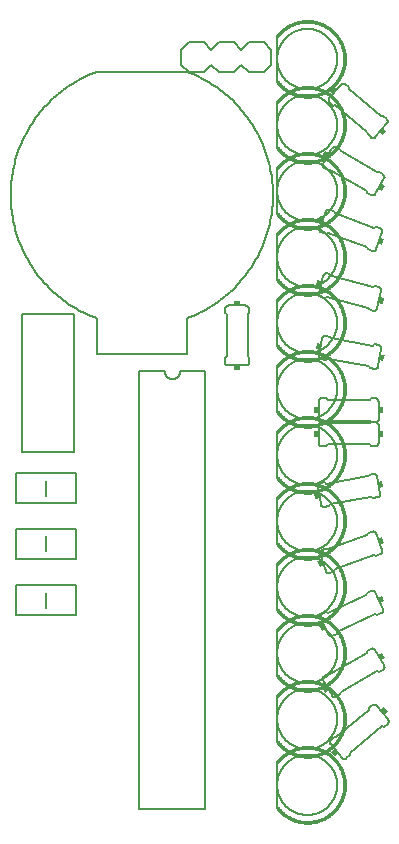
<source format=gto>
G75*
%MOIN*%
%OFA0B0*%
%FSLAX25Y25*%
%IPPOS*%
%LPD*%
%AMOC8*
5,1,8,0,0,1.08239X$1,22.5*
%
%ADD10C,0.00800*%
%ADD11C,0.00600*%
%ADD12R,0.02000X0.01500*%
%ADD13C,0.00100*%
%ADD14R,0.01500X0.02000*%
D10*
X0007517Y0072700D02*
X0007517Y0082700D01*
X0027517Y0082700D01*
X0027517Y0072700D01*
X0007517Y0072700D01*
X0017517Y0075200D02*
X0017517Y0080200D01*
X0017492Y0094015D02*
X0017492Y0099015D01*
X0007492Y0101515D02*
X0027492Y0101515D01*
X0027492Y0091515D01*
X0007492Y0091515D01*
X0007492Y0101515D01*
X0007742Y0110130D02*
X0007742Y0120130D01*
X0027742Y0120130D01*
X0027742Y0110130D01*
X0007742Y0110130D01*
X0017742Y0112630D02*
X0017742Y0117630D01*
X0009704Y0127286D02*
X0009704Y0173074D01*
X0026830Y0173074D01*
X0026830Y0127286D01*
X0009704Y0127286D01*
X0034606Y0159959D02*
X0034606Y0171691D01*
X0034606Y0159959D02*
X0064527Y0159959D01*
X0064527Y0171691D01*
X0094667Y0177700D02*
X0094667Y0162700D01*
X0094667Y0155700D02*
X0094667Y0140700D01*
X0094667Y0133700D02*
X0094667Y0118700D01*
X0094667Y0111700D02*
X0094667Y0096700D01*
X0094667Y0089700D02*
X0094667Y0074700D01*
X0094667Y0067700D02*
X0094667Y0052700D01*
X0094667Y0045700D02*
X0094667Y0030700D01*
X0094667Y0023700D02*
X0094667Y0008700D01*
X0094667Y0184700D02*
X0094667Y0199700D01*
X0094667Y0206700D02*
X0094667Y0221700D01*
X0094667Y0228700D02*
X0094667Y0243700D01*
X0094667Y0250700D02*
X0094667Y0265700D01*
X0090267Y0263700D02*
X0092767Y0261200D01*
X0092767Y0256200D01*
X0090267Y0253700D01*
X0085267Y0253700D01*
X0082767Y0256200D01*
X0080267Y0253700D01*
X0075267Y0253700D01*
X0072767Y0256200D01*
X0070267Y0253700D01*
X0065267Y0253700D01*
X0062767Y0256200D01*
X0062767Y0261200D01*
X0065267Y0263700D01*
X0070267Y0263700D01*
X0072767Y0261200D01*
X0075267Y0263700D01*
X0080267Y0263700D01*
X0082767Y0261200D01*
X0085267Y0263700D01*
X0090267Y0263700D01*
X0064527Y0253896D02*
X0034606Y0253896D01*
X0064527Y0253896D02*
X0065526Y0253517D01*
X0066515Y0253114D01*
X0067494Y0252687D01*
X0068462Y0252236D01*
X0069419Y0251762D01*
X0070365Y0251265D01*
X0071297Y0250744D01*
X0072217Y0250201D01*
X0073123Y0249636D01*
X0074016Y0249048D01*
X0074893Y0248439D01*
X0075756Y0247809D01*
X0076602Y0247158D01*
X0077433Y0246487D01*
X0078247Y0245795D01*
X0079044Y0245084D01*
X0079823Y0244353D01*
X0080584Y0243604D01*
X0081327Y0242836D01*
X0082051Y0242051D01*
X0082755Y0241248D01*
X0083440Y0240428D01*
X0084104Y0239591D01*
X0084748Y0238739D01*
X0085371Y0237871D01*
X0085972Y0236989D01*
X0086552Y0236091D01*
X0087109Y0235180D01*
X0087645Y0234256D01*
X0088157Y0233319D01*
X0088646Y0232369D01*
X0089113Y0231408D01*
X0089555Y0230436D01*
X0089974Y0229453D01*
X0090368Y0228461D01*
X0090739Y0227459D01*
X0091084Y0226448D01*
X0091405Y0225429D01*
X0091701Y0224403D01*
X0091972Y0223370D01*
X0092217Y0222330D01*
X0092437Y0221285D01*
X0092632Y0220235D01*
X0092801Y0219180D01*
X0092943Y0218122D01*
X0093061Y0217060D01*
X0093152Y0215996D01*
X0093217Y0214929D01*
X0093256Y0213862D01*
X0093269Y0212794D01*
X0093256Y0211726D01*
X0093217Y0210659D01*
X0093152Y0209592D01*
X0093061Y0208528D01*
X0092943Y0207466D01*
X0092801Y0206408D01*
X0092632Y0205353D01*
X0092437Y0204303D01*
X0092217Y0203258D01*
X0091972Y0202218D01*
X0091701Y0201185D01*
X0091405Y0200159D01*
X0091084Y0199140D01*
X0090739Y0198129D01*
X0090368Y0197127D01*
X0089974Y0196135D01*
X0089555Y0195152D01*
X0089113Y0194180D01*
X0088646Y0193219D01*
X0088157Y0192269D01*
X0087645Y0191332D01*
X0087109Y0190408D01*
X0086552Y0189497D01*
X0085972Y0188599D01*
X0085371Y0187717D01*
X0084748Y0186849D01*
X0084104Y0185997D01*
X0083440Y0185160D01*
X0082755Y0184340D01*
X0082051Y0183537D01*
X0081327Y0182752D01*
X0080584Y0181984D01*
X0079823Y0181235D01*
X0079044Y0180504D01*
X0078247Y0179793D01*
X0077433Y0179101D01*
X0076602Y0178430D01*
X0075756Y0177779D01*
X0074893Y0177149D01*
X0074016Y0176540D01*
X0073123Y0175952D01*
X0072217Y0175387D01*
X0071297Y0174844D01*
X0070365Y0174323D01*
X0069419Y0173826D01*
X0068462Y0173352D01*
X0067494Y0172901D01*
X0066515Y0172474D01*
X0065526Y0172071D01*
X0064527Y0171692D01*
X0034606Y0171692D02*
X0033607Y0172071D01*
X0032618Y0172474D01*
X0031639Y0172901D01*
X0030671Y0173352D01*
X0029714Y0173826D01*
X0028768Y0174323D01*
X0027836Y0174844D01*
X0026916Y0175387D01*
X0026010Y0175952D01*
X0025117Y0176540D01*
X0024240Y0177149D01*
X0023377Y0177779D01*
X0022531Y0178430D01*
X0021700Y0179101D01*
X0020886Y0179793D01*
X0020089Y0180504D01*
X0019310Y0181235D01*
X0018549Y0181984D01*
X0017806Y0182752D01*
X0017082Y0183537D01*
X0016378Y0184340D01*
X0015693Y0185160D01*
X0015029Y0185997D01*
X0014385Y0186849D01*
X0013762Y0187717D01*
X0013161Y0188599D01*
X0012581Y0189497D01*
X0012024Y0190408D01*
X0011488Y0191332D01*
X0010976Y0192269D01*
X0010487Y0193219D01*
X0010020Y0194180D01*
X0009578Y0195152D01*
X0009159Y0196135D01*
X0008765Y0197127D01*
X0008394Y0198129D01*
X0008049Y0199140D01*
X0007728Y0200159D01*
X0007432Y0201185D01*
X0007161Y0202218D01*
X0006916Y0203258D01*
X0006696Y0204303D01*
X0006501Y0205353D01*
X0006332Y0206408D01*
X0006190Y0207466D01*
X0006072Y0208528D01*
X0005981Y0209592D01*
X0005916Y0210659D01*
X0005877Y0211726D01*
X0005864Y0212794D01*
X0005877Y0213862D01*
X0005916Y0214929D01*
X0005981Y0215996D01*
X0006072Y0217060D01*
X0006190Y0218122D01*
X0006332Y0219180D01*
X0006501Y0220235D01*
X0006696Y0221285D01*
X0006916Y0222330D01*
X0007161Y0223370D01*
X0007432Y0224403D01*
X0007728Y0225429D01*
X0008049Y0226448D01*
X0008394Y0227459D01*
X0008765Y0228461D01*
X0009159Y0229453D01*
X0009578Y0230436D01*
X0010020Y0231408D01*
X0010487Y0232369D01*
X0010976Y0233319D01*
X0011488Y0234256D01*
X0012024Y0235180D01*
X0012581Y0236091D01*
X0013161Y0236989D01*
X0013762Y0237871D01*
X0014385Y0238739D01*
X0015029Y0239591D01*
X0015693Y0240428D01*
X0016378Y0241248D01*
X0017082Y0242051D01*
X0017806Y0242836D01*
X0018549Y0243604D01*
X0019310Y0244353D01*
X0020089Y0245084D01*
X0020886Y0245795D01*
X0021700Y0246487D01*
X0022531Y0247158D01*
X0023377Y0247809D01*
X0024240Y0248439D01*
X0025117Y0249048D01*
X0026010Y0249636D01*
X0026916Y0250201D01*
X0027836Y0250744D01*
X0028768Y0251265D01*
X0029714Y0251762D01*
X0030671Y0252236D01*
X0031639Y0252687D01*
X0032618Y0253114D01*
X0033607Y0253517D01*
X0034606Y0253896D01*
D11*
X0048767Y0008030D02*
X0070767Y0008030D01*
X0070767Y0154030D01*
X0062267Y0154030D01*
X0062265Y0153932D01*
X0062259Y0153834D01*
X0062250Y0153736D01*
X0062236Y0153639D01*
X0062219Y0153542D01*
X0062198Y0153446D01*
X0062173Y0153351D01*
X0062145Y0153257D01*
X0062112Y0153165D01*
X0062077Y0153073D01*
X0062037Y0152983D01*
X0061995Y0152895D01*
X0061948Y0152808D01*
X0061899Y0152724D01*
X0061846Y0152641D01*
X0061790Y0152561D01*
X0061730Y0152482D01*
X0061668Y0152406D01*
X0061603Y0152333D01*
X0061535Y0152262D01*
X0061464Y0152194D01*
X0061391Y0152129D01*
X0061315Y0152067D01*
X0061236Y0152007D01*
X0061156Y0151951D01*
X0061073Y0151898D01*
X0060989Y0151849D01*
X0060902Y0151802D01*
X0060814Y0151760D01*
X0060724Y0151720D01*
X0060632Y0151685D01*
X0060540Y0151652D01*
X0060446Y0151624D01*
X0060351Y0151599D01*
X0060255Y0151578D01*
X0060158Y0151561D01*
X0060061Y0151547D01*
X0059963Y0151538D01*
X0059865Y0151532D01*
X0059767Y0151530D01*
X0059669Y0151532D01*
X0059571Y0151538D01*
X0059473Y0151547D01*
X0059376Y0151561D01*
X0059279Y0151578D01*
X0059183Y0151599D01*
X0059088Y0151624D01*
X0058994Y0151652D01*
X0058902Y0151685D01*
X0058810Y0151720D01*
X0058720Y0151760D01*
X0058632Y0151802D01*
X0058545Y0151849D01*
X0058461Y0151898D01*
X0058378Y0151951D01*
X0058298Y0152007D01*
X0058219Y0152067D01*
X0058143Y0152129D01*
X0058070Y0152194D01*
X0057999Y0152262D01*
X0057931Y0152333D01*
X0057866Y0152406D01*
X0057804Y0152482D01*
X0057744Y0152561D01*
X0057688Y0152641D01*
X0057635Y0152724D01*
X0057586Y0152808D01*
X0057539Y0152895D01*
X0057497Y0152983D01*
X0057457Y0153073D01*
X0057422Y0153165D01*
X0057389Y0153257D01*
X0057361Y0153351D01*
X0057336Y0153446D01*
X0057315Y0153542D01*
X0057298Y0153639D01*
X0057284Y0153736D01*
X0057275Y0153834D01*
X0057269Y0153932D01*
X0057267Y0154030D01*
X0048767Y0154030D01*
X0048767Y0008030D01*
X0094667Y0016200D02*
X0094670Y0016445D01*
X0094679Y0016691D01*
X0094694Y0016936D01*
X0094715Y0017180D01*
X0094742Y0017424D01*
X0094775Y0017667D01*
X0094814Y0017910D01*
X0094859Y0018151D01*
X0094910Y0018391D01*
X0094967Y0018630D01*
X0095029Y0018867D01*
X0095098Y0019103D01*
X0095172Y0019337D01*
X0095252Y0019569D01*
X0095337Y0019799D01*
X0095428Y0020027D01*
X0095525Y0020252D01*
X0095627Y0020476D01*
X0095735Y0020696D01*
X0095848Y0020914D01*
X0095966Y0021129D01*
X0096090Y0021341D01*
X0096218Y0021550D01*
X0096352Y0021756D01*
X0096491Y0021958D01*
X0096635Y0022157D01*
X0096784Y0022352D01*
X0096937Y0022544D01*
X0097095Y0022732D01*
X0097257Y0022916D01*
X0097425Y0023095D01*
X0097596Y0023271D01*
X0097772Y0023442D01*
X0097951Y0023610D01*
X0098135Y0023772D01*
X0098323Y0023930D01*
X0098515Y0024083D01*
X0098710Y0024232D01*
X0098909Y0024376D01*
X0099111Y0024515D01*
X0099317Y0024649D01*
X0099526Y0024777D01*
X0099738Y0024901D01*
X0099953Y0025019D01*
X0100171Y0025132D01*
X0100391Y0025240D01*
X0100615Y0025342D01*
X0100840Y0025439D01*
X0101068Y0025530D01*
X0101298Y0025615D01*
X0101530Y0025695D01*
X0101764Y0025769D01*
X0102000Y0025838D01*
X0102237Y0025900D01*
X0102476Y0025957D01*
X0102716Y0026008D01*
X0102957Y0026053D01*
X0103200Y0026092D01*
X0103443Y0026125D01*
X0103687Y0026152D01*
X0103931Y0026173D01*
X0104176Y0026188D01*
X0104422Y0026197D01*
X0104667Y0026200D01*
X0104912Y0026197D01*
X0105158Y0026188D01*
X0105403Y0026173D01*
X0105647Y0026152D01*
X0105891Y0026125D01*
X0106134Y0026092D01*
X0106377Y0026053D01*
X0106618Y0026008D01*
X0106858Y0025957D01*
X0107097Y0025900D01*
X0107334Y0025838D01*
X0107570Y0025769D01*
X0107804Y0025695D01*
X0108036Y0025615D01*
X0108266Y0025530D01*
X0108494Y0025439D01*
X0108719Y0025342D01*
X0108943Y0025240D01*
X0109163Y0025132D01*
X0109381Y0025019D01*
X0109596Y0024901D01*
X0109808Y0024777D01*
X0110017Y0024649D01*
X0110223Y0024515D01*
X0110425Y0024376D01*
X0110624Y0024232D01*
X0110819Y0024083D01*
X0111011Y0023930D01*
X0111199Y0023772D01*
X0111383Y0023610D01*
X0111562Y0023442D01*
X0111738Y0023271D01*
X0111909Y0023095D01*
X0112077Y0022916D01*
X0112239Y0022732D01*
X0112397Y0022544D01*
X0112550Y0022352D01*
X0112699Y0022157D01*
X0112843Y0021958D01*
X0112982Y0021756D01*
X0113116Y0021550D01*
X0113244Y0021341D01*
X0113368Y0021129D01*
X0113486Y0020914D01*
X0113599Y0020696D01*
X0113707Y0020476D01*
X0113809Y0020252D01*
X0113906Y0020027D01*
X0113997Y0019799D01*
X0114082Y0019569D01*
X0114162Y0019337D01*
X0114236Y0019103D01*
X0114305Y0018867D01*
X0114367Y0018630D01*
X0114424Y0018391D01*
X0114475Y0018151D01*
X0114520Y0017910D01*
X0114559Y0017667D01*
X0114592Y0017424D01*
X0114619Y0017180D01*
X0114640Y0016936D01*
X0114655Y0016691D01*
X0114664Y0016445D01*
X0114667Y0016200D01*
X0114664Y0015955D01*
X0114655Y0015709D01*
X0114640Y0015464D01*
X0114619Y0015220D01*
X0114592Y0014976D01*
X0114559Y0014733D01*
X0114520Y0014490D01*
X0114475Y0014249D01*
X0114424Y0014009D01*
X0114367Y0013770D01*
X0114305Y0013533D01*
X0114236Y0013297D01*
X0114162Y0013063D01*
X0114082Y0012831D01*
X0113997Y0012601D01*
X0113906Y0012373D01*
X0113809Y0012148D01*
X0113707Y0011924D01*
X0113599Y0011704D01*
X0113486Y0011486D01*
X0113368Y0011271D01*
X0113244Y0011059D01*
X0113116Y0010850D01*
X0112982Y0010644D01*
X0112843Y0010442D01*
X0112699Y0010243D01*
X0112550Y0010048D01*
X0112397Y0009856D01*
X0112239Y0009668D01*
X0112077Y0009484D01*
X0111909Y0009305D01*
X0111738Y0009129D01*
X0111562Y0008958D01*
X0111383Y0008790D01*
X0111199Y0008628D01*
X0111011Y0008470D01*
X0110819Y0008317D01*
X0110624Y0008168D01*
X0110425Y0008024D01*
X0110223Y0007885D01*
X0110017Y0007751D01*
X0109808Y0007623D01*
X0109596Y0007499D01*
X0109381Y0007381D01*
X0109163Y0007268D01*
X0108943Y0007160D01*
X0108719Y0007058D01*
X0108494Y0006961D01*
X0108266Y0006870D01*
X0108036Y0006785D01*
X0107804Y0006705D01*
X0107570Y0006631D01*
X0107334Y0006562D01*
X0107097Y0006500D01*
X0106858Y0006443D01*
X0106618Y0006392D01*
X0106377Y0006347D01*
X0106134Y0006308D01*
X0105891Y0006275D01*
X0105647Y0006248D01*
X0105403Y0006227D01*
X0105158Y0006212D01*
X0104912Y0006203D01*
X0104667Y0006200D01*
X0104422Y0006203D01*
X0104176Y0006212D01*
X0103931Y0006227D01*
X0103687Y0006248D01*
X0103443Y0006275D01*
X0103200Y0006308D01*
X0102957Y0006347D01*
X0102716Y0006392D01*
X0102476Y0006443D01*
X0102237Y0006500D01*
X0102000Y0006562D01*
X0101764Y0006631D01*
X0101530Y0006705D01*
X0101298Y0006785D01*
X0101068Y0006870D01*
X0100840Y0006961D01*
X0100615Y0007058D01*
X0100391Y0007160D01*
X0100171Y0007268D01*
X0099953Y0007381D01*
X0099738Y0007499D01*
X0099526Y0007623D01*
X0099317Y0007751D01*
X0099111Y0007885D01*
X0098909Y0008024D01*
X0098710Y0008168D01*
X0098515Y0008317D01*
X0098323Y0008470D01*
X0098135Y0008628D01*
X0097951Y0008790D01*
X0097772Y0008958D01*
X0097596Y0009129D01*
X0097425Y0009305D01*
X0097257Y0009484D01*
X0097095Y0009668D01*
X0096937Y0009856D01*
X0096784Y0010048D01*
X0096635Y0010243D01*
X0096491Y0010442D01*
X0096352Y0010644D01*
X0096218Y0010850D01*
X0096090Y0011059D01*
X0095966Y0011271D01*
X0095848Y0011486D01*
X0095735Y0011704D01*
X0095627Y0011924D01*
X0095525Y0012148D01*
X0095428Y0012373D01*
X0095337Y0012601D01*
X0095252Y0012831D01*
X0095172Y0013063D01*
X0095098Y0013297D01*
X0095029Y0013533D01*
X0094967Y0013770D01*
X0094910Y0014009D01*
X0094859Y0014249D01*
X0094814Y0014490D01*
X0094775Y0014733D01*
X0094742Y0014976D01*
X0094715Y0015220D01*
X0094694Y0015464D01*
X0094679Y0015709D01*
X0094670Y0015955D01*
X0094667Y0016200D01*
X0112478Y0029770D02*
X0116335Y0025174D01*
X0116375Y0025129D01*
X0116418Y0025087D01*
X0116463Y0025047D01*
X0116511Y0025010D01*
X0116561Y0024975D01*
X0116613Y0024944D01*
X0116666Y0024916D01*
X0116721Y0024892D01*
X0116778Y0024871D01*
X0116836Y0024853D01*
X0116894Y0024839D01*
X0116954Y0024828D01*
X0117014Y0024821D01*
X0117074Y0024817D01*
X0117135Y0024818D01*
X0117195Y0024821D01*
X0117255Y0024829D01*
X0117314Y0024840D01*
X0117373Y0024855D01*
X0117430Y0024873D01*
X0117487Y0024894D01*
X0117542Y0024919D01*
X0117595Y0024948D01*
X0117647Y0024979D01*
X0117696Y0025014D01*
X0117744Y0025051D01*
X0117743Y0025051D02*
X0118892Y0026015D01*
X0118954Y0026719D01*
X0129679Y0035718D01*
X0130383Y0035657D01*
X0131532Y0036621D01*
X0131577Y0036661D01*
X0131619Y0036704D01*
X0131659Y0036749D01*
X0131696Y0036797D01*
X0131731Y0036847D01*
X0131762Y0036899D01*
X0131790Y0036952D01*
X0131814Y0037007D01*
X0131835Y0037064D01*
X0131853Y0037122D01*
X0131867Y0037180D01*
X0131878Y0037240D01*
X0131885Y0037300D01*
X0131889Y0037360D01*
X0131888Y0037421D01*
X0131885Y0037481D01*
X0131877Y0037541D01*
X0131866Y0037600D01*
X0131851Y0037659D01*
X0131833Y0037716D01*
X0131812Y0037773D01*
X0131787Y0037828D01*
X0131758Y0037881D01*
X0131727Y0037933D01*
X0131692Y0037982D01*
X0131655Y0038030D01*
X0127799Y0042626D01*
X0127759Y0042671D01*
X0127716Y0042713D01*
X0127671Y0042753D01*
X0127623Y0042790D01*
X0127573Y0042825D01*
X0127521Y0042856D01*
X0127468Y0042884D01*
X0127413Y0042908D01*
X0127356Y0042929D01*
X0127298Y0042947D01*
X0127240Y0042961D01*
X0127180Y0042972D01*
X0127120Y0042979D01*
X0127060Y0042983D01*
X0126999Y0042982D01*
X0126939Y0042979D01*
X0126879Y0042971D01*
X0126820Y0042960D01*
X0126761Y0042945D01*
X0126704Y0042927D01*
X0126647Y0042906D01*
X0126592Y0042881D01*
X0126539Y0042852D01*
X0126487Y0042821D01*
X0126438Y0042786D01*
X0126390Y0042749D01*
X0125241Y0041785D01*
X0125179Y0041081D01*
X0114455Y0032082D01*
X0113750Y0032143D01*
X0112601Y0031179D01*
X0112556Y0031139D01*
X0112514Y0031096D01*
X0112474Y0031051D01*
X0112437Y0031003D01*
X0112402Y0030953D01*
X0112371Y0030901D01*
X0112343Y0030848D01*
X0112319Y0030793D01*
X0112298Y0030736D01*
X0112280Y0030678D01*
X0112266Y0030620D01*
X0112255Y0030560D01*
X0112248Y0030500D01*
X0112244Y0030440D01*
X0112245Y0030379D01*
X0112248Y0030319D01*
X0112256Y0030259D01*
X0112267Y0030200D01*
X0112282Y0030141D01*
X0112300Y0030084D01*
X0112321Y0030027D01*
X0112346Y0029972D01*
X0112375Y0029919D01*
X0112406Y0029867D01*
X0112441Y0029818D01*
X0112478Y0029770D01*
X0094667Y0038200D02*
X0094670Y0038445D01*
X0094679Y0038691D01*
X0094694Y0038936D01*
X0094715Y0039180D01*
X0094742Y0039424D01*
X0094775Y0039667D01*
X0094814Y0039910D01*
X0094859Y0040151D01*
X0094910Y0040391D01*
X0094967Y0040630D01*
X0095029Y0040867D01*
X0095098Y0041103D01*
X0095172Y0041337D01*
X0095252Y0041569D01*
X0095337Y0041799D01*
X0095428Y0042027D01*
X0095525Y0042252D01*
X0095627Y0042476D01*
X0095735Y0042696D01*
X0095848Y0042914D01*
X0095966Y0043129D01*
X0096090Y0043341D01*
X0096218Y0043550D01*
X0096352Y0043756D01*
X0096491Y0043958D01*
X0096635Y0044157D01*
X0096784Y0044352D01*
X0096937Y0044544D01*
X0097095Y0044732D01*
X0097257Y0044916D01*
X0097425Y0045095D01*
X0097596Y0045271D01*
X0097772Y0045442D01*
X0097951Y0045610D01*
X0098135Y0045772D01*
X0098323Y0045930D01*
X0098515Y0046083D01*
X0098710Y0046232D01*
X0098909Y0046376D01*
X0099111Y0046515D01*
X0099317Y0046649D01*
X0099526Y0046777D01*
X0099738Y0046901D01*
X0099953Y0047019D01*
X0100171Y0047132D01*
X0100391Y0047240D01*
X0100615Y0047342D01*
X0100840Y0047439D01*
X0101068Y0047530D01*
X0101298Y0047615D01*
X0101530Y0047695D01*
X0101764Y0047769D01*
X0102000Y0047838D01*
X0102237Y0047900D01*
X0102476Y0047957D01*
X0102716Y0048008D01*
X0102957Y0048053D01*
X0103200Y0048092D01*
X0103443Y0048125D01*
X0103687Y0048152D01*
X0103931Y0048173D01*
X0104176Y0048188D01*
X0104422Y0048197D01*
X0104667Y0048200D01*
X0104912Y0048197D01*
X0105158Y0048188D01*
X0105403Y0048173D01*
X0105647Y0048152D01*
X0105891Y0048125D01*
X0106134Y0048092D01*
X0106377Y0048053D01*
X0106618Y0048008D01*
X0106858Y0047957D01*
X0107097Y0047900D01*
X0107334Y0047838D01*
X0107570Y0047769D01*
X0107804Y0047695D01*
X0108036Y0047615D01*
X0108266Y0047530D01*
X0108494Y0047439D01*
X0108719Y0047342D01*
X0108943Y0047240D01*
X0109163Y0047132D01*
X0109381Y0047019D01*
X0109596Y0046901D01*
X0109808Y0046777D01*
X0110017Y0046649D01*
X0110223Y0046515D01*
X0110425Y0046376D01*
X0110624Y0046232D01*
X0110819Y0046083D01*
X0111011Y0045930D01*
X0111199Y0045772D01*
X0111383Y0045610D01*
X0111562Y0045442D01*
X0111738Y0045271D01*
X0111909Y0045095D01*
X0112077Y0044916D01*
X0112239Y0044732D01*
X0112397Y0044544D01*
X0112550Y0044352D01*
X0112699Y0044157D01*
X0112843Y0043958D01*
X0112982Y0043756D01*
X0113116Y0043550D01*
X0113244Y0043341D01*
X0113368Y0043129D01*
X0113486Y0042914D01*
X0113599Y0042696D01*
X0113707Y0042476D01*
X0113809Y0042252D01*
X0113906Y0042027D01*
X0113997Y0041799D01*
X0114082Y0041569D01*
X0114162Y0041337D01*
X0114236Y0041103D01*
X0114305Y0040867D01*
X0114367Y0040630D01*
X0114424Y0040391D01*
X0114475Y0040151D01*
X0114520Y0039910D01*
X0114559Y0039667D01*
X0114592Y0039424D01*
X0114619Y0039180D01*
X0114640Y0038936D01*
X0114655Y0038691D01*
X0114664Y0038445D01*
X0114667Y0038200D01*
X0114664Y0037955D01*
X0114655Y0037709D01*
X0114640Y0037464D01*
X0114619Y0037220D01*
X0114592Y0036976D01*
X0114559Y0036733D01*
X0114520Y0036490D01*
X0114475Y0036249D01*
X0114424Y0036009D01*
X0114367Y0035770D01*
X0114305Y0035533D01*
X0114236Y0035297D01*
X0114162Y0035063D01*
X0114082Y0034831D01*
X0113997Y0034601D01*
X0113906Y0034373D01*
X0113809Y0034148D01*
X0113707Y0033924D01*
X0113599Y0033704D01*
X0113486Y0033486D01*
X0113368Y0033271D01*
X0113244Y0033059D01*
X0113116Y0032850D01*
X0112982Y0032644D01*
X0112843Y0032442D01*
X0112699Y0032243D01*
X0112550Y0032048D01*
X0112397Y0031856D01*
X0112239Y0031668D01*
X0112077Y0031484D01*
X0111909Y0031305D01*
X0111738Y0031129D01*
X0111562Y0030958D01*
X0111383Y0030790D01*
X0111199Y0030628D01*
X0111011Y0030470D01*
X0110819Y0030317D01*
X0110624Y0030168D01*
X0110425Y0030024D01*
X0110223Y0029885D01*
X0110017Y0029751D01*
X0109808Y0029623D01*
X0109596Y0029499D01*
X0109381Y0029381D01*
X0109163Y0029268D01*
X0108943Y0029160D01*
X0108719Y0029058D01*
X0108494Y0028961D01*
X0108266Y0028870D01*
X0108036Y0028785D01*
X0107804Y0028705D01*
X0107570Y0028631D01*
X0107334Y0028562D01*
X0107097Y0028500D01*
X0106858Y0028443D01*
X0106618Y0028392D01*
X0106377Y0028347D01*
X0106134Y0028308D01*
X0105891Y0028275D01*
X0105647Y0028248D01*
X0105403Y0028227D01*
X0105158Y0028212D01*
X0104912Y0028203D01*
X0104667Y0028200D01*
X0104422Y0028203D01*
X0104176Y0028212D01*
X0103931Y0028227D01*
X0103687Y0028248D01*
X0103443Y0028275D01*
X0103200Y0028308D01*
X0102957Y0028347D01*
X0102716Y0028392D01*
X0102476Y0028443D01*
X0102237Y0028500D01*
X0102000Y0028562D01*
X0101764Y0028631D01*
X0101530Y0028705D01*
X0101298Y0028785D01*
X0101068Y0028870D01*
X0100840Y0028961D01*
X0100615Y0029058D01*
X0100391Y0029160D01*
X0100171Y0029268D01*
X0099953Y0029381D01*
X0099738Y0029499D01*
X0099526Y0029623D01*
X0099317Y0029751D01*
X0099111Y0029885D01*
X0098909Y0030024D01*
X0098710Y0030168D01*
X0098515Y0030317D01*
X0098323Y0030470D01*
X0098135Y0030628D01*
X0097951Y0030790D01*
X0097772Y0030958D01*
X0097596Y0031129D01*
X0097425Y0031305D01*
X0097257Y0031484D01*
X0097095Y0031668D01*
X0096937Y0031856D01*
X0096784Y0032048D01*
X0096635Y0032243D01*
X0096491Y0032442D01*
X0096352Y0032644D01*
X0096218Y0032850D01*
X0096090Y0033059D01*
X0095966Y0033271D01*
X0095848Y0033486D01*
X0095735Y0033704D01*
X0095627Y0033924D01*
X0095525Y0034148D01*
X0095428Y0034373D01*
X0095337Y0034601D01*
X0095252Y0034831D01*
X0095172Y0035063D01*
X0095098Y0035297D01*
X0095029Y0035533D01*
X0094967Y0035770D01*
X0094910Y0036009D01*
X0094859Y0036249D01*
X0094814Y0036490D01*
X0094775Y0036733D01*
X0094742Y0036976D01*
X0094715Y0037220D01*
X0094694Y0037464D01*
X0094679Y0037709D01*
X0094670Y0037955D01*
X0094667Y0038200D01*
X0113006Y0046002D02*
X0110006Y0051198D01*
X0109977Y0051251D01*
X0109952Y0051306D01*
X0109930Y0051362D01*
X0109911Y0051420D01*
X0109896Y0051478D01*
X0109885Y0051538D01*
X0109877Y0051597D01*
X0109873Y0051658D01*
X0109872Y0051718D01*
X0109875Y0051778D01*
X0109882Y0051839D01*
X0109892Y0051898D01*
X0109906Y0051957D01*
X0109923Y0052015D01*
X0109944Y0052071D01*
X0109969Y0052127D01*
X0109996Y0052180D01*
X0110027Y0052232D01*
X0110061Y0052283D01*
X0110097Y0052330D01*
X0110137Y0052376D01*
X0110179Y0052419D01*
X0110224Y0052460D01*
X0110271Y0052497D01*
X0110321Y0052532D01*
X0110372Y0052564D01*
X0111671Y0053314D01*
X0112354Y0053131D01*
X0124479Y0060131D01*
X0124662Y0060814D01*
X0125961Y0061564D01*
X0126016Y0061594D01*
X0126073Y0061620D01*
X0126132Y0061642D01*
X0126192Y0061661D01*
X0126253Y0061676D01*
X0126315Y0061687D01*
X0126377Y0061694D01*
X0126440Y0061698D01*
X0126503Y0061697D01*
X0126566Y0061693D01*
X0126628Y0061684D01*
X0126689Y0061672D01*
X0126750Y0061655D01*
X0126810Y0061635D01*
X0126868Y0061612D01*
X0126924Y0061584D01*
X0126979Y0061553D01*
X0127032Y0061519D01*
X0127082Y0061482D01*
X0127130Y0061441D01*
X0127175Y0061398D01*
X0127218Y0061351D01*
X0127258Y0061303D01*
X0127294Y0061251D01*
X0127327Y0061198D01*
X0130327Y0056002D01*
X0130356Y0055949D01*
X0130381Y0055894D01*
X0130403Y0055838D01*
X0130422Y0055780D01*
X0130437Y0055722D01*
X0130448Y0055662D01*
X0130456Y0055603D01*
X0130460Y0055542D01*
X0130461Y0055482D01*
X0130458Y0055422D01*
X0130451Y0055361D01*
X0130441Y0055302D01*
X0130427Y0055243D01*
X0130410Y0055185D01*
X0130389Y0055129D01*
X0130364Y0055073D01*
X0130337Y0055020D01*
X0130306Y0054968D01*
X0130272Y0054917D01*
X0130236Y0054870D01*
X0130196Y0054824D01*
X0130154Y0054781D01*
X0130109Y0054740D01*
X0130062Y0054703D01*
X0130012Y0054668D01*
X0129961Y0054636D01*
X0128662Y0053886D01*
X0127979Y0054069D01*
X0115854Y0047069D01*
X0115671Y0046386D01*
X0114372Y0045636D01*
X0114317Y0045606D01*
X0114260Y0045580D01*
X0114201Y0045558D01*
X0114141Y0045539D01*
X0114080Y0045524D01*
X0114018Y0045513D01*
X0113956Y0045506D01*
X0113893Y0045502D01*
X0113830Y0045503D01*
X0113767Y0045507D01*
X0113705Y0045516D01*
X0113644Y0045528D01*
X0113583Y0045545D01*
X0113523Y0045565D01*
X0113465Y0045588D01*
X0113409Y0045616D01*
X0113354Y0045647D01*
X0113301Y0045681D01*
X0113251Y0045718D01*
X0113203Y0045759D01*
X0113158Y0045802D01*
X0113115Y0045849D01*
X0113075Y0045897D01*
X0113039Y0045949D01*
X0113006Y0046002D01*
X0094667Y0060200D02*
X0094670Y0060445D01*
X0094679Y0060691D01*
X0094694Y0060936D01*
X0094715Y0061180D01*
X0094742Y0061424D01*
X0094775Y0061667D01*
X0094814Y0061910D01*
X0094859Y0062151D01*
X0094910Y0062391D01*
X0094967Y0062630D01*
X0095029Y0062867D01*
X0095098Y0063103D01*
X0095172Y0063337D01*
X0095252Y0063569D01*
X0095337Y0063799D01*
X0095428Y0064027D01*
X0095525Y0064252D01*
X0095627Y0064476D01*
X0095735Y0064696D01*
X0095848Y0064914D01*
X0095966Y0065129D01*
X0096090Y0065341D01*
X0096218Y0065550D01*
X0096352Y0065756D01*
X0096491Y0065958D01*
X0096635Y0066157D01*
X0096784Y0066352D01*
X0096937Y0066544D01*
X0097095Y0066732D01*
X0097257Y0066916D01*
X0097425Y0067095D01*
X0097596Y0067271D01*
X0097772Y0067442D01*
X0097951Y0067610D01*
X0098135Y0067772D01*
X0098323Y0067930D01*
X0098515Y0068083D01*
X0098710Y0068232D01*
X0098909Y0068376D01*
X0099111Y0068515D01*
X0099317Y0068649D01*
X0099526Y0068777D01*
X0099738Y0068901D01*
X0099953Y0069019D01*
X0100171Y0069132D01*
X0100391Y0069240D01*
X0100615Y0069342D01*
X0100840Y0069439D01*
X0101068Y0069530D01*
X0101298Y0069615D01*
X0101530Y0069695D01*
X0101764Y0069769D01*
X0102000Y0069838D01*
X0102237Y0069900D01*
X0102476Y0069957D01*
X0102716Y0070008D01*
X0102957Y0070053D01*
X0103200Y0070092D01*
X0103443Y0070125D01*
X0103687Y0070152D01*
X0103931Y0070173D01*
X0104176Y0070188D01*
X0104422Y0070197D01*
X0104667Y0070200D01*
X0104912Y0070197D01*
X0105158Y0070188D01*
X0105403Y0070173D01*
X0105647Y0070152D01*
X0105891Y0070125D01*
X0106134Y0070092D01*
X0106377Y0070053D01*
X0106618Y0070008D01*
X0106858Y0069957D01*
X0107097Y0069900D01*
X0107334Y0069838D01*
X0107570Y0069769D01*
X0107804Y0069695D01*
X0108036Y0069615D01*
X0108266Y0069530D01*
X0108494Y0069439D01*
X0108719Y0069342D01*
X0108943Y0069240D01*
X0109163Y0069132D01*
X0109381Y0069019D01*
X0109596Y0068901D01*
X0109808Y0068777D01*
X0110017Y0068649D01*
X0110223Y0068515D01*
X0110425Y0068376D01*
X0110624Y0068232D01*
X0110819Y0068083D01*
X0111011Y0067930D01*
X0111199Y0067772D01*
X0111383Y0067610D01*
X0111562Y0067442D01*
X0111738Y0067271D01*
X0111909Y0067095D01*
X0112077Y0066916D01*
X0112239Y0066732D01*
X0112397Y0066544D01*
X0112550Y0066352D01*
X0112699Y0066157D01*
X0112843Y0065958D01*
X0112982Y0065756D01*
X0113116Y0065550D01*
X0113244Y0065341D01*
X0113368Y0065129D01*
X0113486Y0064914D01*
X0113599Y0064696D01*
X0113707Y0064476D01*
X0113809Y0064252D01*
X0113906Y0064027D01*
X0113997Y0063799D01*
X0114082Y0063569D01*
X0114162Y0063337D01*
X0114236Y0063103D01*
X0114305Y0062867D01*
X0114367Y0062630D01*
X0114424Y0062391D01*
X0114475Y0062151D01*
X0114520Y0061910D01*
X0114559Y0061667D01*
X0114592Y0061424D01*
X0114619Y0061180D01*
X0114640Y0060936D01*
X0114655Y0060691D01*
X0114664Y0060445D01*
X0114667Y0060200D01*
X0114664Y0059955D01*
X0114655Y0059709D01*
X0114640Y0059464D01*
X0114619Y0059220D01*
X0114592Y0058976D01*
X0114559Y0058733D01*
X0114520Y0058490D01*
X0114475Y0058249D01*
X0114424Y0058009D01*
X0114367Y0057770D01*
X0114305Y0057533D01*
X0114236Y0057297D01*
X0114162Y0057063D01*
X0114082Y0056831D01*
X0113997Y0056601D01*
X0113906Y0056373D01*
X0113809Y0056148D01*
X0113707Y0055924D01*
X0113599Y0055704D01*
X0113486Y0055486D01*
X0113368Y0055271D01*
X0113244Y0055059D01*
X0113116Y0054850D01*
X0112982Y0054644D01*
X0112843Y0054442D01*
X0112699Y0054243D01*
X0112550Y0054048D01*
X0112397Y0053856D01*
X0112239Y0053668D01*
X0112077Y0053484D01*
X0111909Y0053305D01*
X0111738Y0053129D01*
X0111562Y0052958D01*
X0111383Y0052790D01*
X0111199Y0052628D01*
X0111011Y0052470D01*
X0110819Y0052317D01*
X0110624Y0052168D01*
X0110425Y0052024D01*
X0110223Y0051885D01*
X0110017Y0051751D01*
X0109808Y0051623D01*
X0109596Y0051499D01*
X0109381Y0051381D01*
X0109163Y0051268D01*
X0108943Y0051160D01*
X0108719Y0051058D01*
X0108494Y0050961D01*
X0108266Y0050870D01*
X0108036Y0050785D01*
X0107804Y0050705D01*
X0107570Y0050631D01*
X0107334Y0050562D01*
X0107097Y0050500D01*
X0106858Y0050443D01*
X0106618Y0050392D01*
X0106377Y0050347D01*
X0106134Y0050308D01*
X0105891Y0050275D01*
X0105647Y0050248D01*
X0105403Y0050227D01*
X0105158Y0050212D01*
X0104912Y0050203D01*
X0104667Y0050200D01*
X0104422Y0050203D01*
X0104176Y0050212D01*
X0103931Y0050227D01*
X0103687Y0050248D01*
X0103443Y0050275D01*
X0103200Y0050308D01*
X0102957Y0050347D01*
X0102716Y0050392D01*
X0102476Y0050443D01*
X0102237Y0050500D01*
X0102000Y0050562D01*
X0101764Y0050631D01*
X0101530Y0050705D01*
X0101298Y0050785D01*
X0101068Y0050870D01*
X0100840Y0050961D01*
X0100615Y0051058D01*
X0100391Y0051160D01*
X0100171Y0051268D01*
X0099953Y0051381D01*
X0099738Y0051499D01*
X0099526Y0051623D01*
X0099317Y0051751D01*
X0099111Y0051885D01*
X0098909Y0052024D01*
X0098710Y0052168D01*
X0098515Y0052317D01*
X0098323Y0052470D01*
X0098135Y0052628D01*
X0097951Y0052790D01*
X0097772Y0052958D01*
X0097596Y0053129D01*
X0097425Y0053305D01*
X0097257Y0053484D01*
X0097095Y0053668D01*
X0096937Y0053856D01*
X0096784Y0054048D01*
X0096635Y0054243D01*
X0096491Y0054442D01*
X0096352Y0054644D01*
X0096218Y0054850D01*
X0096090Y0055059D01*
X0095966Y0055271D01*
X0095848Y0055486D01*
X0095735Y0055704D01*
X0095627Y0055924D01*
X0095525Y0056148D01*
X0095428Y0056373D01*
X0095337Y0056601D01*
X0095252Y0056831D01*
X0095172Y0057063D01*
X0095098Y0057297D01*
X0095029Y0057533D01*
X0094967Y0057770D01*
X0094910Y0058009D01*
X0094859Y0058249D01*
X0094814Y0058490D01*
X0094775Y0058733D01*
X0094742Y0058976D01*
X0094715Y0059220D01*
X0094694Y0059464D01*
X0094679Y0059709D01*
X0094670Y0059955D01*
X0094667Y0060200D01*
X0111771Y0066455D02*
X0109236Y0071893D01*
X0109236Y0071892D02*
X0109212Y0071948D01*
X0109191Y0072005D01*
X0109174Y0072063D01*
X0109161Y0072122D01*
X0109151Y0072181D01*
X0109145Y0072241D01*
X0109142Y0072302D01*
X0109143Y0072362D01*
X0109148Y0072422D01*
X0109156Y0072482D01*
X0109168Y0072541D01*
X0109183Y0072600D01*
X0109202Y0072657D01*
X0109225Y0072713D01*
X0109250Y0072768D01*
X0109279Y0072821D01*
X0109311Y0072872D01*
X0109347Y0072921D01*
X0109385Y0072968D01*
X0109425Y0073013D01*
X0109469Y0073055D01*
X0109515Y0073094D01*
X0109563Y0073130D01*
X0109613Y0073164D01*
X0109665Y0073194D01*
X0109719Y0073221D01*
X0109719Y0073222D02*
X0111079Y0073856D01*
X0111743Y0073614D01*
X0124432Y0079530D01*
X0124673Y0080195D01*
X0126033Y0080829D01*
X0126033Y0080828D02*
X0126089Y0080852D01*
X0126146Y0080873D01*
X0126204Y0080890D01*
X0126263Y0080903D01*
X0126322Y0080913D01*
X0126382Y0080919D01*
X0126443Y0080922D01*
X0126503Y0080921D01*
X0126563Y0080916D01*
X0126623Y0080908D01*
X0126682Y0080896D01*
X0126741Y0080881D01*
X0126798Y0080862D01*
X0126854Y0080839D01*
X0126909Y0080814D01*
X0126962Y0080785D01*
X0127013Y0080753D01*
X0127062Y0080717D01*
X0127109Y0080679D01*
X0127154Y0080639D01*
X0127196Y0080595D01*
X0127235Y0080549D01*
X0127271Y0080501D01*
X0127305Y0080451D01*
X0127335Y0080399D01*
X0127362Y0080345D01*
X0129898Y0074907D01*
X0129897Y0074908D02*
X0129921Y0074852D01*
X0129942Y0074795D01*
X0129959Y0074737D01*
X0129972Y0074678D01*
X0129982Y0074619D01*
X0129988Y0074559D01*
X0129991Y0074498D01*
X0129990Y0074438D01*
X0129985Y0074378D01*
X0129977Y0074318D01*
X0129965Y0074259D01*
X0129950Y0074200D01*
X0129931Y0074143D01*
X0129908Y0074087D01*
X0129883Y0074032D01*
X0129854Y0073979D01*
X0129822Y0073928D01*
X0129786Y0073879D01*
X0129748Y0073832D01*
X0129708Y0073787D01*
X0129664Y0073745D01*
X0129618Y0073706D01*
X0129570Y0073670D01*
X0129520Y0073636D01*
X0129468Y0073606D01*
X0129414Y0073579D01*
X0129414Y0073578D02*
X0128054Y0072944D01*
X0127390Y0073186D01*
X0114702Y0067270D01*
X0114460Y0066605D01*
X0113100Y0065971D01*
X0113101Y0065971D02*
X0113045Y0065947D01*
X0112988Y0065926D01*
X0112930Y0065909D01*
X0112871Y0065896D01*
X0112812Y0065886D01*
X0112752Y0065880D01*
X0112691Y0065877D01*
X0112631Y0065878D01*
X0112571Y0065883D01*
X0112511Y0065891D01*
X0112452Y0065903D01*
X0112393Y0065918D01*
X0112336Y0065937D01*
X0112280Y0065960D01*
X0112225Y0065985D01*
X0112172Y0066014D01*
X0112121Y0066046D01*
X0112072Y0066082D01*
X0112025Y0066120D01*
X0111980Y0066160D01*
X0111938Y0066204D01*
X0111899Y0066250D01*
X0111863Y0066298D01*
X0111829Y0066348D01*
X0111799Y0066400D01*
X0111772Y0066454D01*
X0094667Y0082200D02*
X0094670Y0082445D01*
X0094679Y0082691D01*
X0094694Y0082936D01*
X0094715Y0083180D01*
X0094742Y0083424D01*
X0094775Y0083667D01*
X0094814Y0083910D01*
X0094859Y0084151D01*
X0094910Y0084391D01*
X0094967Y0084630D01*
X0095029Y0084867D01*
X0095098Y0085103D01*
X0095172Y0085337D01*
X0095252Y0085569D01*
X0095337Y0085799D01*
X0095428Y0086027D01*
X0095525Y0086252D01*
X0095627Y0086476D01*
X0095735Y0086696D01*
X0095848Y0086914D01*
X0095966Y0087129D01*
X0096090Y0087341D01*
X0096218Y0087550D01*
X0096352Y0087756D01*
X0096491Y0087958D01*
X0096635Y0088157D01*
X0096784Y0088352D01*
X0096937Y0088544D01*
X0097095Y0088732D01*
X0097257Y0088916D01*
X0097425Y0089095D01*
X0097596Y0089271D01*
X0097772Y0089442D01*
X0097951Y0089610D01*
X0098135Y0089772D01*
X0098323Y0089930D01*
X0098515Y0090083D01*
X0098710Y0090232D01*
X0098909Y0090376D01*
X0099111Y0090515D01*
X0099317Y0090649D01*
X0099526Y0090777D01*
X0099738Y0090901D01*
X0099953Y0091019D01*
X0100171Y0091132D01*
X0100391Y0091240D01*
X0100615Y0091342D01*
X0100840Y0091439D01*
X0101068Y0091530D01*
X0101298Y0091615D01*
X0101530Y0091695D01*
X0101764Y0091769D01*
X0102000Y0091838D01*
X0102237Y0091900D01*
X0102476Y0091957D01*
X0102716Y0092008D01*
X0102957Y0092053D01*
X0103200Y0092092D01*
X0103443Y0092125D01*
X0103687Y0092152D01*
X0103931Y0092173D01*
X0104176Y0092188D01*
X0104422Y0092197D01*
X0104667Y0092200D01*
X0104912Y0092197D01*
X0105158Y0092188D01*
X0105403Y0092173D01*
X0105647Y0092152D01*
X0105891Y0092125D01*
X0106134Y0092092D01*
X0106377Y0092053D01*
X0106618Y0092008D01*
X0106858Y0091957D01*
X0107097Y0091900D01*
X0107334Y0091838D01*
X0107570Y0091769D01*
X0107804Y0091695D01*
X0108036Y0091615D01*
X0108266Y0091530D01*
X0108494Y0091439D01*
X0108719Y0091342D01*
X0108943Y0091240D01*
X0109163Y0091132D01*
X0109381Y0091019D01*
X0109596Y0090901D01*
X0109808Y0090777D01*
X0110017Y0090649D01*
X0110223Y0090515D01*
X0110425Y0090376D01*
X0110624Y0090232D01*
X0110819Y0090083D01*
X0111011Y0089930D01*
X0111199Y0089772D01*
X0111383Y0089610D01*
X0111562Y0089442D01*
X0111738Y0089271D01*
X0111909Y0089095D01*
X0112077Y0088916D01*
X0112239Y0088732D01*
X0112397Y0088544D01*
X0112550Y0088352D01*
X0112699Y0088157D01*
X0112843Y0087958D01*
X0112982Y0087756D01*
X0113116Y0087550D01*
X0113244Y0087341D01*
X0113368Y0087129D01*
X0113486Y0086914D01*
X0113599Y0086696D01*
X0113707Y0086476D01*
X0113809Y0086252D01*
X0113906Y0086027D01*
X0113997Y0085799D01*
X0114082Y0085569D01*
X0114162Y0085337D01*
X0114236Y0085103D01*
X0114305Y0084867D01*
X0114367Y0084630D01*
X0114424Y0084391D01*
X0114475Y0084151D01*
X0114520Y0083910D01*
X0114559Y0083667D01*
X0114592Y0083424D01*
X0114619Y0083180D01*
X0114640Y0082936D01*
X0114655Y0082691D01*
X0114664Y0082445D01*
X0114667Y0082200D01*
X0114664Y0081955D01*
X0114655Y0081709D01*
X0114640Y0081464D01*
X0114619Y0081220D01*
X0114592Y0080976D01*
X0114559Y0080733D01*
X0114520Y0080490D01*
X0114475Y0080249D01*
X0114424Y0080009D01*
X0114367Y0079770D01*
X0114305Y0079533D01*
X0114236Y0079297D01*
X0114162Y0079063D01*
X0114082Y0078831D01*
X0113997Y0078601D01*
X0113906Y0078373D01*
X0113809Y0078148D01*
X0113707Y0077924D01*
X0113599Y0077704D01*
X0113486Y0077486D01*
X0113368Y0077271D01*
X0113244Y0077059D01*
X0113116Y0076850D01*
X0112982Y0076644D01*
X0112843Y0076442D01*
X0112699Y0076243D01*
X0112550Y0076048D01*
X0112397Y0075856D01*
X0112239Y0075668D01*
X0112077Y0075484D01*
X0111909Y0075305D01*
X0111738Y0075129D01*
X0111562Y0074958D01*
X0111383Y0074790D01*
X0111199Y0074628D01*
X0111011Y0074470D01*
X0110819Y0074317D01*
X0110624Y0074168D01*
X0110425Y0074024D01*
X0110223Y0073885D01*
X0110017Y0073751D01*
X0109808Y0073623D01*
X0109596Y0073499D01*
X0109381Y0073381D01*
X0109163Y0073268D01*
X0108943Y0073160D01*
X0108719Y0073058D01*
X0108494Y0072961D01*
X0108266Y0072870D01*
X0108036Y0072785D01*
X0107804Y0072705D01*
X0107570Y0072631D01*
X0107334Y0072562D01*
X0107097Y0072500D01*
X0106858Y0072443D01*
X0106618Y0072392D01*
X0106377Y0072347D01*
X0106134Y0072308D01*
X0105891Y0072275D01*
X0105647Y0072248D01*
X0105403Y0072227D01*
X0105158Y0072212D01*
X0104912Y0072203D01*
X0104667Y0072200D01*
X0104422Y0072203D01*
X0104176Y0072212D01*
X0103931Y0072227D01*
X0103687Y0072248D01*
X0103443Y0072275D01*
X0103200Y0072308D01*
X0102957Y0072347D01*
X0102716Y0072392D01*
X0102476Y0072443D01*
X0102237Y0072500D01*
X0102000Y0072562D01*
X0101764Y0072631D01*
X0101530Y0072705D01*
X0101298Y0072785D01*
X0101068Y0072870D01*
X0100840Y0072961D01*
X0100615Y0073058D01*
X0100391Y0073160D01*
X0100171Y0073268D01*
X0099953Y0073381D01*
X0099738Y0073499D01*
X0099526Y0073623D01*
X0099317Y0073751D01*
X0099111Y0073885D01*
X0098909Y0074024D01*
X0098710Y0074168D01*
X0098515Y0074317D01*
X0098323Y0074470D01*
X0098135Y0074628D01*
X0097951Y0074790D01*
X0097772Y0074958D01*
X0097596Y0075129D01*
X0097425Y0075305D01*
X0097257Y0075484D01*
X0097095Y0075668D01*
X0096937Y0075856D01*
X0096784Y0076048D01*
X0096635Y0076243D01*
X0096491Y0076442D01*
X0096352Y0076644D01*
X0096218Y0076850D01*
X0096090Y0077059D01*
X0095966Y0077271D01*
X0095848Y0077486D01*
X0095735Y0077704D01*
X0095627Y0077924D01*
X0095525Y0078148D01*
X0095428Y0078373D01*
X0095337Y0078601D01*
X0095252Y0078831D01*
X0095172Y0079063D01*
X0095098Y0079297D01*
X0095029Y0079533D01*
X0094967Y0079770D01*
X0094910Y0080009D01*
X0094859Y0080249D01*
X0094814Y0080490D01*
X0094775Y0080733D01*
X0094742Y0080976D01*
X0094715Y0081220D01*
X0094694Y0081464D01*
X0094679Y0081709D01*
X0094670Y0081955D01*
X0094667Y0082200D01*
X0110896Y0087561D02*
X0108844Y0093199D01*
X0108843Y0093199D02*
X0108824Y0093256D01*
X0108809Y0093315D01*
X0108797Y0093374D01*
X0108789Y0093434D01*
X0108784Y0093494D01*
X0108783Y0093554D01*
X0108786Y0093615D01*
X0108792Y0093675D01*
X0108802Y0093734D01*
X0108815Y0093793D01*
X0108832Y0093851D01*
X0108853Y0093908D01*
X0108877Y0093964D01*
X0108904Y0094018D01*
X0108934Y0094070D01*
X0108968Y0094120D01*
X0109004Y0094168D01*
X0109043Y0094214D01*
X0109085Y0094258D01*
X0109130Y0094298D01*
X0109177Y0094336D01*
X0109226Y0094372D01*
X0109277Y0094404D01*
X0109330Y0094433D01*
X0109385Y0094458D01*
X0109441Y0094481D01*
X0110851Y0094994D01*
X0111492Y0094695D01*
X0124647Y0099483D01*
X0124946Y0100124D01*
X0126356Y0100637D01*
X0126416Y0100656D01*
X0126476Y0100672D01*
X0126538Y0100684D01*
X0126600Y0100692D01*
X0126663Y0100696D01*
X0126726Y0100697D01*
X0126789Y0100693D01*
X0126851Y0100685D01*
X0126913Y0100674D01*
X0126974Y0100658D01*
X0127033Y0100639D01*
X0127092Y0100616D01*
X0127149Y0100590D01*
X0127204Y0100560D01*
X0127257Y0100526D01*
X0127308Y0100489D01*
X0127357Y0100449D01*
X0127403Y0100407D01*
X0127446Y0100361D01*
X0127486Y0100313D01*
X0127523Y0100262D01*
X0127557Y0100209D01*
X0127587Y0100154D01*
X0127614Y0100097D01*
X0127638Y0100039D01*
X0129690Y0094401D01*
X0129709Y0094344D01*
X0129724Y0094285D01*
X0129736Y0094226D01*
X0129744Y0094166D01*
X0129749Y0094106D01*
X0129750Y0094046D01*
X0129747Y0093985D01*
X0129741Y0093925D01*
X0129731Y0093866D01*
X0129718Y0093807D01*
X0129701Y0093749D01*
X0129680Y0093692D01*
X0129656Y0093636D01*
X0129629Y0093582D01*
X0129599Y0093530D01*
X0129565Y0093480D01*
X0129529Y0093432D01*
X0129490Y0093386D01*
X0129448Y0093342D01*
X0129403Y0093302D01*
X0129356Y0093264D01*
X0129307Y0093228D01*
X0129256Y0093196D01*
X0129203Y0093167D01*
X0129148Y0093142D01*
X0129092Y0093119D01*
X0127682Y0092606D01*
X0127042Y0092905D01*
X0113886Y0088117D01*
X0113587Y0087476D01*
X0112177Y0086963D01*
X0112120Y0086944D01*
X0112061Y0086929D01*
X0112002Y0086917D01*
X0111942Y0086909D01*
X0111882Y0086904D01*
X0111822Y0086903D01*
X0111761Y0086906D01*
X0111701Y0086912D01*
X0111642Y0086922D01*
X0111583Y0086935D01*
X0111525Y0086952D01*
X0111468Y0086973D01*
X0111412Y0086997D01*
X0111358Y0087024D01*
X0111306Y0087054D01*
X0111256Y0087088D01*
X0111208Y0087124D01*
X0111162Y0087163D01*
X0111118Y0087205D01*
X0111078Y0087250D01*
X0111040Y0087297D01*
X0111004Y0087346D01*
X0110972Y0087397D01*
X0110943Y0087450D01*
X0110918Y0087505D01*
X0110895Y0087561D01*
X0094667Y0104200D02*
X0094670Y0104445D01*
X0094679Y0104691D01*
X0094694Y0104936D01*
X0094715Y0105180D01*
X0094742Y0105424D01*
X0094775Y0105667D01*
X0094814Y0105910D01*
X0094859Y0106151D01*
X0094910Y0106391D01*
X0094967Y0106630D01*
X0095029Y0106867D01*
X0095098Y0107103D01*
X0095172Y0107337D01*
X0095252Y0107569D01*
X0095337Y0107799D01*
X0095428Y0108027D01*
X0095525Y0108252D01*
X0095627Y0108476D01*
X0095735Y0108696D01*
X0095848Y0108914D01*
X0095966Y0109129D01*
X0096090Y0109341D01*
X0096218Y0109550D01*
X0096352Y0109756D01*
X0096491Y0109958D01*
X0096635Y0110157D01*
X0096784Y0110352D01*
X0096937Y0110544D01*
X0097095Y0110732D01*
X0097257Y0110916D01*
X0097425Y0111095D01*
X0097596Y0111271D01*
X0097772Y0111442D01*
X0097951Y0111610D01*
X0098135Y0111772D01*
X0098323Y0111930D01*
X0098515Y0112083D01*
X0098710Y0112232D01*
X0098909Y0112376D01*
X0099111Y0112515D01*
X0099317Y0112649D01*
X0099526Y0112777D01*
X0099738Y0112901D01*
X0099953Y0113019D01*
X0100171Y0113132D01*
X0100391Y0113240D01*
X0100615Y0113342D01*
X0100840Y0113439D01*
X0101068Y0113530D01*
X0101298Y0113615D01*
X0101530Y0113695D01*
X0101764Y0113769D01*
X0102000Y0113838D01*
X0102237Y0113900D01*
X0102476Y0113957D01*
X0102716Y0114008D01*
X0102957Y0114053D01*
X0103200Y0114092D01*
X0103443Y0114125D01*
X0103687Y0114152D01*
X0103931Y0114173D01*
X0104176Y0114188D01*
X0104422Y0114197D01*
X0104667Y0114200D01*
X0104912Y0114197D01*
X0105158Y0114188D01*
X0105403Y0114173D01*
X0105647Y0114152D01*
X0105891Y0114125D01*
X0106134Y0114092D01*
X0106377Y0114053D01*
X0106618Y0114008D01*
X0106858Y0113957D01*
X0107097Y0113900D01*
X0107334Y0113838D01*
X0107570Y0113769D01*
X0107804Y0113695D01*
X0108036Y0113615D01*
X0108266Y0113530D01*
X0108494Y0113439D01*
X0108719Y0113342D01*
X0108943Y0113240D01*
X0109163Y0113132D01*
X0109381Y0113019D01*
X0109596Y0112901D01*
X0109808Y0112777D01*
X0110017Y0112649D01*
X0110223Y0112515D01*
X0110425Y0112376D01*
X0110624Y0112232D01*
X0110819Y0112083D01*
X0111011Y0111930D01*
X0111199Y0111772D01*
X0111383Y0111610D01*
X0111562Y0111442D01*
X0111738Y0111271D01*
X0111909Y0111095D01*
X0112077Y0110916D01*
X0112239Y0110732D01*
X0112397Y0110544D01*
X0112550Y0110352D01*
X0112699Y0110157D01*
X0112843Y0109958D01*
X0112982Y0109756D01*
X0113116Y0109550D01*
X0113244Y0109341D01*
X0113368Y0109129D01*
X0113486Y0108914D01*
X0113599Y0108696D01*
X0113707Y0108476D01*
X0113809Y0108252D01*
X0113906Y0108027D01*
X0113997Y0107799D01*
X0114082Y0107569D01*
X0114162Y0107337D01*
X0114236Y0107103D01*
X0114305Y0106867D01*
X0114367Y0106630D01*
X0114424Y0106391D01*
X0114475Y0106151D01*
X0114520Y0105910D01*
X0114559Y0105667D01*
X0114592Y0105424D01*
X0114619Y0105180D01*
X0114640Y0104936D01*
X0114655Y0104691D01*
X0114664Y0104445D01*
X0114667Y0104200D01*
X0114664Y0103955D01*
X0114655Y0103709D01*
X0114640Y0103464D01*
X0114619Y0103220D01*
X0114592Y0102976D01*
X0114559Y0102733D01*
X0114520Y0102490D01*
X0114475Y0102249D01*
X0114424Y0102009D01*
X0114367Y0101770D01*
X0114305Y0101533D01*
X0114236Y0101297D01*
X0114162Y0101063D01*
X0114082Y0100831D01*
X0113997Y0100601D01*
X0113906Y0100373D01*
X0113809Y0100148D01*
X0113707Y0099924D01*
X0113599Y0099704D01*
X0113486Y0099486D01*
X0113368Y0099271D01*
X0113244Y0099059D01*
X0113116Y0098850D01*
X0112982Y0098644D01*
X0112843Y0098442D01*
X0112699Y0098243D01*
X0112550Y0098048D01*
X0112397Y0097856D01*
X0112239Y0097668D01*
X0112077Y0097484D01*
X0111909Y0097305D01*
X0111738Y0097129D01*
X0111562Y0096958D01*
X0111383Y0096790D01*
X0111199Y0096628D01*
X0111011Y0096470D01*
X0110819Y0096317D01*
X0110624Y0096168D01*
X0110425Y0096024D01*
X0110223Y0095885D01*
X0110017Y0095751D01*
X0109808Y0095623D01*
X0109596Y0095499D01*
X0109381Y0095381D01*
X0109163Y0095268D01*
X0108943Y0095160D01*
X0108719Y0095058D01*
X0108494Y0094961D01*
X0108266Y0094870D01*
X0108036Y0094785D01*
X0107804Y0094705D01*
X0107570Y0094631D01*
X0107334Y0094562D01*
X0107097Y0094500D01*
X0106858Y0094443D01*
X0106618Y0094392D01*
X0106377Y0094347D01*
X0106134Y0094308D01*
X0105891Y0094275D01*
X0105647Y0094248D01*
X0105403Y0094227D01*
X0105158Y0094212D01*
X0104912Y0094203D01*
X0104667Y0094200D01*
X0104422Y0094203D01*
X0104176Y0094212D01*
X0103931Y0094227D01*
X0103687Y0094248D01*
X0103443Y0094275D01*
X0103200Y0094308D01*
X0102957Y0094347D01*
X0102716Y0094392D01*
X0102476Y0094443D01*
X0102237Y0094500D01*
X0102000Y0094562D01*
X0101764Y0094631D01*
X0101530Y0094705D01*
X0101298Y0094785D01*
X0101068Y0094870D01*
X0100840Y0094961D01*
X0100615Y0095058D01*
X0100391Y0095160D01*
X0100171Y0095268D01*
X0099953Y0095381D01*
X0099738Y0095499D01*
X0099526Y0095623D01*
X0099317Y0095751D01*
X0099111Y0095885D01*
X0098909Y0096024D01*
X0098710Y0096168D01*
X0098515Y0096317D01*
X0098323Y0096470D01*
X0098135Y0096628D01*
X0097951Y0096790D01*
X0097772Y0096958D01*
X0097596Y0097129D01*
X0097425Y0097305D01*
X0097257Y0097484D01*
X0097095Y0097668D01*
X0096937Y0097856D01*
X0096784Y0098048D01*
X0096635Y0098243D01*
X0096491Y0098442D01*
X0096352Y0098644D01*
X0096218Y0098850D01*
X0096090Y0099059D01*
X0095966Y0099271D01*
X0095848Y0099486D01*
X0095735Y0099704D01*
X0095627Y0099924D01*
X0095525Y0100148D01*
X0095428Y0100373D01*
X0095337Y0100601D01*
X0095252Y0100831D01*
X0095172Y0101063D01*
X0095098Y0101297D01*
X0095029Y0101533D01*
X0094967Y0101770D01*
X0094910Y0102009D01*
X0094859Y0102249D01*
X0094814Y0102490D01*
X0094775Y0102733D01*
X0094742Y0102976D01*
X0094715Y0103220D01*
X0094694Y0103464D01*
X0094679Y0103709D01*
X0094670Y0103955D01*
X0094667Y0104200D01*
X0109240Y0109709D02*
X0108198Y0115618D01*
X0108197Y0115618D02*
X0108189Y0115678D01*
X0108183Y0115738D01*
X0108182Y0115799D01*
X0108184Y0115859D01*
X0108190Y0115919D01*
X0108200Y0115979D01*
X0108213Y0116038D01*
X0108229Y0116096D01*
X0108249Y0116153D01*
X0108273Y0116209D01*
X0108300Y0116263D01*
X0108330Y0116315D01*
X0108363Y0116366D01*
X0108399Y0116414D01*
X0108438Y0116460D01*
X0108480Y0116504D01*
X0108524Y0116545D01*
X0108571Y0116583D01*
X0108619Y0116619D01*
X0108670Y0116651D01*
X0108723Y0116681D01*
X0108778Y0116707D01*
X0108834Y0116729D01*
X0108891Y0116749D01*
X0108949Y0116765D01*
X0109008Y0116777D01*
X0109009Y0116776D02*
X0110486Y0117037D01*
X0111065Y0116631D01*
X0124853Y0119062D01*
X0125258Y0119642D01*
X0126735Y0119902D01*
X0126795Y0119910D01*
X0126855Y0119916D01*
X0126916Y0119917D01*
X0126976Y0119915D01*
X0127036Y0119909D01*
X0127096Y0119899D01*
X0127155Y0119886D01*
X0127213Y0119870D01*
X0127270Y0119850D01*
X0127326Y0119826D01*
X0127380Y0119799D01*
X0127432Y0119769D01*
X0127483Y0119736D01*
X0127531Y0119700D01*
X0127577Y0119661D01*
X0127621Y0119619D01*
X0127662Y0119575D01*
X0127700Y0119528D01*
X0127736Y0119480D01*
X0127768Y0119429D01*
X0127798Y0119376D01*
X0127824Y0119321D01*
X0127846Y0119265D01*
X0127866Y0119208D01*
X0127882Y0119150D01*
X0127894Y0119091D01*
X0128936Y0113182D01*
X0128944Y0113122D01*
X0128950Y0113062D01*
X0128951Y0113001D01*
X0128949Y0112941D01*
X0128943Y0112881D01*
X0128933Y0112821D01*
X0128920Y0112762D01*
X0128904Y0112704D01*
X0128884Y0112647D01*
X0128860Y0112591D01*
X0128833Y0112537D01*
X0128803Y0112485D01*
X0128770Y0112434D01*
X0128734Y0112386D01*
X0128695Y0112340D01*
X0128653Y0112296D01*
X0128609Y0112255D01*
X0128562Y0112217D01*
X0128514Y0112181D01*
X0128463Y0112149D01*
X0128410Y0112119D01*
X0128355Y0112093D01*
X0128299Y0112071D01*
X0128242Y0112051D01*
X0128184Y0112035D01*
X0128125Y0112023D01*
X0128125Y0112024D02*
X0126647Y0111763D01*
X0126068Y0112169D01*
X0112281Y0109738D01*
X0111875Y0109158D01*
X0110398Y0108898D01*
X0110338Y0108890D01*
X0110278Y0108884D01*
X0110217Y0108883D01*
X0110157Y0108885D01*
X0110097Y0108891D01*
X0110037Y0108901D01*
X0109978Y0108914D01*
X0109920Y0108930D01*
X0109863Y0108950D01*
X0109807Y0108974D01*
X0109753Y0109001D01*
X0109701Y0109031D01*
X0109650Y0109064D01*
X0109602Y0109100D01*
X0109556Y0109139D01*
X0109512Y0109181D01*
X0109471Y0109225D01*
X0109433Y0109272D01*
X0109397Y0109320D01*
X0109365Y0109371D01*
X0109335Y0109424D01*
X0109309Y0109479D01*
X0109287Y0109535D01*
X0109267Y0109592D01*
X0109251Y0109650D01*
X0109239Y0109709D01*
X0094667Y0126200D02*
X0094670Y0126445D01*
X0094679Y0126691D01*
X0094694Y0126936D01*
X0094715Y0127180D01*
X0094742Y0127424D01*
X0094775Y0127667D01*
X0094814Y0127910D01*
X0094859Y0128151D01*
X0094910Y0128391D01*
X0094967Y0128630D01*
X0095029Y0128867D01*
X0095098Y0129103D01*
X0095172Y0129337D01*
X0095252Y0129569D01*
X0095337Y0129799D01*
X0095428Y0130027D01*
X0095525Y0130252D01*
X0095627Y0130476D01*
X0095735Y0130696D01*
X0095848Y0130914D01*
X0095966Y0131129D01*
X0096090Y0131341D01*
X0096218Y0131550D01*
X0096352Y0131756D01*
X0096491Y0131958D01*
X0096635Y0132157D01*
X0096784Y0132352D01*
X0096937Y0132544D01*
X0097095Y0132732D01*
X0097257Y0132916D01*
X0097425Y0133095D01*
X0097596Y0133271D01*
X0097772Y0133442D01*
X0097951Y0133610D01*
X0098135Y0133772D01*
X0098323Y0133930D01*
X0098515Y0134083D01*
X0098710Y0134232D01*
X0098909Y0134376D01*
X0099111Y0134515D01*
X0099317Y0134649D01*
X0099526Y0134777D01*
X0099738Y0134901D01*
X0099953Y0135019D01*
X0100171Y0135132D01*
X0100391Y0135240D01*
X0100615Y0135342D01*
X0100840Y0135439D01*
X0101068Y0135530D01*
X0101298Y0135615D01*
X0101530Y0135695D01*
X0101764Y0135769D01*
X0102000Y0135838D01*
X0102237Y0135900D01*
X0102476Y0135957D01*
X0102716Y0136008D01*
X0102957Y0136053D01*
X0103200Y0136092D01*
X0103443Y0136125D01*
X0103687Y0136152D01*
X0103931Y0136173D01*
X0104176Y0136188D01*
X0104422Y0136197D01*
X0104667Y0136200D01*
X0104912Y0136197D01*
X0105158Y0136188D01*
X0105403Y0136173D01*
X0105647Y0136152D01*
X0105891Y0136125D01*
X0106134Y0136092D01*
X0106377Y0136053D01*
X0106618Y0136008D01*
X0106858Y0135957D01*
X0107097Y0135900D01*
X0107334Y0135838D01*
X0107570Y0135769D01*
X0107804Y0135695D01*
X0108036Y0135615D01*
X0108266Y0135530D01*
X0108494Y0135439D01*
X0108719Y0135342D01*
X0108943Y0135240D01*
X0109163Y0135132D01*
X0109381Y0135019D01*
X0109596Y0134901D01*
X0109808Y0134777D01*
X0110017Y0134649D01*
X0110223Y0134515D01*
X0110425Y0134376D01*
X0110624Y0134232D01*
X0110819Y0134083D01*
X0111011Y0133930D01*
X0111199Y0133772D01*
X0111383Y0133610D01*
X0111562Y0133442D01*
X0111738Y0133271D01*
X0111909Y0133095D01*
X0112077Y0132916D01*
X0112239Y0132732D01*
X0112397Y0132544D01*
X0112550Y0132352D01*
X0112699Y0132157D01*
X0112843Y0131958D01*
X0112982Y0131756D01*
X0113116Y0131550D01*
X0113244Y0131341D01*
X0113368Y0131129D01*
X0113486Y0130914D01*
X0113599Y0130696D01*
X0113707Y0130476D01*
X0113809Y0130252D01*
X0113906Y0130027D01*
X0113997Y0129799D01*
X0114082Y0129569D01*
X0114162Y0129337D01*
X0114236Y0129103D01*
X0114305Y0128867D01*
X0114367Y0128630D01*
X0114424Y0128391D01*
X0114475Y0128151D01*
X0114520Y0127910D01*
X0114559Y0127667D01*
X0114592Y0127424D01*
X0114619Y0127180D01*
X0114640Y0126936D01*
X0114655Y0126691D01*
X0114664Y0126445D01*
X0114667Y0126200D01*
X0114664Y0125955D01*
X0114655Y0125709D01*
X0114640Y0125464D01*
X0114619Y0125220D01*
X0114592Y0124976D01*
X0114559Y0124733D01*
X0114520Y0124490D01*
X0114475Y0124249D01*
X0114424Y0124009D01*
X0114367Y0123770D01*
X0114305Y0123533D01*
X0114236Y0123297D01*
X0114162Y0123063D01*
X0114082Y0122831D01*
X0113997Y0122601D01*
X0113906Y0122373D01*
X0113809Y0122148D01*
X0113707Y0121924D01*
X0113599Y0121704D01*
X0113486Y0121486D01*
X0113368Y0121271D01*
X0113244Y0121059D01*
X0113116Y0120850D01*
X0112982Y0120644D01*
X0112843Y0120442D01*
X0112699Y0120243D01*
X0112550Y0120048D01*
X0112397Y0119856D01*
X0112239Y0119668D01*
X0112077Y0119484D01*
X0111909Y0119305D01*
X0111738Y0119129D01*
X0111562Y0118958D01*
X0111383Y0118790D01*
X0111199Y0118628D01*
X0111011Y0118470D01*
X0110819Y0118317D01*
X0110624Y0118168D01*
X0110425Y0118024D01*
X0110223Y0117885D01*
X0110017Y0117751D01*
X0109808Y0117623D01*
X0109596Y0117499D01*
X0109381Y0117381D01*
X0109163Y0117268D01*
X0108943Y0117160D01*
X0108719Y0117058D01*
X0108494Y0116961D01*
X0108266Y0116870D01*
X0108036Y0116785D01*
X0107804Y0116705D01*
X0107570Y0116631D01*
X0107334Y0116562D01*
X0107097Y0116500D01*
X0106858Y0116443D01*
X0106618Y0116392D01*
X0106377Y0116347D01*
X0106134Y0116308D01*
X0105891Y0116275D01*
X0105647Y0116248D01*
X0105403Y0116227D01*
X0105158Y0116212D01*
X0104912Y0116203D01*
X0104667Y0116200D01*
X0104422Y0116203D01*
X0104176Y0116212D01*
X0103931Y0116227D01*
X0103687Y0116248D01*
X0103443Y0116275D01*
X0103200Y0116308D01*
X0102957Y0116347D01*
X0102716Y0116392D01*
X0102476Y0116443D01*
X0102237Y0116500D01*
X0102000Y0116562D01*
X0101764Y0116631D01*
X0101530Y0116705D01*
X0101298Y0116785D01*
X0101068Y0116870D01*
X0100840Y0116961D01*
X0100615Y0117058D01*
X0100391Y0117160D01*
X0100171Y0117268D01*
X0099953Y0117381D01*
X0099738Y0117499D01*
X0099526Y0117623D01*
X0099317Y0117751D01*
X0099111Y0117885D01*
X0098909Y0118024D01*
X0098710Y0118168D01*
X0098515Y0118317D01*
X0098323Y0118470D01*
X0098135Y0118628D01*
X0097951Y0118790D01*
X0097772Y0118958D01*
X0097596Y0119129D01*
X0097425Y0119305D01*
X0097257Y0119484D01*
X0097095Y0119668D01*
X0096937Y0119856D01*
X0096784Y0120048D01*
X0096635Y0120243D01*
X0096491Y0120442D01*
X0096352Y0120644D01*
X0096218Y0120850D01*
X0096090Y0121059D01*
X0095966Y0121271D01*
X0095848Y0121486D01*
X0095735Y0121704D01*
X0095627Y0121924D01*
X0095525Y0122148D01*
X0095428Y0122373D01*
X0095337Y0122601D01*
X0095252Y0122831D01*
X0095172Y0123063D01*
X0095098Y0123297D01*
X0095029Y0123533D01*
X0094967Y0123770D01*
X0094910Y0124009D01*
X0094859Y0124249D01*
X0094814Y0124490D01*
X0094775Y0124733D01*
X0094742Y0124976D01*
X0094715Y0125220D01*
X0094694Y0125464D01*
X0094679Y0125709D01*
X0094670Y0125955D01*
X0094667Y0126200D01*
X0108467Y0130200D02*
X0108467Y0136200D01*
X0108469Y0136260D01*
X0108474Y0136321D01*
X0108483Y0136380D01*
X0108496Y0136439D01*
X0108512Y0136498D01*
X0108532Y0136555D01*
X0108555Y0136610D01*
X0108582Y0136665D01*
X0108611Y0136717D01*
X0108644Y0136768D01*
X0108680Y0136817D01*
X0108718Y0136863D01*
X0108760Y0136907D01*
X0108804Y0136949D01*
X0108850Y0136987D01*
X0108899Y0137023D01*
X0108950Y0137056D01*
X0109002Y0137085D01*
X0109057Y0137112D01*
X0109112Y0137135D01*
X0109169Y0137155D01*
X0109228Y0137171D01*
X0109287Y0137184D01*
X0109346Y0137193D01*
X0109407Y0137198D01*
X0109467Y0137200D01*
X0110967Y0137200D01*
X0111467Y0136700D01*
X0125467Y0136700D01*
X0125967Y0137200D01*
X0127467Y0137200D01*
X0127467Y0137100D02*
X0125967Y0137100D01*
X0125467Y0137600D01*
X0111467Y0137600D01*
X0110967Y0137100D01*
X0109467Y0137100D01*
X0109407Y0137102D01*
X0109346Y0137107D01*
X0109287Y0137116D01*
X0109228Y0137129D01*
X0109169Y0137145D01*
X0109112Y0137165D01*
X0109057Y0137188D01*
X0109002Y0137215D01*
X0108950Y0137244D01*
X0108899Y0137277D01*
X0108850Y0137313D01*
X0108804Y0137351D01*
X0108760Y0137393D01*
X0108718Y0137437D01*
X0108680Y0137483D01*
X0108644Y0137532D01*
X0108611Y0137583D01*
X0108582Y0137635D01*
X0108555Y0137690D01*
X0108532Y0137745D01*
X0108512Y0137802D01*
X0108496Y0137861D01*
X0108483Y0137920D01*
X0108474Y0137979D01*
X0108469Y0138040D01*
X0108467Y0138100D01*
X0108467Y0144100D01*
X0108469Y0144160D01*
X0108474Y0144221D01*
X0108483Y0144280D01*
X0108496Y0144339D01*
X0108512Y0144398D01*
X0108532Y0144455D01*
X0108555Y0144510D01*
X0108582Y0144565D01*
X0108611Y0144617D01*
X0108644Y0144668D01*
X0108680Y0144717D01*
X0108718Y0144763D01*
X0108760Y0144807D01*
X0108804Y0144849D01*
X0108850Y0144887D01*
X0108899Y0144923D01*
X0108950Y0144956D01*
X0109002Y0144985D01*
X0109057Y0145012D01*
X0109112Y0145035D01*
X0109169Y0145055D01*
X0109228Y0145071D01*
X0109287Y0145084D01*
X0109346Y0145093D01*
X0109407Y0145098D01*
X0109467Y0145100D01*
X0110967Y0145100D01*
X0111467Y0144600D01*
X0125467Y0144600D01*
X0125967Y0145100D01*
X0127467Y0145100D01*
X0127527Y0145098D01*
X0127588Y0145093D01*
X0127647Y0145084D01*
X0127706Y0145071D01*
X0127765Y0145055D01*
X0127822Y0145035D01*
X0127877Y0145012D01*
X0127932Y0144985D01*
X0127984Y0144956D01*
X0128035Y0144923D01*
X0128084Y0144887D01*
X0128130Y0144849D01*
X0128174Y0144807D01*
X0128216Y0144763D01*
X0128254Y0144717D01*
X0128290Y0144668D01*
X0128323Y0144617D01*
X0128352Y0144565D01*
X0128379Y0144510D01*
X0128402Y0144455D01*
X0128422Y0144398D01*
X0128438Y0144339D01*
X0128451Y0144280D01*
X0128460Y0144221D01*
X0128465Y0144160D01*
X0128467Y0144100D01*
X0128467Y0138100D01*
X0128465Y0138040D01*
X0128460Y0137979D01*
X0128451Y0137920D01*
X0128438Y0137861D01*
X0128422Y0137802D01*
X0128402Y0137745D01*
X0128379Y0137690D01*
X0128352Y0137635D01*
X0128323Y0137583D01*
X0128290Y0137532D01*
X0128254Y0137483D01*
X0128216Y0137437D01*
X0128174Y0137393D01*
X0128130Y0137351D01*
X0128084Y0137313D01*
X0128035Y0137277D01*
X0127984Y0137244D01*
X0127932Y0137215D01*
X0127877Y0137188D01*
X0127822Y0137165D01*
X0127765Y0137145D01*
X0127706Y0137129D01*
X0127647Y0137116D01*
X0127588Y0137107D01*
X0127527Y0137102D01*
X0127467Y0137100D01*
X0127467Y0137200D02*
X0127527Y0137198D01*
X0127588Y0137193D01*
X0127647Y0137184D01*
X0127706Y0137171D01*
X0127765Y0137155D01*
X0127822Y0137135D01*
X0127877Y0137112D01*
X0127932Y0137085D01*
X0127984Y0137056D01*
X0128035Y0137023D01*
X0128084Y0136987D01*
X0128130Y0136949D01*
X0128174Y0136907D01*
X0128216Y0136863D01*
X0128254Y0136817D01*
X0128290Y0136768D01*
X0128323Y0136717D01*
X0128352Y0136665D01*
X0128379Y0136610D01*
X0128402Y0136555D01*
X0128422Y0136498D01*
X0128438Y0136439D01*
X0128451Y0136380D01*
X0128460Y0136321D01*
X0128465Y0136260D01*
X0128467Y0136200D01*
X0128467Y0130200D01*
X0128465Y0130140D01*
X0128460Y0130079D01*
X0128451Y0130020D01*
X0128438Y0129961D01*
X0128422Y0129902D01*
X0128402Y0129845D01*
X0128379Y0129790D01*
X0128352Y0129735D01*
X0128323Y0129683D01*
X0128290Y0129632D01*
X0128254Y0129583D01*
X0128216Y0129537D01*
X0128174Y0129493D01*
X0128130Y0129451D01*
X0128084Y0129413D01*
X0128035Y0129377D01*
X0127984Y0129344D01*
X0127932Y0129315D01*
X0127877Y0129288D01*
X0127822Y0129265D01*
X0127765Y0129245D01*
X0127706Y0129229D01*
X0127647Y0129216D01*
X0127588Y0129207D01*
X0127527Y0129202D01*
X0127467Y0129200D01*
X0125967Y0129200D01*
X0125467Y0129700D01*
X0111467Y0129700D01*
X0110967Y0129200D01*
X0109467Y0129200D01*
X0109407Y0129202D01*
X0109346Y0129207D01*
X0109287Y0129216D01*
X0109228Y0129229D01*
X0109169Y0129245D01*
X0109112Y0129265D01*
X0109057Y0129288D01*
X0109002Y0129315D01*
X0108950Y0129344D01*
X0108899Y0129377D01*
X0108850Y0129413D01*
X0108804Y0129451D01*
X0108760Y0129493D01*
X0108718Y0129537D01*
X0108680Y0129583D01*
X0108644Y0129632D01*
X0108611Y0129683D01*
X0108582Y0129735D01*
X0108555Y0129790D01*
X0108532Y0129845D01*
X0108512Y0129902D01*
X0108496Y0129961D01*
X0108483Y0130020D01*
X0108474Y0130079D01*
X0108469Y0130140D01*
X0108467Y0130200D01*
X0094667Y0148200D02*
X0094670Y0148445D01*
X0094679Y0148691D01*
X0094694Y0148936D01*
X0094715Y0149180D01*
X0094742Y0149424D01*
X0094775Y0149667D01*
X0094814Y0149910D01*
X0094859Y0150151D01*
X0094910Y0150391D01*
X0094967Y0150630D01*
X0095029Y0150867D01*
X0095098Y0151103D01*
X0095172Y0151337D01*
X0095252Y0151569D01*
X0095337Y0151799D01*
X0095428Y0152027D01*
X0095525Y0152252D01*
X0095627Y0152476D01*
X0095735Y0152696D01*
X0095848Y0152914D01*
X0095966Y0153129D01*
X0096090Y0153341D01*
X0096218Y0153550D01*
X0096352Y0153756D01*
X0096491Y0153958D01*
X0096635Y0154157D01*
X0096784Y0154352D01*
X0096937Y0154544D01*
X0097095Y0154732D01*
X0097257Y0154916D01*
X0097425Y0155095D01*
X0097596Y0155271D01*
X0097772Y0155442D01*
X0097951Y0155610D01*
X0098135Y0155772D01*
X0098323Y0155930D01*
X0098515Y0156083D01*
X0098710Y0156232D01*
X0098909Y0156376D01*
X0099111Y0156515D01*
X0099317Y0156649D01*
X0099526Y0156777D01*
X0099738Y0156901D01*
X0099953Y0157019D01*
X0100171Y0157132D01*
X0100391Y0157240D01*
X0100615Y0157342D01*
X0100840Y0157439D01*
X0101068Y0157530D01*
X0101298Y0157615D01*
X0101530Y0157695D01*
X0101764Y0157769D01*
X0102000Y0157838D01*
X0102237Y0157900D01*
X0102476Y0157957D01*
X0102716Y0158008D01*
X0102957Y0158053D01*
X0103200Y0158092D01*
X0103443Y0158125D01*
X0103687Y0158152D01*
X0103931Y0158173D01*
X0104176Y0158188D01*
X0104422Y0158197D01*
X0104667Y0158200D01*
X0104912Y0158197D01*
X0105158Y0158188D01*
X0105403Y0158173D01*
X0105647Y0158152D01*
X0105891Y0158125D01*
X0106134Y0158092D01*
X0106377Y0158053D01*
X0106618Y0158008D01*
X0106858Y0157957D01*
X0107097Y0157900D01*
X0107334Y0157838D01*
X0107570Y0157769D01*
X0107804Y0157695D01*
X0108036Y0157615D01*
X0108266Y0157530D01*
X0108494Y0157439D01*
X0108719Y0157342D01*
X0108943Y0157240D01*
X0109163Y0157132D01*
X0109381Y0157019D01*
X0109596Y0156901D01*
X0109808Y0156777D01*
X0110017Y0156649D01*
X0110223Y0156515D01*
X0110425Y0156376D01*
X0110624Y0156232D01*
X0110819Y0156083D01*
X0111011Y0155930D01*
X0111199Y0155772D01*
X0111383Y0155610D01*
X0111562Y0155442D01*
X0111738Y0155271D01*
X0111909Y0155095D01*
X0112077Y0154916D01*
X0112239Y0154732D01*
X0112397Y0154544D01*
X0112550Y0154352D01*
X0112699Y0154157D01*
X0112843Y0153958D01*
X0112982Y0153756D01*
X0113116Y0153550D01*
X0113244Y0153341D01*
X0113368Y0153129D01*
X0113486Y0152914D01*
X0113599Y0152696D01*
X0113707Y0152476D01*
X0113809Y0152252D01*
X0113906Y0152027D01*
X0113997Y0151799D01*
X0114082Y0151569D01*
X0114162Y0151337D01*
X0114236Y0151103D01*
X0114305Y0150867D01*
X0114367Y0150630D01*
X0114424Y0150391D01*
X0114475Y0150151D01*
X0114520Y0149910D01*
X0114559Y0149667D01*
X0114592Y0149424D01*
X0114619Y0149180D01*
X0114640Y0148936D01*
X0114655Y0148691D01*
X0114664Y0148445D01*
X0114667Y0148200D01*
X0114664Y0147955D01*
X0114655Y0147709D01*
X0114640Y0147464D01*
X0114619Y0147220D01*
X0114592Y0146976D01*
X0114559Y0146733D01*
X0114520Y0146490D01*
X0114475Y0146249D01*
X0114424Y0146009D01*
X0114367Y0145770D01*
X0114305Y0145533D01*
X0114236Y0145297D01*
X0114162Y0145063D01*
X0114082Y0144831D01*
X0113997Y0144601D01*
X0113906Y0144373D01*
X0113809Y0144148D01*
X0113707Y0143924D01*
X0113599Y0143704D01*
X0113486Y0143486D01*
X0113368Y0143271D01*
X0113244Y0143059D01*
X0113116Y0142850D01*
X0112982Y0142644D01*
X0112843Y0142442D01*
X0112699Y0142243D01*
X0112550Y0142048D01*
X0112397Y0141856D01*
X0112239Y0141668D01*
X0112077Y0141484D01*
X0111909Y0141305D01*
X0111738Y0141129D01*
X0111562Y0140958D01*
X0111383Y0140790D01*
X0111199Y0140628D01*
X0111011Y0140470D01*
X0110819Y0140317D01*
X0110624Y0140168D01*
X0110425Y0140024D01*
X0110223Y0139885D01*
X0110017Y0139751D01*
X0109808Y0139623D01*
X0109596Y0139499D01*
X0109381Y0139381D01*
X0109163Y0139268D01*
X0108943Y0139160D01*
X0108719Y0139058D01*
X0108494Y0138961D01*
X0108266Y0138870D01*
X0108036Y0138785D01*
X0107804Y0138705D01*
X0107570Y0138631D01*
X0107334Y0138562D01*
X0107097Y0138500D01*
X0106858Y0138443D01*
X0106618Y0138392D01*
X0106377Y0138347D01*
X0106134Y0138308D01*
X0105891Y0138275D01*
X0105647Y0138248D01*
X0105403Y0138227D01*
X0105158Y0138212D01*
X0104912Y0138203D01*
X0104667Y0138200D01*
X0104422Y0138203D01*
X0104176Y0138212D01*
X0103931Y0138227D01*
X0103687Y0138248D01*
X0103443Y0138275D01*
X0103200Y0138308D01*
X0102957Y0138347D01*
X0102716Y0138392D01*
X0102476Y0138443D01*
X0102237Y0138500D01*
X0102000Y0138562D01*
X0101764Y0138631D01*
X0101530Y0138705D01*
X0101298Y0138785D01*
X0101068Y0138870D01*
X0100840Y0138961D01*
X0100615Y0139058D01*
X0100391Y0139160D01*
X0100171Y0139268D01*
X0099953Y0139381D01*
X0099738Y0139499D01*
X0099526Y0139623D01*
X0099317Y0139751D01*
X0099111Y0139885D01*
X0098909Y0140024D01*
X0098710Y0140168D01*
X0098515Y0140317D01*
X0098323Y0140470D01*
X0098135Y0140628D01*
X0097951Y0140790D01*
X0097772Y0140958D01*
X0097596Y0141129D01*
X0097425Y0141305D01*
X0097257Y0141484D01*
X0097095Y0141668D01*
X0096937Y0141856D01*
X0096784Y0142048D01*
X0096635Y0142243D01*
X0096491Y0142442D01*
X0096352Y0142644D01*
X0096218Y0142850D01*
X0096090Y0143059D01*
X0095966Y0143271D01*
X0095848Y0143486D01*
X0095735Y0143704D01*
X0095627Y0143924D01*
X0095525Y0144148D01*
X0095428Y0144373D01*
X0095337Y0144601D01*
X0095252Y0144831D01*
X0095172Y0145063D01*
X0095098Y0145297D01*
X0095029Y0145533D01*
X0094967Y0145770D01*
X0094910Y0146009D01*
X0094859Y0146249D01*
X0094814Y0146490D01*
X0094775Y0146733D01*
X0094742Y0146976D01*
X0094715Y0147220D01*
X0094694Y0147464D01*
X0094679Y0147709D01*
X0094670Y0147955D01*
X0094667Y0148200D01*
X0084337Y0156000D02*
X0078337Y0156000D01*
X0078277Y0156002D01*
X0078216Y0156007D01*
X0078157Y0156016D01*
X0078098Y0156029D01*
X0078039Y0156045D01*
X0077982Y0156065D01*
X0077927Y0156088D01*
X0077872Y0156115D01*
X0077820Y0156144D01*
X0077769Y0156177D01*
X0077720Y0156213D01*
X0077674Y0156251D01*
X0077630Y0156293D01*
X0077588Y0156337D01*
X0077550Y0156383D01*
X0077514Y0156432D01*
X0077481Y0156483D01*
X0077452Y0156535D01*
X0077425Y0156590D01*
X0077402Y0156645D01*
X0077382Y0156702D01*
X0077366Y0156761D01*
X0077353Y0156820D01*
X0077344Y0156879D01*
X0077339Y0156940D01*
X0077337Y0157000D01*
X0077337Y0158500D01*
X0077837Y0159000D01*
X0077837Y0173000D01*
X0077337Y0173500D01*
X0077337Y0175000D01*
X0077339Y0175060D01*
X0077344Y0175121D01*
X0077353Y0175180D01*
X0077366Y0175239D01*
X0077382Y0175298D01*
X0077402Y0175355D01*
X0077425Y0175410D01*
X0077452Y0175465D01*
X0077481Y0175517D01*
X0077514Y0175568D01*
X0077550Y0175617D01*
X0077588Y0175663D01*
X0077630Y0175707D01*
X0077674Y0175749D01*
X0077720Y0175787D01*
X0077769Y0175823D01*
X0077820Y0175856D01*
X0077872Y0175885D01*
X0077927Y0175912D01*
X0077982Y0175935D01*
X0078039Y0175955D01*
X0078098Y0175971D01*
X0078157Y0175984D01*
X0078216Y0175993D01*
X0078277Y0175998D01*
X0078337Y0176000D01*
X0084337Y0176000D01*
X0084397Y0175998D01*
X0084458Y0175993D01*
X0084517Y0175984D01*
X0084576Y0175971D01*
X0084635Y0175955D01*
X0084692Y0175935D01*
X0084747Y0175912D01*
X0084802Y0175885D01*
X0084854Y0175856D01*
X0084905Y0175823D01*
X0084954Y0175787D01*
X0085000Y0175749D01*
X0085044Y0175707D01*
X0085086Y0175663D01*
X0085124Y0175617D01*
X0085160Y0175568D01*
X0085193Y0175517D01*
X0085222Y0175465D01*
X0085249Y0175410D01*
X0085272Y0175355D01*
X0085292Y0175298D01*
X0085308Y0175239D01*
X0085321Y0175180D01*
X0085330Y0175121D01*
X0085335Y0175060D01*
X0085337Y0175000D01*
X0085337Y0173500D01*
X0084837Y0173000D01*
X0084837Y0159000D01*
X0085337Y0158500D01*
X0085337Y0157000D01*
X0085335Y0156940D01*
X0085330Y0156879D01*
X0085321Y0156820D01*
X0085308Y0156761D01*
X0085292Y0156702D01*
X0085272Y0156645D01*
X0085249Y0156590D01*
X0085222Y0156535D01*
X0085193Y0156483D01*
X0085160Y0156432D01*
X0085124Y0156383D01*
X0085086Y0156337D01*
X0085044Y0156293D01*
X0085000Y0156251D01*
X0084954Y0156213D01*
X0084905Y0156177D01*
X0084854Y0156144D01*
X0084802Y0156115D01*
X0084747Y0156088D01*
X0084692Y0156065D01*
X0084635Y0156045D01*
X0084576Y0156029D01*
X0084517Y0156016D01*
X0084458Y0156007D01*
X0084397Y0156002D01*
X0084337Y0156000D01*
X0108598Y0159182D02*
X0109640Y0165091D01*
X0109639Y0165091D02*
X0109651Y0165150D01*
X0109667Y0165208D01*
X0109687Y0165265D01*
X0109709Y0165321D01*
X0109735Y0165376D01*
X0109765Y0165429D01*
X0109797Y0165480D01*
X0109833Y0165528D01*
X0109871Y0165575D01*
X0109912Y0165619D01*
X0109956Y0165661D01*
X0110002Y0165700D01*
X0110050Y0165736D01*
X0110101Y0165769D01*
X0110153Y0165799D01*
X0110207Y0165826D01*
X0110263Y0165850D01*
X0110320Y0165870D01*
X0110378Y0165886D01*
X0110437Y0165899D01*
X0110497Y0165909D01*
X0110557Y0165915D01*
X0110617Y0165917D01*
X0110678Y0165916D01*
X0110738Y0165910D01*
X0110798Y0165902D01*
X0112275Y0165642D01*
X0112681Y0165062D01*
X0126468Y0162631D01*
X0127047Y0163037D01*
X0128525Y0162776D01*
X0128525Y0162777D02*
X0128584Y0162765D01*
X0128642Y0162749D01*
X0128699Y0162729D01*
X0128755Y0162707D01*
X0128810Y0162681D01*
X0128863Y0162651D01*
X0128914Y0162619D01*
X0128962Y0162583D01*
X0129009Y0162545D01*
X0129053Y0162504D01*
X0129095Y0162460D01*
X0129134Y0162414D01*
X0129170Y0162366D01*
X0129203Y0162315D01*
X0129233Y0162263D01*
X0129260Y0162209D01*
X0129284Y0162153D01*
X0129304Y0162096D01*
X0129320Y0162038D01*
X0129333Y0161979D01*
X0129343Y0161919D01*
X0129349Y0161859D01*
X0129351Y0161799D01*
X0129350Y0161738D01*
X0129344Y0161678D01*
X0129336Y0161618D01*
X0128294Y0155709D01*
X0128282Y0155650D01*
X0128266Y0155592D01*
X0128246Y0155535D01*
X0128224Y0155479D01*
X0128198Y0155424D01*
X0128168Y0155371D01*
X0128136Y0155320D01*
X0128100Y0155272D01*
X0128062Y0155225D01*
X0128021Y0155181D01*
X0127977Y0155139D01*
X0127931Y0155100D01*
X0127883Y0155064D01*
X0127832Y0155031D01*
X0127780Y0155001D01*
X0127726Y0154974D01*
X0127670Y0154950D01*
X0127613Y0154930D01*
X0127555Y0154914D01*
X0127496Y0154901D01*
X0127436Y0154891D01*
X0127376Y0154885D01*
X0127316Y0154883D01*
X0127255Y0154884D01*
X0127195Y0154890D01*
X0127135Y0154898D01*
X0125658Y0155158D01*
X0125253Y0155738D01*
X0111465Y0158169D01*
X0110886Y0157763D01*
X0109409Y0158024D01*
X0109408Y0158023D02*
X0109349Y0158035D01*
X0109291Y0158051D01*
X0109234Y0158071D01*
X0109178Y0158093D01*
X0109123Y0158119D01*
X0109070Y0158149D01*
X0109019Y0158181D01*
X0108971Y0158217D01*
X0108924Y0158255D01*
X0108880Y0158296D01*
X0108838Y0158340D01*
X0108799Y0158386D01*
X0108763Y0158434D01*
X0108730Y0158485D01*
X0108700Y0158537D01*
X0108673Y0158591D01*
X0108649Y0158647D01*
X0108629Y0158704D01*
X0108613Y0158762D01*
X0108600Y0158821D01*
X0108590Y0158881D01*
X0108584Y0158941D01*
X0108582Y0159001D01*
X0108583Y0159062D01*
X0108589Y0159122D01*
X0108597Y0159182D01*
X0094667Y0170200D02*
X0094670Y0170445D01*
X0094679Y0170691D01*
X0094694Y0170936D01*
X0094715Y0171180D01*
X0094742Y0171424D01*
X0094775Y0171667D01*
X0094814Y0171910D01*
X0094859Y0172151D01*
X0094910Y0172391D01*
X0094967Y0172630D01*
X0095029Y0172867D01*
X0095098Y0173103D01*
X0095172Y0173337D01*
X0095252Y0173569D01*
X0095337Y0173799D01*
X0095428Y0174027D01*
X0095525Y0174252D01*
X0095627Y0174476D01*
X0095735Y0174696D01*
X0095848Y0174914D01*
X0095966Y0175129D01*
X0096090Y0175341D01*
X0096218Y0175550D01*
X0096352Y0175756D01*
X0096491Y0175958D01*
X0096635Y0176157D01*
X0096784Y0176352D01*
X0096937Y0176544D01*
X0097095Y0176732D01*
X0097257Y0176916D01*
X0097425Y0177095D01*
X0097596Y0177271D01*
X0097772Y0177442D01*
X0097951Y0177610D01*
X0098135Y0177772D01*
X0098323Y0177930D01*
X0098515Y0178083D01*
X0098710Y0178232D01*
X0098909Y0178376D01*
X0099111Y0178515D01*
X0099317Y0178649D01*
X0099526Y0178777D01*
X0099738Y0178901D01*
X0099953Y0179019D01*
X0100171Y0179132D01*
X0100391Y0179240D01*
X0100615Y0179342D01*
X0100840Y0179439D01*
X0101068Y0179530D01*
X0101298Y0179615D01*
X0101530Y0179695D01*
X0101764Y0179769D01*
X0102000Y0179838D01*
X0102237Y0179900D01*
X0102476Y0179957D01*
X0102716Y0180008D01*
X0102957Y0180053D01*
X0103200Y0180092D01*
X0103443Y0180125D01*
X0103687Y0180152D01*
X0103931Y0180173D01*
X0104176Y0180188D01*
X0104422Y0180197D01*
X0104667Y0180200D01*
X0104912Y0180197D01*
X0105158Y0180188D01*
X0105403Y0180173D01*
X0105647Y0180152D01*
X0105891Y0180125D01*
X0106134Y0180092D01*
X0106377Y0180053D01*
X0106618Y0180008D01*
X0106858Y0179957D01*
X0107097Y0179900D01*
X0107334Y0179838D01*
X0107570Y0179769D01*
X0107804Y0179695D01*
X0108036Y0179615D01*
X0108266Y0179530D01*
X0108494Y0179439D01*
X0108719Y0179342D01*
X0108943Y0179240D01*
X0109163Y0179132D01*
X0109381Y0179019D01*
X0109596Y0178901D01*
X0109808Y0178777D01*
X0110017Y0178649D01*
X0110223Y0178515D01*
X0110425Y0178376D01*
X0110624Y0178232D01*
X0110819Y0178083D01*
X0111011Y0177930D01*
X0111199Y0177772D01*
X0111383Y0177610D01*
X0111562Y0177442D01*
X0111738Y0177271D01*
X0111909Y0177095D01*
X0112077Y0176916D01*
X0112239Y0176732D01*
X0112397Y0176544D01*
X0112550Y0176352D01*
X0112699Y0176157D01*
X0112843Y0175958D01*
X0112982Y0175756D01*
X0113116Y0175550D01*
X0113244Y0175341D01*
X0113368Y0175129D01*
X0113486Y0174914D01*
X0113599Y0174696D01*
X0113707Y0174476D01*
X0113809Y0174252D01*
X0113906Y0174027D01*
X0113997Y0173799D01*
X0114082Y0173569D01*
X0114162Y0173337D01*
X0114236Y0173103D01*
X0114305Y0172867D01*
X0114367Y0172630D01*
X0114424Y0172391D01*
X0114475Y0172151D01*
X0114520Y0171910D01*
X0114559Y0171667D01*
X0114592Y0171424D01*
X0114619Y0171180D01*
X0114640Y0170936D01*
X0114655Y0170691D01*
X0114664Y0170445D01*
X0114667Y0170200D01*
X0114664Y0169955D01*
X0114655Y0169709D01*
X0114640Y0169464D01*
X0114619Y0169220D01*
X0114592Y0168976D01*
X0114559Y0168733D01*
X0114520Y0168490D01*
X0114475Y0168249D01*
X0114424Y0168009D01*
X0114367Y0167770D01*
X0114305Y0167533D01*
X0114236Y0167297D01*
X0114162Y0167063D01*
X0114082Y0166831D01*
X0113997Y0166601D01*
X0113906Y0166373D01*
X0113809Y0166148D01*
X0113707Y0165924D01*
X0113599Y0165704D01*
X0113486Y0165486D01*
X0113368Y0165271D01*
X0113244Y0165059D01*
X0113116Y0164850D01*
X0112982Y0164644D01*
X0112843Y0164442D01*
X0112699Y0164243D01*
X0112550Y0164048D01*
X0112397Y0163856D01*
X0112239Y0163668D01*
X0112077Y0163484D01*
X0111909Y0163305D01*
X0111738Y0163129D01*
X0111562Y0162958D01*
X0111383Y0162790D01*
X0111199Y0162628D01*
X0111011Y0162470D01*
X0110819Y0162317D01*
X0110624Y0162168D01*
X0110425Y0162024D01*
X0110223Y0161885D01*
X0110017Y0161751D01*
X0109808Y0161623D01*
X0109596Y0161499D01*
X0109381Y0161381D01*
X0109163Y0161268D01*
X0108943Y0161160D01*
X0108719Y0161058D01*
X0108494Y0160961D01*
X0108266Y0160870D01*
X0108036Y0160785D01*
X0107804Y0160705D01*
X0107570Y0160631D01*
X0107334Y0160562D01*
X0107097Y0160500D01*
X0106858Y0160443D01*
X0106618Y0160392D01*
X0106377Y0160347D01*
X0106134Y0160308D01*
X0105891Y0160275D01*
X0105647Y0160248D01*
X0105403Y0160227D01*
X0105158Y0160212D01*
X0104912Y0160203D01*
X0104667Y0160200D01*
X0104422Y0160203D01*
X0104176Y0160212D01*
X0103931Y0160227D01*
X0103687Y0160248D01*
X0103443Y0160275D01*
X0103200Y0160308D01*
X0102957Y0160347D01*
X0102716Y0160392D01*
X0102476Y0160443D01*
X0102237Y0160500D01*
X0102000Y0160562D01*
X0101764Y0160631D01*
X0101530Y0160705D01*
X0101298Y0160785D01*
X0101068Y0160870D01*
X0100840Y0160961D01*
X0100615Y0161058D01*
X0100391Y0161160D01*
X0100171Y0161268D01*
X0099953Y0161381D01*
X0099738Y0161499D01*
X0099526Y0161623D01*
X0099317Y0161751D01*
X0099111Y0161885D01*
X0098909Y0162024D01*
X0098710Y0162168D01*
X0098515Y0162317D01*
X0098323Y0162470D01*
X0098135Y0162628D01*
X0097951Y0162790D01*
X0097772Y0162958D01*
X0097596Y0163129D01*
X0097425Y0163305D01*
X0097257Y0163484D01*
X0097095Y0163668D01*
X0096937Y0163856D01*
X0096784Y0164048D01*
X0096635Y0164243D01*
X0096491Y0164442D01*
X0096352Y0164644D01*
X0096218Y0164850D01*
X0096090Y0165059D01*
X0095966Y0165271D01*
X0095848Y0165486D01*
X0095735Y0165704D01*
X0095627Y0165924D01*
X0095525Y0166148D01*
X0095428Y0166373D01*
X0095337Y0166601D01*
X0095252Y0166831D01*
X0095172Y0167063D01*
X0095098Y0167297D01*
X0095029Y0167533D01*
X0094967Y0167770D01*
X0094910Y0168009D01*
X0094859Y0168249D01*
X0094814Y0168490D01*
X0094775Y0168733D01*
X0094742Y0168976D01*
X0094715Y0169220D01*
X0094694Y0169464D01*
X0094679Y0169709D01*
X0094670Y0169955D01*
X0094667Y0170200D01*
X0108531Y0180190D02*
X0110084Y0185986D01*
X0110102Y0186046D01*
X0110124Y0186105D01*
X0110150Y0186162D01*
X0110179Y0186218D01*
X0110211Y0186272D01*
X0110247Y0186323D01*
X0110286Y0186372D01*
X0110328Y0186419D01*
X0110373Y0186463D01*
X0110421Y0186504D01*
X0110471Y0186542D01*
X0110523Y0186577D01*
X0110577Y0186608D01*
X0110634Y0186636D01*
X0110692Y0186661D01*
X0110751Y0186681D01*
X0110811Y0186698D01*
X0110873Y0186711D01*
X0110935Y0186720D01*
X0110998Y0186726D01*
X0111060Y0186727D01*
X0111123Y0186724D01*
X0111186Y0186718D01*
X0111248Y0186707D01*
X0111309Y0186693D01*
X0112757Y0186305D01*
X0113111Y0185692D01*
X0126634Y0182069D01*
X0127246Y0182423D01*
X0128695Y0182034D01*
X0128753Y0182017D01*
X0128809Y0181996D01*
X0128865Y0181971D01*
X0128918Y0181944D01*
X0128970Y0181913D01*
X0129021Y0181879D01*
X0129068Y0181843D01*
X0129114Y0181803D01*
X0129157Y0181761D01*
X0129198Y0181716D01*
X0129235Y0181669D01*
X0129270Y0181619D01*
X0129302Y0181568D01*
X0129331Y0181515D01*
X0129356Y0181460D01*
X0129378Y0181404D01*
X0129397Y0181346D01*
X0129412Y0181288D01*
X0129423Y0181228D01*
X0129431Y0181169D01*
X0129435Y0181108D01*
X0129436Y0181048D01*
X0129433Y0180988D01*
X0129426Y0180927D01*
X0129416Y0180868D01*
X0129402Y0180809D01*
X0129402Y0180810D02*
X0127849Y0175014D01*
X0127850Y0175014D02*
X0127833Y0174956D01*
X0127812Y0174900D01*
X0127787Y0174844D01*
X0127760Y0174791D01*
X0127729Y0174739D01*
X0127695Y0174688D01*
X0127659Y0174641D01*
X0127619Y0174595D01*
X0127577Y0174552D01*
X0127532Y0174511D01*
X0127485Y0174474D01*
X0127435Y0174439D01*
X0127384Y0174407D01*
X0127331Y0174378D01*
X0127276Y0174353D01*
X0127220Y0174331D01*
X0127162Y0174312D01*
X0127104Y0174297D01*
X0127044Y0174286D01*
X0126985Y0174278D01*
X0126924Y0174274D01*
X0126864Y0174273D01*
X0126804Y0174276D01*
X0126743Y0174283D01*
X0126684Y0174293D01*
X0126625Y0174307D01*
X0125176Y0174695D01*
X0124822Y0175308D01*
X0111299Y0178931D01*
X0110687Y0178577D01*
X0109238Y0178966D01*
X0109180Y0178983D01*
X0109124Y0179004D01*
X0109068Y0179029D01*
X0109015Y0179056D01*
X0108963Y0179087D01*
X0108912Y0179121D01*
X0108865Y0179157D01*
X0108819Y0179197D01*
X0108776Y0179239D01*
X0108735Y0179284D01*
X0108698Y0179331D01*
X0108663Y0179381D01*
X0108631Y0179432D01*
X0108602Y0179485D01*
X0108577Y0179540D01*
X0108555Y0179596D01*
X0108536Y0179654D01*
X0108521Y0179712D01*
X0108510Y0179772D01*
X0108502Y0179831D01*
X0108498Y0179892D01*
X0108497Y0179952D01*
X0108500Y0180012D01*
X0108507Y0180073D01*
X0108517Y0180132D01*
X0108531Y0180191D01*
X0094667Y0192200D02*
X0094670Y0192445D01*
X0094679Y0192691D01*
X0094694Y0192936D01*
X0094715Y0193180D01*
X0094742Y0193424D01*
X0094775Y0193667D01*
X0094814Y0193910D01*
X0094859Y0194151D01*
X0094910Y0194391D01*
X0094967Y0194630D01*
X0095029Y0194867D01*
X0095098Y0195103D01*
X0095172Y0195337D01*
X0095252Y0195569D01*
X0095337Y0195799D01*
X0095428Y0196027D01*
X0095525Y0196252D01*
X0095627Y0196476D01*
X0095735Y0196696D01*
X0095848Y0196914D01*
X0095966Y0197129D01*
X0096090Y0197341D01*
X0096218Y0197550D01*
X0096352Y0197756D01*
X0096491Y0197958D01*
X0096635Y0198157D01*
X0096784Y0198352D01*
X0096937Y0198544D01*
X0097095Y0198732D01*
X0097257Y0198916D01*
X0097425Y0199095D01*
X0097596Y0199271D01*
X0097772Y0199442D01*
X0097951Y0199610D01*
X0098135Y0199772D01*
X0098323Y0199930D01*
X0098515Y0200083D01*
X0098710Y0200232D01*
X0098909Y0200376D01*
X0099111Y0200515D01*
X0099317Y0200649D01*
X0099526Y0200777D01*
X0099738Y0200901D01*
X0099953Y0201019D01*
X0100171Y0201132D01*
X0100391Y0201240D01*
X0100615Y0201342D01*
X0100840Y0201439D01*
X0101068Y0201530D01*
X0101298Y0201615D01*
X0101530Y0201695D01*
X0101764Y0201769D01*
X0102000Y0201838D01*
X0102237Y0201900D01*
X0102476Y0201957D01*
X0102716Y0202008D01*
X0102957Y0202053D01*
X0103200Y0202092D01*
X0103443Y0202125D01*
X0103687Y0202152D01*
X0103931Y0202173D01*
X0104176Y0202188D01*
X0104422Y0202197D01*
X0104667Y0202200D01*
X0104912Y0202197D01*
X0105158Y0202188D01*
X0105403Y0202173D01*
X0105647Y0202152D01*
X0105891Y0202125D01*
X0106134Y0202092D01*
X0106377Y0202053D01*
X0106618Y0202008D01*
X0106858Y0201957D01*
X0107097Y0201900D01*
X0107334Y0201838D01*
X0107570Y0201769D01*
X0107804Y0201695D01*
X0108036Y0201615D01*
X0108266Y0201530D01*
X0108494Y0201439D01*
X0108719Y0201342D01*
X0108943Y0201240D01*
X0109163Y0201132D01*
X0109381Y0201019D01*
X0109596Y0200901D01*
X0109808Y0200777D01*
X0110017Y0200649D01*
X0110223Y0200515D01*
X0110425Y0200376D01*
X0110624Y0200232D01*
X0110819Y0200083D01*
X0111011Y0199930D01*
X0111199Y0199772D01*
X0111383Y0199610D01*
X0111562Y0199442D01*
X0111738Y0199271D01*
X0111909Y0199095D01*
X0112077Y0198916D01*
X0112239Y0198732D01*
X0112397Y0198544D01*
X0112550Y0198352D01*
X0112699Y0198157D01*
X0112843Y0197958D01*
X0112982Y0197756D01*
X0113116Y0197550D01*
X0113244Y0197341D01*
X0113368Y0197129D01*
X0113486Y0196914D01*
X0113599Y0196696D01*
X0113707Y0196476D01*
X0113809Y0196252D01*
X0113906Y0196027D01*
X0113997Y0195799D01*
X0114082Y0195569D01*
X0114162Y0195337D01*
X0114236Y0195103D01*
X0114305Y0194867D01*
X0114367Y0194630D01*
X0114424Y0194391D01*
X0114475Y0194151D01*
X0114520Y0193910D01*
X0114559Y0193667D01*
X0114592Y0193424D01*
X0114619Y0193180D01*
X0114640Y0192936D01*
X0114655Y0192691D01*
X0114664Y0192445D01*
X0114667Y0192200D01*
X0114664Y0191955D01*
X0114655Y0191709D01*
X0114640Y0191464D01*
X0114619Y0191220D01*
X0114592Y0190976D01*
X0114559Y0190733D01*
X0114520Y0190490D01*
X0114475Y0190249D01*
X0114424Y0190009D01*
X0114367Y0189770D01*
X0114305Y0189533D01*
X0114236Y0189297D01*
X0114162Y0189063D01*
X0114082Y0188831D01*
X0113997Y0188601D01*
X0113906Y0188373D01*
X0113809Y0188148D01*
X0113707Y0187924D01*
X0113599Y0187704D01*
X0113486Y0187486D01*
X0113368Y0187271D01*
X0113244Y0187059D01*
X0113116Y0186850D01*
X0112982Y0186644D01*
X0112843Y0186442D01*
X0112699Y0186243D01*
X0112550Y0186048D01*
X0112397Y0185856D01*
X0112239Y0185668D01*
X0112077Y0185484D01*
X0111909Y0185305D01*
X0111738Y0185129D01*
X0111562Y0184958D01*
X0111383Y0184790D01*
X0111199Y0184628D01*
X0111011Y0184470D01*
X0110819Y0184317D01*
X0110624Y0184168D01*
X0110425Y0184024D01*
X0110223Y0183885D01*
X0110017Y0183751D01*
X0109808Y0183623D01*
X0109596Y0183499D01*
X0109381Y0183381D01*
X0109163Y0183268D01*
X0108943Y0183160D01*
X0108719Y0183058D01*
X0108494Y0182961D01*
X0108266Y0182870D01*
X0108036Y0182785D01*
X0107804Y0182705D01*
X0107570Y0182631D01*
X0107334Y0182562D01*
X0107097Y0182500D01*
X0106858Y0182443D01*
X0106618Y0182392D01*
X0106377Y0182347D01*
X0106134Y0182308D01*
X0105891Y0182275D01*
X0105647Y0182248D01*
X0105403Y0182227D01*
X0105158Y0182212D01*
X0104912Y0182203D01*
X0104667Y0182200D01*
X0104422Y0182203D01*
X0104176Y0182212D01*
X0103931Y0182227D01*
X0103687Y0182248D01*
X0103443Y0182275D01*
X0103200Y0182308D01*
X0102957Y0182347D01*
X0102716Y0182392D01*
X0102476Y0182443D01*
X0102237Y0182500D01*
X0102000Y0182562D01*
X0101764Y0182631D01*
X0101530Y0182705D01*
X0101298Y0182785D01*
X0101068Y0182870D01*
X0100840Y0182961D01*
X0100615Y0183058D01*
X0100391Y0183160D01*
X0100171Y0183268D01*
X0099953Y0183381D01*
X0099738Y0183499D01*
X0099526Y0183623D01*
X0099317Y0183751D01*
X0099111Y0183885D01*
X0098909Y0184024D01*
X0098710Y0184168D01*
X0098515Y0184317D01*
X0098323Y0184470D01*
X0098135Y0184628D01*
X0097951Y0184790D01*
X0097772Y0184958D01*
X0097596Y0185129D01*
X0097425Y0185305D01*
X0097257Y0185484D01*
X0097095Y0185668D01*
X0096937Y0185856D01*
X0096784Y0186048D01*
X0096635Y0186243D01*
X0096491Y0186442D01*
X0096352Y0186644D01*
X0096218Y0186850D01*
X0096090Y0187059D01*
X0095966Y0187271D01*
X0095848Y0187486D01*
X0095735Y0187704D01*
X0095627Y0187924D01*
X0095525Y0188148D01*
X0095428Y0188373D01*
X0095337Y0188601D01*
X0095252Y0188831D01*
X0095172Y0189063D01*
X0095098Y0189297D01*
X0095029Y0189533D01*
X0094967Y0189770D01*
X0094910Y0190009D01*
X0094859Y0190249D01*
X0094814Y0190490D01*
X0094775Y0190733D01*
X0094742Y0190976D01*
X0094715Y0191220D01*
X0094694Y0191464D01*
X0094679Y0191709D01*
X0094670Y0191955D01*
X0094667Y0192200D01*
X0108844Y0201701D02*
X0110896Y0207339D01*
X0110895Y0207339D02*
X0110918Y0207395D01*
X0110943Y0207450D01*
X0110972Y0207503D01*
X0111004Y0207554D01*
X0111040Y0207603D01*
X0111078Y0207650D01*
X0111118Y0207695D01*
X0111162Y0207737D01*
X0111208Y0207776D01*
X0111256Y0207812D01*
X0111306Y0207846D01*
X0111358Y0207876D01*
X0111412Y0207903D01*
X0111468Y0207927D01*
X0111525Y0207948D01*
X0111583Y0207965D01*
X0111642Y0207978D01*
X0111701Y0207988D01*
X0111761Y0207994D01*
X0111822Y0207997D01*
X0111882Y0207996D01*
X0111942Y0207991D01*
X0112002Y0207983D01*
X0112061Y0207971D01*
X0112120Y0207956D01*
X0112177Y0207937D01*
X0113587Y0207424D01*
X0113886Y0206783D01*
X0127042Y0201995D01*
X0127682Y0202294D01*
X0129092Y0201781D01*
X0129148Y0201758D01*
X0129203Y0201733D01*
X0129256Y0201704D01*
X0129307Y0201672D01*
X0129356Y0201636D01*
X0129403Y0201598D01*
X0129448Y0201558D01*
X0129490Y0201514D01*
X0129529Y0201468D01*
X0129565Y0201420D01*
X0129599Y0201370D01*
X0129629Y0201318D01*
X0129656Y0201264D01*
X0129680Y0201208D01*
X0129701Y0201151D01*
X0129718Y0201093D01*
X0129731Y0201034D01*
X0129741Y0200975D01*
X0129747Y0200915D01*
X0129750Y0200854D01*
X0129749Y0200794D01*
X0129744Y0200734D01*
X0129736Y0200674D01*
X0129724Y0200615D01*
X0129709Y0200556D01*
X0129690Y0200499D01*
X0127638Y0194861D01*
X0127615Y0194805D01*
X0127590Y0194750D01*
X0127561Y0194697D01*
X0127529Y0194646D01*
X0127493Y0194597D01*
X0127455Y0194550D01*
X0127415Y0194505D01*
X0127371Y0194463D01*
X0127325Y0194424D01*
X0127277Y0194388D01*
X0127227Y0194354D01*
X0127175Y0194324D01*
X0127121Y0194297D01*
X0127065Y0194273D01*
X0127008Y0194252D01*
X0126950Y0194235D01*
X0126891Y0194222D01*
X0126832Y0194212D01*
X0126772Y0194206D01*
X0126711Y0194203D01*
X0126651Y0194204D01*
X0126591Y0194209D01*
X0126531Y0194217D01*
X0126472Y0194229D01*
X0126413Y0194244D01*
X0126356Y0194263D01*
X0124946Y0194776D01*
X0124647Y0195417D01*
X0111492Y0200205D01*
X0110851Y0199906D01*
X0109441Y0200419D01*
X0109385Y0200442D01*
X0109330Y0200467D01*
X0109277Y0200496D01*
X0109226Y0200528D01*
X0109177Y0200564D01*
X0109130Y0200602D01*
X0109085Y0200642D01*
X0109043Y0200686D01*
X0109004Y0200732D01*
X0108968Y0200780D01*
X0108934Y0200830D01*
X0108904Y0200882D01*
X0108877Y0200936D01*
X0108853Y0200992D01*
X0108832Y0201049D01*
X0108815Y0201107D01*
X0108802Y0201166D01*
X0108792Y0201225D01*
X0108786Y0201285D01*
X0108783Y0201346D01*
X0108784Y0201406D01*
X0108789Y0201466D01*
X0108797Y0201526D01*
X0108809Y0201585D01*
X0108824Y0201644D01*
X0108843Y0201701D01*
X0094667Y0214200D02*
X0094670Y0214445D01*
X0094679Y0214691D01*
X0094694Y0214936D01*
X0094715Y0215180D01*
X0094742Y0215424D01*
X0094775Y0215667D01*
X0094814Y0215910D01*
X0094859Y0216151D01*
X0094910Y0216391D01*
X0094967Y0216630D01*
X0095029Y0216867D01*
X0095098Y0217103D01*
X0095172Y0217337D01*
X0095252Y0217569D01*
X0095337Y0217799D01*
X0095428Y0218027D01*
X0095525Y0218252D01*
X0095627Y0218476D01*
X0095735Y0218696D01*
X0095848Y0218914D01*
X0095966Y0219129D01*
X0096090Y0219341D01*
X0096218Y0219550D01*
X0096352Y0219756D01*
X0096491Y0219958D01*
X0096635Y0220157D01*
X0096784Y0220352D01*
X0096937Y0220544D01*
X0097095Y0220732D01*
X0097257Y0220916D01*
X0097425Y0221095D01*
X0097596Y0221271D01*
X0097772Y0221442D01*
X0097951Y0221610D01*
X0098135Y0221772D01*
X0098323Y0221930D01*
X0098515Y0222083D01*
X0098710Y0222232D01*
X0098909Y0222376D01*
X0099111Y0222515D01*
X0099317Y0222649D01*
X0099526Y0222777D01*
X0099738Y0222901D01*
X0099953Y0223019D01*
X0100171Y0223132D01*
X0100391Y0223240D01*
X0100615Y0223342D01*
X0100840Y0223439D01*
X0101068Y0223530D01*
X0101298Y0223615D01*
X0101530Y0223695D01*
X0101764Y0223769D01*
X0102000Y0223838D01*
X0102237Y0223900D01*
X0102476Y0223957D01*
X0102716Y0224008D01*
X0102957Y0224053D01*
X0103200Y0224092D01*
X0103443Y0224125D01*
X0103687Y0224152D01*
X0103931Y0224173D01*
X0104176Y0224188D01*
X0104422Y0224197D01*
X0104667Y0224200D01*
X0104912Y0224197D01*
X0105158Y0224188D01*
X0105403Y0224173D01*
X0105647Y0224152D01*
X0105891Y0224125D01*
X0106134Y0224092D01*
X0106377Y0224053D01*
X0106618Y0224008D01*
X0106858Y0223957D01*
X0107097Y0223900D01*
X0107334Y0223838D01*
X0107570Y0223769D01*
X0107804Y0223695D01*
X0108036Y0223615D01*
X0108266Y0223530D01*
X0108494Y0223439D01*
X0108719Y0223342D01*
X0108943Y0223240D01*
X0109163Y0223132D01*
X0109381Y0223019D01*
X0109596Y0222901D01*
X0109808Y0222777D01*
X0110017Y0222649D01*
X0110223Y0222515D01*
X0110425Y0222376D01*
X0110624Y0222232D01*
X0110819Y0222083D01*
X0111011Y0221930D01*
X0111199Y0221772D01*
X0111383Y0221610D01*
X0111562Y0221442D01*
X0111738Y0221271D01*
X0111909Y0221095D01*
X0112077Y0220916D01*
X0112239Y0220732D01*
X0112397Y0220544D01*
X0112550Y0220352D01*
X0112699Y0220157D01*
X0112843Y0219958D01*
X0112982Y0219756D01*
X0113116Y0219550D01*
X0113244Y0219341D01*
X0113368Y0219129D01*
X0113486Y0218914D01*
X0113599Y0218696D01*
X0113707Y0218476D01*
X0113809Y0218252D01*
X0113906Y0218027D01*
X0113997Y0217799D01*
X0114082Y0217569D01*
X0114162Y0217337D01*
X0114236Y0217103D01*
X0114305Y0216867D01*
X0114367Y0216630D01*
X0114424Y0216391D01*
X0114475Y0216151D01*
X0114520Y0215910D01*
X0114559Y0215667D01*
X0114592Y0215424D01*
X0114619Y0215180D01*
X0114640Y0214936D01*
X0114655Y0214691D01*
X0114664Y0214445D01*
X0114667Y0214200D01*
X0114664Y0213955D01*
X0114655Y0213709D01*
X0114640Y0213464D01*
X0114619Y0213220D01*
X0114592Y0212976D01*
X0114559Y0212733D01*
X0114520Y0212490D01*
X0114475Y0212249D01*
X0114424Y0212009D01*
X0114367Y0211770D01*
X0114305Y0211533D01*
X0114236Y0211297D01*
X0114162Y0211063D01*
X0114082Y0210831D01*
X0113997Y0210601D01*
X0113906Y0210373D01*
X0113809Y0210148D01*
X0113707Y0209924D01*
X0113599Y0209704D01*
X0113486Y0209486D01*
X0113368Y0209271D01*
X0113244Y0209059D01*
X0113116Y0208850D01*
X0112982Y0208644D01*
X0112843Y0208442D01*
X0112699Y0208243D01*
X0112550Y0208048D01*
X0112397Y0207856D01*
X0112239Y0207668D01*
X0112077Y0207484D01*
X0111909Y0207305D01*
X0111738Y0207129D01*
X0111562Y0206958D01*
X0111383Y0206790D01*
X0111199Y0206628D01*
X0111011Y0206470D01*
X0110819Y0206317D01*
X0110624Y0206168D01*
X0110425Y0206024D01*
X0110223Y0205885D01*
X0110017Y0205751D01*
X0109808Y0205623D01*
X0109596Y0205499D01*
X0109381Y0205381D01*
X0109163Y0205268D01*
X0108943Y0205160D01*
X0108719Y0205058D01*
X0108494Y0204961D01*
X0108266Y0204870D01*
X0108036Y0204785D01*
X0107804Y0204705D01*
X0107570Y0204631D01*
X0107334Y0204562D01*
X0107097Y0204500D01*
X0106858Y0204443D01*
X0106618Y0204392D01*
X0106377Y0204347D01*
X0106134Y0204308D01*
X0105891Y0204275D01*
X0105647Y0204248D01*
X0105403Y0204227D01*
X0105158Y0204212D01*
X0104912Y0204203D01*
X0104667Y0204200D01*
X0104422Y0204203D01*
X0104176Y0204212D01*
X0103931Y0204227D01*
X0103687Y0204248D01*
X0103443Y0204275D01*
X0103200Y0204308D01*
X0102957Y0204347D01*
X0102716Y0204392D01*
X0102476Y0204443D01*
X0102237Y0204500D01*
X0102000Y0204562D01*
X0101764Y0204631D01*
X0101530Y0204705D01*
X0101298Y0204785D01*
X0101068Y0204870D01*
X0100840Y0204961D01*
X0100615Y0205058D01*
X0100391Y0205160D01*
X0100171Y0205268D01*
X0099953Y0205381D01*
X0099738Y0205499D01*
X0099526Y0205623D01*
X0099317Y0205751D01*
X0099111Y0205885D01*
X0098909Y0206024D01*
X0098710Y0206168D01*
X0098515Y0206317D01*
X0098323Y0206470D01*
X0098135Y0206628D01*
X0097951Y0206790D01*
X0097772Y0206958D01*
X0097596Y0207129D01*
X0097425Y0207305D01*
X0097257Y0207484D01*
X0097095Y0207668D01*
X0096937Y0207856D01*
X0096784Y0208048D01*
X0096635Y0208243D01*
X0096491Y0208442D01*
X0096352Y0208644D01*
X0096218Y0208850D01*
X0096090Y0209059D01*
X0095966Y0209271D01*
X0095848Y0209486D01*
X0095735Y0209704D01*
X0095627Y0209924D01*
X0095525Y0210148D01*
X0095428Y0210373D01*
X0095337Y0210601D01*
X0095252Y0210831D01*
X0095172Y0211063D01*
X0095098Y0211297D01*
X0095029Y0211533D01*
X0094967Y0211770D01*
X0094910Y0212009D01*
X0094859Y0212249D01*
X0094814Y0212490D01*
X0094775Y0212733D01*
X0094742Y0212976D01*
X0094715Y0213220D01*
X0094694Y0213464D01*
X0094679Y0213709D01*
X0094670Y0213955D01*
X0094667Y0214200D01*
X0110372Y0221836D02*
X0111671Y0221086D01*
X0112354Y0221269D01*
X0124479Y0214269D01*
X0124662Y0213586D01*
X0125961Y0212836D01*
X0126014Y0212807D01*
X0126069Y0212782D01*
X0126125Y0212760D01*
X0126183Y0212741D01*
X0126241Y0212726D01*
X0126301Y0212715D01*
X0126360Y0212707D01*
X0126421Y0212703D01*
X0126481Y0212702D01*
X0126541Y0212705D01*
X0126602Y0212712D01*
X0126661Y0212722D01*
X0126720Y0212736D01*
X0126778Y0212753D01*
X0126834Y0212774D01*
X0126890Y0212799D01*
X0126943Y0212826D01*
X0126995Y0212857D01*
X0127046Y0212891D01*
X0127093Y0212927D01*
X0127139Y0212967D01*
X0127182Y0213009D01*
X0127223Y0213054D01*
X0127260Y0213101D01*
X0127295Y0213151D01*
X0127327Y0213202D01*
X0130327Y0218398D01*
X0130356Y0218451D01*
X0130381Y0218506D01*
X0130403Y0218562D01*
X0130422Y0218620D01*
X0130437Y0218678D01*
X0130448Y0218738D01*
X0130456Y0218797D01*
X0130460Y0218858D01*
X0130461Y0218918D01*
X0130458Y0218978D01*
X0130451Y0219039D01*
X0130441Y0219098D01*
X0130427Y0219157D01*
X0130410Y0219215D01*
X0130389Y0219271D01*
X0130364Y0219327D01*
X0130337Y0219380D01*
X0130306Y0219432D01*
X0130272Y0219483D01*
X0130236Y0219530D01*
X0130196Y0219576D01*
X0130154Y0219619D01*
X0130109Y0219660D01*
X0130062Y0219697D01*
X0130012Y0219732D01*
X0129961Y0219764D01*
X0128662Y0220514D01*
X0127979Y0220331D01*
X0115854Y0227331D01*
X0115671Y0228014D01*
X0114372Y0228764D01*
X0114317Y0228794D01*
X0114260Y0228820D01*
X0114201Y0228842D01*
X0114141Y0228861D01*
X0114080Y0228876D01*
X0114018Y0228887D01*
X0113956Y0228894D01*
X0113893Y0228898D01*
X0113830Y0228897D01*
X0113767Y0228893D01*
X0113705Y0228884D01*
X0113644Y0228872D01*
X0113583Y0228855D01*
X0113523Y0228835D01*
X0113465Y0228812D01*
X0113409Y0228784D01*
X0113354Y0228753D01*
X0113301Y0228719D01*
X0113251Y0228682D01*
X0113203Y0228641D01*
X0113158Y0228598D01*
X0113115Y0228551D01*
X0113075Y0228503D01*
X0113039Y0228451D01*
X0113006Y0228398D01*
X0110006Y0223202D01*
X0109977Y0223149D01*
X0109952Y0223094D01*
X0109930Y0223038D01*
X0109911Y0222980D01*
X0109896Y0222922D01*
X0109885Y0222862D01*
X0109877Y0222803D01*
X0109873Y0222742D01*
X0109872Y0222682D01*
X0109875Y0222622D01*
X0109882Y0222561D01*
X0109892Y0222502D01*
X0109906Y0222443D01*
X0109923Y0222385D01*
X0109944Y0222329D01*
X0109969Y0222273D01*
X0109996Y0222220D01*
X0110027Y0222168D01*
X0110061Y0222117D01*
X0110097Y0222070D01*
X0110137Y0222024D01*
X0110179Y0221981D01*
X0110224Y0221940D01*
X0110271Y0221903D01*
X0110321Y0221868D01*
X0110372Y0221836D01*
X0124841Y0233015D02*
X0125990Y0232051D01*
X0126038Y0232014D01*
X0126087Y0231979D01*
X0126139Y0231948D01*
X0126192Y0231919D01*
X0126247Y0231894D01*
X0126304Y0231873D01*
X0126361Y0231855D01*
X0126420Y0231840D01*
X0126479Y0231829D01*
X0126539Y0231821D01*
X0126599Y0231818D01*
X0126660Y0231817D01*
X0126720Y0231821D01*
X0126780Y0231828D01*
X0126840Y0231839D01*
X0126898Y0231853D01*
X0126956Y0231871D01*
X0127013Y0231892D01*
X0127068Y0231916D01*
X0127121Y0231944D01*
X0127173Y0231975D01*
X0127223Y0232010D01*
X0127271Y0232047D01*
X0127316Y0232087D01*
X0127359Y0232129D01*
X0127399Y0232174D01*
X0131255Y0236770D01*
X0131292Y0236818D01*
X0131327Y0236867D01*
X0131358Y0236919D01*
X0131387Y0236972D01*
X0131412Y0237027D01*
X0131433Y0237084D01*
X0131451Y0237141D01*
X0131466Y0237200D01*
X0131477Y0237259D01*
X0131485Y0237319D01*
X0131488Y0237379D01*
X0131489Y0237440D01*
X0131485Y0237500D01*
X0131478Y0237560D01*
X0131467Y0237620D01*
X0131453Y0237678D01*
X0131435Y0237736D01*
X0131414Y0237793D01*
X0131390Y0237848D01*
X0131362Y0237901D01*
X0131331Y0237953D01*
X0131296Y0238003D01*
X0131259Y0238051D01*
X0131219Y0238096D01*
X0131177Y0238139D01*
X0131132Y0238179D01*
X0129983Y0239143D01*
X0129279Y0239082D01*
X0118554Y0248081D01*
X0118492Y0248785D01*
X0117343Y0249749D01*
X0117344Y0249749D02*
X0117294Y0249788D01*
X0117243Y0249824D01*
X0117189Y0249856D01*
X0117133Y0249885D01*
X0117076Y0249910D01*
X0117017Y0249932D01*
X0116956Y0249950D01*
X0116895Y0249964D01*
X0116833Y0249974D01*
X0116771Y0249981D01*
X0116708Y0249983D01*
X0116645Y0249981D01*
X0116583Y0249976D01*
X0116520Y0249967D01*
X0116459Y0249953D01*
X0116399Y0249936D01*
X0116339Y0249915D01*
X0116282Y0249891D01*
X0116225Y0249863D01*
X0116171Y0249831D01*
X0116119Y0249796D01*
X0116069Y0249758D01*
X0116022Y0249717D01*
X0115977Y0249673D01*
X0115935Y0249626D01*
X0112078Y0245030D01*
X0112039Y0244980D01*
X0112003Y0244929D01*
X0111971Y0244875D01*
X0111942Y0244819D01*
X0111917Y0244762D01*
X0111895Y0244703D01*
X0111877Y0244642D01*
X0111863Y0244581D01*
X0111853Y0244519D01*
X0111846Y0244457D01*
X0111844Y0244394D01*
X0111846Y0244331D01*
X0111851Y0244269D01*
X0111860Y0244206D01*
X0111874Y0244145D01*
X0111891Y0244085D01*
X0111912Y0244025D01*
X0111936Y0243968D01*
X0111964Y0243911D01*
X0111996Y0243857D01*
X0112031Y0243805D01*
X0112069Y0243755D01*
X0112110Y0243708D01*
X0112154Y0243663D01*
X0112201Y0243621D01*
X0113350Y0242657D01*
X0114055Y0242718D01*
X0124779Y0233719D01*
X0124841Y0233015D01*
X0094667Y0236200D02*
X0094670Y0236445D01*
X0094679Y0236691D01*
X0094694Y0236936D01*
X0094715Y0237180D01*
X0094742Y0237424D01*
X0094775Y0237667D01*
X0094814Y0237910D01*
X0094859Y0238151D01*
X0094910Y0238391D01*
X0094967Y0238630D01*
X0095029Y0238867D01*
X0095098Y0239103D01*
X0095172Y0239337D01*
X0095252Y0239569D01*
X0095337Y0239799D01*
X0095428Y0240027D01*
X0095525Y0240252D01*
X0095627Y0240476D01*
X0095735Y0240696D01*
X0095848Y0240914D01*
X0095966Y0241129D01*
X0096090Y0241341D01*
X0096218Y0241550D01*
X0096352Y0241756D01*
X0096491Y0241958D01*
X0096635Y0242157D01*
X0096784Y0242352D01*
X0096937Y0242544D01*
X0097095Y0242732D01*
X0097257Y0242916D01*
X0097425Y0243095D01*
X0097596Y0243271D01*
X0097772Y0243442D01*
X0097951Y0243610D01*
X0098135Y0243772D01*
X0098323Y0243930D01*
X0098515Y0244083D01*
X0098710Y0244232D01*
X0098909Y0244376D01*
X0099111Y0244515D01*
X0099317Y0244649D01*
X0099526Y0244777D01*
X0099738Y0244901D01*
X0099953Y0245019D01*
X0100171Y0245132D01*
X0100391Y0245240D01*
X0100615Y0245342D01*
X0100840Y0245439D01*
X0101068Y0245530D01*
X0101298Y0245615D01*
X0101530Y0245695D01*
X0101764Y0245769D01*
X0102000Y0245838D01*
X0102237Y0245900D01*
X0102476Y0245957D01*
X0102716Y0246008D01*
X0102957Y0246053D01*
X0103200Y0246092D01*
X0103443Y0246125D01*
X0103687Y0246152D01*
X0103931Y0246173D01*
X0104176Y0246188D01*
X0104422Y0246197D01*
X0104667Y0246200D01*
X0104912Y0246197D01*
X0105158Y0246188D01*
X0105403Y0246173D01*
X0105647Y0246152D01*
X0105891Y0246125D01*
X0106134Y0246092D01*
X0106377Y0246053D01*
X0106618Y0246008D01*
X0106858Y0245957D01*
X0107097Y0245900D01*
X0107334Y0245838D01*
X0107570Y0245769D01*
X0107804Y0245695D01*
X0108036Y0245615D01*
X0108266Y0245530D01*
X0108494Y0245439D01*
X0108719Y0245342D01*
X0108943Y0245240D01*
X0109163Y0245132D01*
X0109381Y0245019D01*
X0109596Y0244901D01*
X0109808Y0244777D01*
X0110017Y0244649D01*
X0110223Y0244515D01*
X0110425Y0244376D01*
X0110624Y0244232D01*
X0110819Y0244083D01*
X0111011Y0243930D01*
X0111199Y0243772D01*
X0111383Y0243610D01*
X0111562Y0243442D01*
X0111738Y0243271D01*
X0111909Y0243095D01*
X0112077Y0242916D01*
X0112239Y0242732D01*
X0112397Y0242544D01*
X0112550Y0242352D01*
X0112699Y0242157D01*
X0112843Y0241958D01*
X0112982Y0241756D01*
X0113116Y0241550D01*
X0113244Y0241341D01*
X0113368Y0241129D01*
X0113486Y0240914D01*
X0113599Y0240696D01*
X0113707Y0240476D01*
X0113809Y0240252D01*
X0113906Y0240027D01*
X0113997Y0239799D01*
X0114082Y0239569D01*
X0114162Y0239337D01*
X0114236Y0239103D01*
X0114305Y0238867D01*
X0114367Y0238630D01*
X0114424Y0238391D01*
X0114475Y0238151D01*
X0114520Y0237910D01*
X0114559Y0237667D01*
X0114592Y0237424D01*
X0114619Y0237180D01*
X0114640Y0236936D01*
X0114655Y0236691D01*
X0114664Y0236445D01*
X0114667Y0236200D01*
X0114664Y0235955D01*
X0114655Y0235709D01*
X0114640Y0235464D01*
X0114619Y0235220D01*
X0114592Y0234976D01*
X0114559Y0234733D01*
X0114520Y0234490D01*
X0114475Y0234249D01*
X0114424Y0234009D01*
X0114367Y0233770D01*
X0114305Y0233533D01*
X0114236Y0233297D01*
X0114162Y0233063D01*
X0114082Y0232831D01*
X0113997Y0232601D01*
X0113906Y0232373D01*
X0113809Y0232148D01*
X0113707Y0231924D01*
X0113599Y0231704D01*
X0113486Y0231486D01*
X0113368Y0231271D01*
X0113244Y0231059D01*
X0113116Y0230850D01*
X0112982Y0230644D01*
X0112843Y0230442D01*
X0112699Y0230243D01*
X0112550Y0230048D01*
X0112397Y0229856D01*
X0112239Y0229668D01*
X0112077Y0229484D01*
X0111909Y0229305D01*
X0111738Y0229129D01*
X0111562Y0228958D01*
X0111383Y0228790D01*
X0111199Y0228628D01*
X0111011Y0228470D01*
X0110819Y0228317D01*
X0110624Y0228168D01*
X0110425Y0228024D01*
X0110223Y0227885D01*
X0110017Y0227751D01*
X0109808Y0227623D01*
X0109596Y0227499D01*
X0109381Y0227381D01*
X0109163Y0227268D01*
X0108943Y0227160D01*
X0108719Y0227058D01*
X0108494Y0226961D01*
X0108266Y0226870D01*
X0108036Y0226785D01*
X0107804Y0226705D01*
X0107570Y0226631D01*
X0107334Y0226562D01*
X0107097Y0226500D01*
X0106858Y0226443D01*
X0106618Y0226392D01*
X0106377Y0226347D01*
X0106134Y0226308D01*
X0105891Y0226275D01*
X0105647Y0226248D01*
X0105403Y0226227D01*
X0105158Y0226212D01*
X0104912Y0226203D01*
X0104667Y0226200D01*
X0104422Y0226203D01*
X0104176Y0226212D01*
X0103931Y0226227D01*
X0103687Y0226248D01*
X0103443Y0226275D01*
X0103200Y0226308D01*
X0102957Y0226347D01*
X0102716Y0226392D01*
X0102476Y0226443D01*
X0102237Y0226500D01*
X0102000Y0226562D01*
X0101764Y0226631D01*
X0101530Y0226705D01*
X0101298Y0226785D01*
X0101068Y0226870D01*
X0100840Y0226961D01*
X0100615Y0227058D01*
X0100391Y0227160D01*
X0100171Y0227268D01*
X0099953Y0227381D01*
X0099738Y0227499D01*
X0099526Y0227623D01*
X0099317Y0227751D01*
X0099111Y0227885D01*
X0098909Y0228024D01*
X0098710Y0228168D01*
X0098515Y0228317D01*
X0098323Y0228470D01*
X0098135Y0228628D01*
X0097951Y0228790D01*
X0097772Y0228958D01*
X0097596Y0229129D01*
X0097425Y0229305D01*
X0097257Y0229484D01*
X0097095Y0229668D01*
X0096937Y0229856D01*
X0096784Y0230048D01*
X0096635Y0230243D01*
X0096491Y0230442D01*
X0096352Y0230644D01*
X0096218Y0230850D01*
X0096090Y0231059D01*
X0095966Y0231271D01*
X0095848Y0231486D01*
X0095735Y0231704D01*
X0095627Y0231924D01*
X0095525Y0232148D01*
X0095428Y0232373D01*
X0095337Y0232601D01*
X0095252Y0232831D01*
X0095172Y0233063D01*
X0095098Y0233297D01*
X0095029Y0233533D01*
X0094967Y0233770D01*
X0094910Y0234009D01*
X0094859Y0234249D01*
X0094814Y0234490D01*
X0094775Y0234733D01*
X0094742Y0234976D01*
X0094715Y0235220D01*
X0094694Y0235464D01*
X0094679Y0235709D01*
X0094670Y0235955D01*
X0094667Y0236200D01*
X0094667Y0258200D02*
X0094670Y0258445D01*
X0094679Y0258691D01*
X0094694Y0258936D01*
X0094715Y0259180D01*
X0094742Y0259424D01*
X0094775Y0259667D01*
X0094814Y0259910D01*
X0094859Y0260151D01*
X0094910Y0260391D01*
X0094967Y0260630D01*
X0095029Y0260867D01*
X0095098Y0261103D01*
X0095172Y0261337D01*
X0095252Y0261569D01*
X0095337Y0261799D01*
X0095428Y0262027D01*
X0095525Y0262252D01*
X0095627Y0262476D01*
X0095735Y0262696D01*
X0095848Y0262914D01*
X0095966Y0263129D01*
X0096090Y0263341D01*
X0096218Y0263550D01*
X0096352Y0263756D01*
X0096491Y0263958D01*
X0096635Y0264157D01*
X0096784Y0264352D01*
X0096937Y0264544D01*
X0097095Y0264732D01*
X0097257Y0264916D01*
X0097425Y0265095D01*
X0097596Y0265271D01*
X0097772Y0265442D01*
X0097951Y0265610D01*
X0098135Y0265772D01*
X0098323Y0265930D01*
X0098515Y0266083D01*
X0098710Y0266232D01*
X0098909Y0266376D01*
X0099111Y0266515D01*
X0099317Y0266649D01*
X0099526Y0266777D01*
X0099738Y0266901D01*
X0099953Y0267019D01*
X0100171Y0267132D01*
X0100391Y0267240D01*
X0100615Y0267342D01*
X0100840Y0267439D01*
X0101068Y0267530D01*
X0101298Y0267615D01*
X0101530Y0267695D01*
X0101764Y0267769D01*
X0102000Y0267838D01*
X0102237Y0267900D01*
X0102476Y0267957D01*
X0102716Y0268008D01*
X0102957Y0268053D01*
X0103200Y0268092D01*
X0103443Y0268125D01*
X0103687Y0268152D01*
X0103931Y0268173D01*
X0104176Y0268188D01*
X0104422Y0268197D01*
X0104667Y0268200D01*
X0104912Y0268197D01*
X0105158Y0268188D01*
X0105403Y0268173D01*
X0105647Y0268152D01*
X0105891Y0268125D01*
X0106134Y0268092D01*
X0106377Y0268053D01*
X0106618Y0268008D01*
X0106858Y0267957D01*
X0107097Y0267900D01*
X0107334Y0267838D01*
X0107570Y0267769D01*
X0107804Y0267695D01*
X0108036Y0267615D01*
X0108266Y0267530D01*
X0108494Y0267439D01*
X0108719Y0267342D01*
X0108943Y0267240D01*
X0109163Y0267132D01*
X0109381Y0267019D01*
X0109596Y0266901D01*
X0109808Y0266777D01*
X0110017Y0266649D01*
X0110223Y0266515D01*
X0110425Y0266376D01*
X0110624Y0266232D01*
X0110819Y0266083D01*
X0111011Y0265930D01*
X0111199Y0265772D01*
X0111383Y0265610D01*
X0111562Y0265442D01*
X0111738Y0265271D01*
X0111909Y0265095D01*
X0112077Y0264916D01*
X0112239Y0264732D01*
X0112397Y0264544D01*
X0112550Y0264352D01*
X0112699Y0264157D01*
X0112843Y0263958D01*
X0112982Y0263756D01*
X0113116Y0263550D01*
X0113244Y0263341D01*
X0113368Y0263129D01*
X0113486Y0262914D01*
X0113599Y0262696D01*
X0113707Y0262476D01*
X0113809Y0262252D01*
X0113906Y0262027D01*
X0113997Y0261799D01*
X0114082Y0261569D01*
X0114162Y0261337D01*
X0114236Y0261103D01*
X0114305Y0260867D01*
X0114367Y0260630D01*
X0114424Y0260391D01*
X0114475Y0260151D01*
X0114520Y0259910D01*
X0114559Y0259667D01*
X0114592Y0259424D01*
X0114619Y0259180D01*
X0114640Y0258936D01*
X0114655Y0258691D01*
X0114664Y0258445D01*
X0114667Y0258200D01*
X0114664Y0257955D01*
X0114655Y0257709D01*
X0114640Y0257464D01*
X0114619Y0257220D01*
X0114592Y0256976D01*
X0114559Y0256733D01*
X0114520Y0256490D01*
X0114475Y0256249D01*
X0114424Y0256009D01*
X0114367Y0255770D01*
X0114305Y0255533D01*
X0114236Y0255297D01*
X0114162Y0255063D01*
X0114082Y0254831D01*
X0113997Y0254601D01*
X0113906Y0254373D01*
X0113809Y0254148D01*
X0113707Y0253924D01*
X0113599Y0253704D01*
X0113486Y0253486D01*
X0113368Y0253271D01*
X0113244Y0253059D01*
X0113116Y0252850D01*
X0112982Y0252644D01*
X0112843Y0252442D01*
X0112699Y0252243D01*
X0112550Y0252048D01*
X0112397Y0251856D01*
X0112239Y0251668D01*
X0112077Y0251484D01*
X0111909Y0251305D01*
X0111738Y0251129D01*
X0111562Y0250958D01*
X0111383Y0250790D01*
X0111199Y0250628D01*
X0111011Y0250470D01*
X0110819Y0250317D01*
X0110624Y0250168D01*
X0110425Y0250024D01*
X0110223Y0249885D01*
X0110017Y0249751D01*
X0109808Y0249623D01*
X0109596Y0249499D01*
X0109381Y0249381D01*
X0109163Y0249268D01*
X0108943Y0249160D01*
X0108719Y0249058D01*
X0108494Y0248961D01*
X0108266Y0248870D01*
X0108036Y0248785D01*
X0107804Y0248705D01*
X0107570Y0248631D01*
X0107334Y0248562D01*
X0107097Y0248500D01*
X0106858Y0248443D01*
X0106618Y0248392D01*
X0106377Y0248347D01*
X0106134Y0248308D01*
X0105891Y0248275D01*
X0105647Y0248248D01*
X0105403Y0248227D01*
X0105158Y0248212D01*
X0104912Y0248203D01*
X0104667Y0248200D01*
X0104422Y0248203D01*
X0104176Y0248212D01*
X0103931Y0248227D01*
X0103687Y0248248D01*
X0103443Y0248275D01*
X0103200Y0248308D01*
X0102957Y0248347D01*
X0102716Y0248392D01*
X0102476Y0248443D01*
X0102237Y0248500D01*
X0102000Y0248562D01*
X0101764Y0248631D01*
X0101530Y0248705D01*
X0101298Y0248785D01*
X0101068Y0248870D01*
X0100840Y0248961D01*
X0100615Y0249058D01*
X0100391Y0249160D01*
X0100171Y0249268D01*
X0099953Y0249381D01*
X0099738Y0249499D01*
X0099526Y0249623D01*
X0099317Y0249751D01*
X0099111Y0249885D01*
X0098909Y0250024D01*
X0098710Y0250168D01*
X0098515Y0250317D01*
X0098323Y0250470D01*
X0098135Y0250628D01*
X0097951Y0250790D01*
X0097772Y0250958D01*
X0097596Y0251129D01*
X0097425Y0251305D01*
X0097257Y0251484D01*
X0097095Y0251668D01*
X0096937Y0251856D01*
X0096784Y0252048D01*
X0096635Y0252243D01*
X0096491Y0252442D01*
X0096352Y0252644D01*
X0096218Y0252850D01*
X0096090Y0253059D01*
X0095966Y0253271D01*
X0095848Y0253486D01*
X0095735Y0253704D01*
X0095627Y0253924D01*
X0095525Y0254148D01*
X0095428Y0254373D01*
X0095337Y0254601D01*
X0095252Y0254831D01*
X0095172Y0255063D01*
X0095098Y0255297D01*
X0095029Y0255533D01*
X0094967Y0255770D01*
X0094910Y0256009D01*
X0094859Y0256249D01*
X0094814Y0256490D01*
X0094775Y0256733D01*
X0094742Y0256976D01*
X0094715Y0257220D01*
X0094694Y0257464D01*
X0094679Y0257709D01*
X0094670Y0257955D01*
X0094667Y0258200D01*
D12*
X0081337Y0176750D03*
X0081337Y0155250D03*
D13*
X0094338Y0140391D02*
X0095058Y0140931D01*
X0095057Y0140930D02*
X0095238Y0140697D01*
X0095424Y0140469D01*
X0095616Y0140245D01*
X0095813Y0140026D01*
X0096015Y0139812D01*
X0096223Y0139603D01*
X0096436Y0139400D01*
X0096653Y0139201D01*
X0096876Y0139008D01*
X0097103Y0138820D01*
X0097334Y0138638D01*
X0097570Y0138461D01*
X0097811Y0138291D01*
X0098055Y0138126D01*
X0098303Y0137968D01*
X0098555Y0137815D01*
X0098811Y0137669D01*
X0099070Y0137529D01*
X0099333Y0137395D01*
X0099598Y0137268D01*
X0099867Y0137147D01*
X0100139Y0137033D01*
X0100413Y0136926D01*
X0100690Y0136825D01*
X0100969Y0136731D01*
X0101251Y0136644D01*
X0101534Y0136564D01*
X0101820Y0136491D01*
X0102107Y0136425D01*
X0102396Y0136366D01*
X0102686Y0136314D01*
X0102977Y0136269D01*
X0103269Y0136231D01*
X0103562Y0136201D01*
X0103856Y0136177D01*
X0104150Y0136161D01*
X0104444Y0136152D01*
X0104739Y0136150D01*
X0105034Y0136156D01*
X0105328Y0136168D01*
X0105622Y0136188D01*
X0105915Y0136215D01*
X0106208Y0136249D01*
X0106500Y0136290D01*
X0106790Y0136339D01*
X0107080Y0136394D01*
X0107367Y0136456D01*
X0107654Y0136526D01*
X0107938Y0136603D01*
X0108221Y0136686D01*
X0108501Y0136776D01*
X0108779Y0136873D01*
X0109055Y0136977D01*
X0109328Y0137088D01*
X0109598Y0137205D01*
X0109866Y0137329D01*
X0110130Y0137459D01*
X0110391Y0137596D01*
X0110648Y0137739D01*
X0110902Y0137889D01*
X0111153Y0138044D01*
X0111399Y0138206D01*
X0111641Y0138373D01*
X0111879Y0138547D01*
X0112113Y0138726D01*
X0112343Y0138911D01*
X0112567Y0139101D01*
X0112788Y0139297D01*
X0113003Y0139498D01*
X0113213Y0139705D01*
X0113418Y0139916D01*
X0113618Y0140133D01*
X0113813Y0140354D01*
X0114002Y0140580D01*
X0114185Y0140810D01*
X0114363Y0141045D01*
X0114535Y0141285D01*
X0114701Y0141528D01*
X0114861Y0141775D01*
X0115015Y0142026D01*
X0115163Y0142281D01*
X0115305Y0142540D01*
X0115440Y0142801D01*
X0115569Y0143066D01*
X0115691Y0143334D01*
X0115807Y0143605D01*
X0115916Y0143879D01*
X0116018Y0144155D01*
X0116113Y0144434D01*
X0116202Y0144715D01*
X0116284Y0144998D01*
X0116359Y0145283D01*
X0116426Y0145570D01*
X0116487Y0145858D01*
X0116541Y0146148D01*
X0116588Y0146439D01*
X0116627Y0146731D01*
X0116659Y0147023D01*
X0116685Y0147317D01*
X0116703Y0147611D01*
X0116713Y0147905D01*
X0116717Y0148200D01*
X0116713Y0148495D01*
X0116703Y0148789D01*
X0116685Y0149083D01*
X0116659Y0149377D01*
X0116627Y0149669D01*
X0116588Y0149961D01*
X0116541Y0150252D01*
X0116487Y0150542D01*
X0116426Y0150830D01*
X0116359Y0151117D01*
X0116284Y0151402D01*
X0116202Y0151685D01*
X0116113Y0151966D01*
X0116018Y0152245D01*
X0115916Y0152521D01*
X0115807Y0152795D01*
X0115691Y0153066D01*
X0115569Y0153334D01*
X0115440Y0153599D01*
X0115305Y0153860D01*
X0115163Y0154119D01*
X0115015Y0154374D01*
X0114861Y0154625D01*
X0114701Y0154872D01*
X0114535Y0155115D01*
X0114363Y0155355D01*
X0114185Y0155590D01*
X0114002Y0155820D01*
X0113813Y0156046D01*
X0113618Y0156267D01*
X0113418Y0156484D01*
X0113213Y0156695D01*
X0113003Y0156902D01*
X0112788Y0157103D01*
X0112567Y0157299D01*
X0112343Y0157489D01*
X0112113Y0157674D01*
X0111879Y0157853D01*
X0111641Y0158027D01*
X0111399Y0158194D01*
X0111153Y0158356D01*
X0110902Y0158511D01*
X0110648Y0158661D01*
X0110391Y0158804D01*
X0110130Y0158941D01*
X0109866Y0159071D01*
X0109598Y0159195D01*
X0109328Y0159312D01*
X0109055Y0159423D01*
X0108779Y0159527D01*
X0108501Y0159624D01*
X0108221Y0159714D01*
X0107938Y0159797D01*
X0107654Y0159874D01*
X0107367Y0159944D01*
X0107080Y0160006D01*
X0106790Y0160061D01*
X0106500Y0160110D01*
X0106208Y0160151D01*
X0105915Y0160185D01*
X0105622Y0160212D01*
X0105328Y0160232D01*
X0105034Y0160244D01*
X0104739Y0160250D01*
X0104444Y0160248D01*
X0104150Y0160239D01*
X0103856Y0160223D01*
X0103562Y0160199D01*
X0103269Y0160169D01*
X0102977Y0160131D01*
X0102686Y0160086D01*
X0102396Y0160034D01*
X0102107Y0159975D01*
X0101820Y0159909D01*
X0101534Y0159836D01*
X0101251Y0159756D01*
X0100969Y0159669D01*
X0100690Y0159575D01*
X0100413Y0159474D01*
X0100139Y0159367D01*
X0099867Y0159253D01*
X0099598Y0159132D01*
X0099333Y0159005D01*
X0099070Y0158871D01*
X0098811Y0158731D01*
X0098555Y0158585D01*
X0098303Y0158432D01*
X0098055Y0158274D01*
X0097811Y0158109D01*
X0097570Y0157939D01*
X0097334Y0157762D01*
X0097103Y0157580D01*
X0096876Y0157392D01*
X0096653Y0157199D01*
X0096436Y0157000D01*
X0096223Y0156797D01*
X0096015Y0156588D01*
X0095813Y0156374D01*
X0095616Y0156155D01*
X0095424Y0155931D01*
X0095238Y0155703D01*
X0095057Y0155470D01*
X0094338Y0156009D01*
X0094337Y0156010D01*
X0094531Y0156260D01*
X0094731Y0156506D01*
X0094937Y0156746D01*
X0095149Y0156981D01*
X0095367Y0157211D01*
X0095590Y0157436D01*
X0095818Y0157655D01*
X0096052Y0157869D01*
X0096291Y0158077D01*
X0096535Y0158279D01*
X0096784Y0158474D01*
X0097038Y0158664D01*
X0097296Y0158847D01*
X0097558Y0159024D01*
X0097825Y0159195D01*
X0098096Y0159359D01*
X0098371Y0159516D01*
X0098649Y0159667D01*
X0098932Y0159811D01*
X0099217Y0159947D01*
X0099506Y0160077D01*
X0099798Y0160200D01*
X0100093Y0160315D01*
X0100390Y0160423D01*
X0100691Y0160524D01*
X0100993Y0160618D01*
X0101298Y0160704D01*
X0101605Y0160783D01*
X0101913Y0160854D01*
X0102223Y0160917D01*
X0102535Y0160973D01*
X0102848Y0161022D01*
X0103162Y0161062D01*
X0103477Y0161095D01*
X0103793Y0161120D01*
X0104109Y0161138D01*
X0104425Y0161148D01*
X0104742Y0161150D01*
X0105059Y0161144D01*
X0105375Y0161131D01*
X0105691Y0161109D01*
X0106006Y0161081D01*
X0106321Y0161044D01*
X0106634Y0161000D01*
X0106947Y0160948D01*
X0107258Y0160888D01*
X0107567Y0160821D01*
X0107875Y0160746D01*
X0108181Y0160664D01*
X0108484Y0160575D01*
X0108786Y0160478D01*
X0109085Y0160373D01*
X0109381Y0160261D01*
X0109675Y0160143D01*
X0109965Y0160017D01*
X0110252Y0159884D01*
X0110537Y0159743D01*
X0110817Y0159596D01*
X0111094Y0159443D01*
X0111367Y0159282D01*
X0111636Y0159115D01*
X0111901Y0158941D01*
X0112161Y0158761D01*
X0112417Y0158575D01*
X0112668Y0158382D01*
X0112915Y0158184D01*
X0113157Y0157979D01*
X0113393Y0157769D01*
X0113625Y0157552D01*
X0113850Y0157330D01*
X0114071Y0157103D01*
X0114286Y0156871D01*
X0114495Y0156633D01*
X0114698Y0156390D01*
X0114896Y0156142D01*
X0115087Y0155890D01*
X0115272Y0155633D01*
X0115450Y0155371D01*
X0115622Y0155105D01*
X0115788Y0154836D01*
X0115947Y0154562D01*
X0116099Y0154284D01*
X0116244Y0154003D01*
X0116383Y0153718D01*
X0116514Y0153430D01*
X0116638Y0153138D01*
X0116756Y0152844D01*
X0116866Y0152547D01*
X0116968Y0152248D01*
X0117063Y0151946D01*
X0117151Y0151642D01*
X0117232Y0151335D01*
X0117305Y0151027D01*
X0117370Y0150717D01*
X0117428Y0150406D01*
X0117478Y0150093D01*
X0117520Y0149779D01*
X0117555Y0149465D01*
X0117582Y0149149D01*
X0117602Y0148833D01*
X0117613Y0148517D01*
X0117617Y0148200D01*
X0117613Y0147883D01*
X0117602Y0147567D01*
X0117582Y0147251D01*
X0117555Y0146935D01*
X0117520Y0146621D01*
X0117478Y0146307D01*
X0117428Y0145994D01*
X0117370Y0145683D01*
X0117305Y0145373D01*
X0117232Y0145065D01*
X0117151Y0144758D01*
X0117063Y0144454D01*
X0116968Y0144152D01*
X0116866Y0143853D01*
X0116756Y0143556D01*
X0116638Y0143262D01*
X0116514Y0142970D01*
X0116383Y0142682D01*
X0116244Y0142397D01*
X0116099Y0142116D01*
X0115947Y0141838D01*
X0115788Y0141564D01*
X0115622Y0141295D01*
X0115450Y0141029D01*
X0115272Y0140767D01*
X0115087Y0140510D01*
X0114896Y0140258D01*
X0114698Y0140010D01*
X0114495Y0139767D01*
X0114286Y0139529D01*
X0114071Y0139297D01*
X0113850Y0139070D01*
X0113625Y0138848D01*
X0113393Y0138631D01*
X0113157Y0138421D01*
X0112915Y0138216D01*
X0112668Y0138018D01*
X0112417Y0137825D01*
X0112161Y0137639D01*
X0111901Y0137459D01*
X0111636Y0137285D01*
X0111367Y0137118D01*
X0111094Y0136957D01*
X0110817Y0136804D01*
X0110537Y0136657D01*
X0110252Y0136516D01*
X0109965Y0136383D01*
X0109675Y0136257D01*
X0109381Y0136139D01*
X0109085Y0136027D01*
X0108786Y0135922D01*
X0108484Y0135825D01*
X0108181Y0135736D01*
X0107875Y0135654D01*
X0107567Y0135579D01*
X0107258Y0135512D01*
X0106947Y0135452D01*
X0106634Y0135400D01*
X0106321Y0135356D01*
X0106006Y0135319D01*
X0105691Y0135291D01*
X0105375Y0135269D01*
X0105059Y0135256D01*
X0104742Y0135250D01*
X0104425Y0135252D01*
X0104109Y0135262D01*
X0103793Y0135280D01*
X0103477Y0135305D01*
X0103162Y0135338D01*
X0102848Y0135378D01*
X0102535Y0135427D01*
X0102223Y0135483D01*
X0101913Y0135546D01*
X0101605Y0135617D01*
X0101298Y0135696D01*
X0100993Y0135782D01*
X0100691Y0135876D01*
X0100390Y0135977D01*
X0100093Y0136085D01*
X0099798Y0136200D01*
X0099506Y0136323D01*
X0099217Y0136453D01*
X0098932Y0136589D01*
X0098649Y0136733D01*
X0098371Y0136884D01*
X0098096Y0137041D01*
X0097825Y0137205D01*
X0097558Y0137376D01*
X0097296Y0137553D01*
X0097038Y0137736D01*
X0096784Y0137926D01*
X0096535Y0138121D01*
X0096291Y0138323D01*
X0096052Y0138531D01*
X0095818Y0138745D01*
X0095590Y0138964D01*
X0095367Y0139189D01*
X0095149Y0139419D01*
X0094937Y0139654D01*
X0094731Y0139894D01*
X0094531Y0140140D01*
X0094337Y0140390D01*
X0094412Y0140446D01*
X0094605Y0140198D01*
X0094804Y0139954D01*
X0095008Y0139716D01*
X0095218Y0139482D01*
X0095434Y0139254D01*
X0095656Y0139031D01*
X0095883Y0138813D01*
X0096115Y0138601D01*
X0096352Y0138395D01*
X0096594Y0138194D01*
X0096842Y0138000D01*
X0097093Y0137812D01*
X0097350Y0137630D01*
X0097610Y0137454D01*
X0097875Y0137285D01*
X0098144Y0137122D01*
X0098417Y0136966D01*
X0098693Y0136816D01*
X0098973Y0136674D01*
X0099257Y0136538D01*
X0099544Y0136409D01*
X0099834Y0136287D01*
X0100126Y0136173D01*
X0100422Y0136065D01*
X0100720Y0135965D01*
X0101020Y0135872D01*
X0101323Y0135787D01*
X0101627Y0135709D01*
X0101933Y0135638D01*
X0102241Y0135575D01*
X0102551Y0135519D01*
X0102861Y0135471D01*
X0103173Y0135431D01*
X0103486Y0135398D01*
X0103799Y0135373D01*
X0104113Y0135356D01*
X0104427Y0135346D01*
X0104742Y0135344D01*
X0105056Y0135350D01*
X0105370Y0135363D01*
X0105684Y0135384D01*
X0105997Y0135413D01*
X0106309Y0135449D01*
X0106620Y0135493D01*
X0106930Y0135545D01*
X0107239Y0135604D01*
X0107546Y0135671D01*
X0107852Y0135745D01*
X0108155Y0135826D01*
X0108457Y0135915D01*
X0108756Y0136012D01*
X0109053Y0136115D01*
X0109347Y0136226D01*
X0109638Y0136344D01*
X0109927Y0136469D01*
X0110212Y0136601D01*
X0110494Y0136740D01*
X0110772Y0136886D01*
X0111047Y0137039D01*
X0111318Y0137198D01*
X0111585Y0137364D01*
X0111848Y0137537D01*
X0112107Y0137715D01*
X0112361Y0137900D01*
X0112610Y0138092D01*
X0112855Y0138289D01*
X0113095Y0138492D01*
X0113330Y0138701D01*
X0113560Y0138916D01*
X0113784Y0139136D01*
X0114003Y0139361D01*
X0114216Y0139592D01*
X0114424Y0139828D01*
X0114626Y0140070D01*
X0114821Y0140315D01*
X0115011Y0140566D01*
X0115195Y0140821D01*
X0115372Y0141081D01*
X0115543Y0141345D01*
X0115707Y0141613D01*
X0115865Y0141885D01*
X0116016Y0142160D01*
X0116160Y0142440D01*
X0116298Y0142722D01*
X0116428Y0143008D01*
X0116552Y0143297D01*
X0116668Y0143590D01*
X0116777Y0143884D01*
X0116879Y0144182D01*
X0116973Y0144481D01*
X0117061Y0144784D01*
X0117141Y0145088D01*
X0117213Y0145393D01*
X0117278Y0145701D01*
X0117335Y0146010D01*
X0117385Y0146321D01*
X0117427Y0146632D01*
X0117462Y0146945D01*
X0117488Y0147258D01*
X0117508Y0147572D01*
X0117519Y0147886D01*
X0117523Y0148200D01*
X0117519Y0148514D01*
X0117508Y0148828D01*
X0117488Y0149142D01*
X0117462Y0149455D01*
X0117427Y0149768D01*
X0117385Y0150079D01*
X0117335Y0150390D01*
X0117278Y0150699D01*
X0117213Y0151007D01*
X0117141Y0151312D01*
X0117061Y0151616D01*
X0116973Y0151919D01*
X0116879Y0152218D01*
X0116777Y0152516D01*
X0116668Y0152810D01*
X0116552Y0153103D01*
X0116428Y0153392D01*
X0116298Y0153678D01*
X0116160Y0153960D01*
X0116016Y0154240D01*
X0115865Y0154515D01*
X0115707Y0154787D01*
X0115543Y0155055D01*
X0115372Y0155319D01*
X0115195Y0155579D01*
X0115011Y0155834D01*
X0114821Y0156085D01*
X0114626Y0156330D01*
X0114424Y0156572D01*
X0114216Y0156808D01*
X0114003Y0157039D01*
X0113784Y0157264D01*
X0113560Y0157484D01*
X0113330Y0157699D01*
X0113095Y0157908D01*
X0112855Y0158111D01*
X0112610Y0158308D01*
X0112361Y0158500D01*
X0112107Y0158685D01*
X0111848Y0158863D01*
X0111585Y0159036D01*
X0111318Y0159202D01*
X0111047Y0159361D01*
X0110772Y0159514D01*
X0110494Y0159660D01*
X0110212Y0159799D01*
X0109927Y0159931D01*
X0109638Y0160056D01*
X0109347Y0160174D01*
X0109053Y0160285D01*
X0108756Y0160388D01*
X0108457Y0160485D01*
X0108155Y0160574D01*
X0107852Y0160655D01*
X0107546Y0160729D01*
X0107239Y0160796D01*
X0106930Y0160855D01*
X0106620Y0160907D01*
X0106309Y0160951D01*
X0105997Y0160987D01*
X0105684Y0161016D01*
X0105370Y0161037D01*
X0105056Y0161050D01*
X0104742Y0161056D01*
X0104427Y0161054D01*
X0104113Y0161044D01*
X0103799Y0161027D01*
X0103486Y0161002D01*
X0103173Y0160969D01*
X0102861Y0160929D01*
X0102551Y0160881D01*
X0102241Y0160825D01*
X0101933Y0160762D01*
X0101627Y0160691D01*
X0101323Y0160613D01*
X0101020Y0160528D01*
X0100720Y0160435D01*
X0100422Y0160335D01*
X0100126Y0160227D01*
X0099834Y0160113D01*
X0099544Y0159991D01*
X0099257Y0159862D01*
X0098973Y0159726D01*
X0098693Y0159584D01*
X0098417Y0159434D01*
X0098144Y0159278D01*
X0097875Y0159115D01*
X0097610Y0158946D01*
X0097350Y0158770D01*
X0097093Y0158588D01*
X0096842Y0158400D01*
X0096594Y0158206D01*
X0096352Y0158005D01*
X0096115Y0157799D01*
X0095883Y0157587D01*
X0095656Y0157369D01*
X0095434Y0157146D01*
X0095218Y0156918D01*
X0095008Y0156684D01*
X0094804Y0156446D01*
X0094605Y0156202D01*
X0094412Y0155954D01*
X0094487Y0155897D01*
X0094679Y0156144D01*
X0094876Y0156386D01*
X0095079Y0156623D01*
X0095288Y0156854D01*
X0095502Y0157081D01*
X0095722Y0157303D01*
X0095947Y0157519D01*
X0096178Y0157729D01*
X0096413Y0157934D01*
X0096654Y0158133D01*
X0096899Y0158326D01*
X0097149Y0158512D01*
X0097403Y0158693D01*
X0097662Y0158868D01*
X0097925Y0159036D01*
X0098192Y0159197D01*
X0098463Y0159352D01*
X0098737Y0159501D01*
X0099015Y0159642D01*
X0099297Y0159777D01*
X0099581Y0159905D01*
X0099869Y0160026D01*
X0100160Y0160140D01*
X0100453Y0160246D01*
X0100749Y0160346D01*
X0101047Y0160438D01*
X0101347Y0160523D01*
X0101650Y0160600D01*
X0101954Y0160670D01*
X0102259Y0160733D01*
X0102566Y0160788D01*
X0102875Y0160836D01*
X0103184Y0160876D01*
X0103495Y0160908D01*
X0103806Y0160933D01*
X0104117Y0160950D01*
X0104429Y0160960D01*
X0104741Y0160962D01*
X0105053Y0160956D01*
X0105365Y0160943D01*
X0105676Y0160922D01*
X0105987Y0160894D01*
X0106297Y0160857D01*
X0106606Y0160814D01*
X0106914Y0160763D01*
X0107221Y0160704D01*
X0107525Y0160638D01*
X0107829Y0160564D01*
X0108130Y0160483D01*
X0108429Y0160395D01*
X0108726Y0160299D01*
X0109021Y0160196D01*
X0109313Y0160086D01*
X0109602Y0159969D01*
X0109889Y0159845D01*
X0110172Y0159714D01*
X0110452Y0159576D01*
X0110728Y0159431D01*
X0111001Y0159279D01*
X0111270Y0159121D01*
X0111535Y0158956D01*
X0111796Y0158785D01*
X0112052Y0158608D01*
X0112305Y0158424D01*
X0112552Y0158234D01*
X0112795Y0158039D01*
X0113034Y0157837D01*
X0113267Y0157629D01*
X0113495Y0157416D01*
X0113717Y0157198D01*
X0113935Y0156974D01*
X0114146Y0156745D01*
X0114352Y0156510D01*
X0114553Y0156271D01*
X0114747Y0156027D01*
X0114935Y0155778D01*
X0115118Y0155525D01*
X0115294Y0155267D01*
X0115463Y0155005D01*
X0115626Y0154739D01*
X0115783Y0154469D01*
X0115933Y0154195D01*
X0116076Y0153918D01*
X0116213Y0153638D01*
X0116342Y0153354D01*
X0116465Y0153067D01*
X0116580Y0152777D01*
X0116688Y0152484D01*
X0116790Y0152189D01*
X0116884Y0151891D01*
X0116970Y0151591D01*
X0117049Y0151290D01*
X0117121Y0150986D01*
X0117186Y0150681D01*
X0117243Y0150374D01*
X0117292Y0150066D01*
X0117334Y0149756D01*
X0117368Y0149446D01*
X0117395Y0149135D01*
X0117414Y0148824D01*
X0117425Y0148512D01*
X0117429Y0148200D01*
X0117425Y0147888D01*
X0117414Y0147576D01*
X0117395Y0147265D01*
X0117368Y0146954D01*
X0117334Y0146644D01*
X0117292Y0146334D01*
X0117243Y0146026D01*
X0117186Y0145719D01*
X0117121Y0145414D01*
X0117049Y0145110D01*
X0116970Y0144809D01*
X0116884Y0144509D01*
X0116790Y0144211D01*
X0116688Y0143916D01*
X0116580Y0143623D01*
X0116465Y0143333D01*
X0116342Y0143046D01*
X0116213Y0142762D01*
X0116076Y0142482D01*
X0115933Y0142205D01*
X0115783Y0141931D01*
X0115626Y0141661D01*
X0115463Y0141395D01*
X0115294Y0141133D01*
X0115118Y0140875D01*
X0114935Y0140622D01*
X0114747Y0140373D01*
X0114553Y0140129D01*
X0114352Y0139890D01*
X0114146Y0139655D01*
X0113935Y0139426D01*
X0113717Y0139202D01*
X0113495Y0138984D01*
X0113267Y0138771D01*
X0113034Y0138563D01*
X0112795Y0138361D01*
X0112552Y0138166D01*
X0112305Y0137976D01*
X0112052Y0137792D01*
X0111796Y0137615D01*
X0111535Y0137444D01*
X0111270Y0137279D01*
X0111001Y0137121D01*
X0110728Y0136969D01*
X0110452Y0136824D01*
X0110172Y0136686D01*
X0109889Y0136555D01*
X0109602Y0136431D01*
X0109313Y0136314D01*
X0109021Y0136204D01*
X0108726Y0136101D01*
X0108429Y0136005D01*
X0108130Y0135917D01*
X0107829Y0135836D01*
X0107525Y0135762D01*
X0107221Y0135696D01*
X0106914Y0135637D01*
X0106606Y0135586D01*
X0106297Y0135543D01*
X0105987Y0135506D01*
X0105676Y0135478D01*
X0105365Y0135457D01*
X0105053Y0135444D01*
X0104741Y0135438D01*
X0104429Y0135440D01*
X0104117Y0135450D01*
X0103806Y0135467D01*
X0103495Y0135492D01*
X0103184Y0135524D01*
X0102875Y0135564D01*
X0102566Y0135612D01*
X0102259Y0135667D01*
X0101954Y0135730D01*
X0101650Y0135800D01*
X0101347Y0135877D01*
X0101047Y0135962D01*
X0100749Y0136054D01*
X0100453Y0136154D01*
X0100160Y0136260D01*
X0099869Y0136374D01*
X0099581Y0136495D01*
X0099297Y0136623D01*
X0099015Y0136758D01*
X0098737Y0136899D01*
X0098463Y0137048D01*
X0098192Y0137203D01*
X0097925Y0137364D01*
X0097662Y0137532D01*
X0097403Y0137707D01*
X0097149Y0137888D01*
X0096899Y0138074D01*
X0096654Y0138267D01*
X0096413Y0138466D01*
X0096178Y0138671D01*
X0095947Y0138881D01*
X0095722Y0139097D01*
X0095502Y0139319D01*
X0095288Y0139546D01*
X0095079Y0139777D01*
X0094876Y0140014D01*
X0094679Y0140256D01*
X0094487Y0140503D01*
X0094563Y0140559D01*
X0094753Y0140314D01*
X0094948Y0140074D01*
X0095150Y0139839D01*
X0095357Y0139609D01*
X0095570Y0139384D01*
X0095788Y0139164D01*
X0096012Y0138950D01*
X0096241Y0138741D01*
X0096474Y0138538D01*
X0096713Y0138340D01*
X0096956Y0138149D01*
X0097205Y0137963D01*
X0097457Y0137784D01*
X0097714Y0137611D01*
X0097975Y0137444D01*
X0098240Y0137283D01*
X0098509Y0137130D01*
X0098781Y0136982D01*
X0099057Y0136842D01*
X0099337Y0136708D01*
X0099619Y0136581D01*
X0099905Y0136461D01*
X0100193Y0136348D01*
X0100484Y0136242D01*
X0100778Y0136144D01*
X0101074Y0136052D01*
X0101372Y0135968D01*
X0101672Y0135891D01*
X0101974Y0135822D01*
X0102277Y0135759D01*
X0102582Y0135705D01*
X0102888Y0135657D01*
X0103196Y0135618D01*
X0103504Y0135586D01*
X0103812Y0135561D01*
X0104122Y0135544D01*
X0104431Y0135534D01*
X0104741Y0135532D01*
X0105051Y0135538D01*
X0105360Y0135551D01*
X0105669Y0135572D01*
X0105978Y0135600D01*
X0106285Y0135636D01*
X0106592Y0135679D01*
X0106898Y0135730D01*
X0107202Y0135788D01*
X0107505Y0135854D01*
X0107806Y0135927D01*
X0108105Y0136007D01*
X0108402Y0136095D01*
X0108697Y0136190D01*
X0108989Y0136292D01*
X0109279Y0136401D01*
X0109566Y0136518D01*
X0109850Y0136641D01*
X0110131Y0136771D01*
X0110409Y0136908D01*
X0110683Y0137052D01*
X0110954Y0137202D01*
X0111221Y0137359D01*
X0111484Y0137523D01*
X0111743Y0137693D01*
X0111998Y0137869D01*
X0112249Y0138051D01*
X0112494Y0138240D01*
X0112736Y0138434D01*
X0112972Y0138634D01*
X0113203Y0138840D01*
X0113430Y0139052D01*
X0113651Y0139269D01*
X0113866Y0139491D01*
X0114077Y0139718D01*
X0114281Y0139951D01*
X0114480Y0140189D01*
X0114673Y0140431D01*
X0114860Y0140678D01*
X0115041Y0140929D01*
X0115215Y0141185D01*
X0115384Y0141445D01*
X0115546Y0141709D01*
X0115701Y0141977D01*
X0115850Y0142249D01*
X0115992Y0142524D01*
X0116128Y0142803D01*
X0116256Y0143084D01*
X0116378Y0143369D01*
X0116492Y0143657D01*
X0116600Y0143948D01*
X0116700Y0144241D01*
X0116794Y0144536D01*
X0116880Y0144834D01*
X0116958Y0145133D01*
X0117029Y0145435D01*
X0117093Y0145738D01*
X0117150Y0146042D01*
X0117199Y0146348D01*
X0117240Y0146655D01*
X0117274Y0146963D01*
X0117301Y0147272D01*
X0117320Y0147581D01*
X0117331Y0147890D01*
X0117335Y0148200D01*
X0117331Y0148510D01*
X0117320Y0148819D01*
X0117301Y0149128D01*
X0117274Y0149437D01*
X0117240Y0149745D01*
X0117199Y0150052D01*
X0117150Y0150358D01*
X0117093Y0150662D01*
X0117029Y0150965D01*
X0116958Y0151267D01*
X0116880Y0151566D01*
X0116794Y0151864D01*
X0116700Y0152159D01*
X0116600Y0152452D01*
X0116492Y0152743D01*
X0116378Y0153031D01*
X0116256Y0153316D01*
X0116128Y0153597D01*
X0115992Y0153876D01*
X0115850Y0154151D01*
X0115701Y0154423D01*
X0115546Y0154691D01*
X0115384Y0154955D01*
X0115215Y0155215D01*
X0115041Y0155471D01*
X0114860Y0155722D01*
X0114673Y0155969D01*
X0114480Y0156211D01*
X0114281Y0156449D01*
X0114077Y0156682D01*
X0113866Y0156909D01*
X0113651Y0157131D01*
X0113430Y0157348D01*
X0113203Y0157560D01*
X0112972Y0157766D01*
X0112736Y0157966D01*
X0112494Y0158160D01*
X0112249Y0158349D01*
X0111998Y0158531D01*
X0111743Y0158707D01*
X0111484Y0158877D01*
X0111221Y0159041D01*
X0110954Y0159198D01*
X0110683Y0159348D01*
X0110409Y0159492D01*
X0110131Y0159629D01*
X0109850Y0159759D01*
X0109566Y0159882D01*
X0109279Y0159999D01*
X0108989Y0160108D01*
X0108697Y0160210D01*
X0108402Y0160305D01*
X0108105Y0160393D01*
X0107806Y0160473D01*
X0107505Y0160546D01*
X0107202Y0160612D01*
X0106898Y0160670D01*
X0106592Y0160721D01*
X0106285Y0160764D01*
X0105978Y0160800D01*
X0105669Y0160828D01*
X0105360Y0160849D01*
X0105051Y0160862D01*
X0104741Y0160868D01*
X0104431Y0160866D01*
X0104122Y0160856D01*
X0103812Y0160839D01*
X0103504Y0160814D01*
X0103196Y0160782D01*
X0102888Y0160743D01*
X0102582Y0160695D01*
X0102277Y0160641D01*
X0101974Y0160578D01*
X0101672Y0160509D01*
X0101372Y0160432D01*
X0101074Y0160348D01*
X0100778Y0160256D01*
X0100484Y0160158D01*
X0100193Y0160052D01*
X0099905Y0159939D01*
X0099619Y0159819D01*
X0099337Y0159692D01*
X0099057Y0159558D01*
X0098781Y0159418D01*
X0098509Y0159270D01*
X0098240Y0159117D01*
X0097975Y0158956D01*
X0097714Y0158789D01*
X0097457Y0158616D01*
X0097205Y0158437D01*
X0096956Y0158251D01*
X0096713Y0158060D01*
X0096474Y0157862D01*
X0096241Y0157659D01*
X0096012Y0157450D01*
X0095788Y0157236D01*
X0095570Y0157016D01*
X0095357Y0156791D01*
X0095150Y0156561D01*
X0094948Y0156326D01*
X0094753Y0156086D01*
X0094563Y0155841D01*
X0094638Y0155784D01*
X0094826Y0156027D01*
X0095021Y0156266D01*
X0095221Y0156499D01*
X0095426Y0156727D01*
X0095638Y0156951D01*
X0095854Y0157169D01*
X0096076Y0157382D01*
X0096303Y0157589D01*
X0096535Y0157791D01*
X0096772Y0157987D01*
X0097014Y0158177D01*
X0097260Y0158361D01*
X0097511Y0158539D01*
X0097766Y0158711D01*
X0098025Y0158876D01*
X0098288Y0159036D01*
X0098555Y0159188D01*
X0098825Y0159335D01*
X0099099Y0159474D01*
X0099376Y0159607D01*
X0099657Y0159733D01*
X0099940Y0159852D01*
X0100227Y0159964D01*
X0100516Y0160069D01*
X0100807Y0160167D01*
X0101101Y0160258D01*
X0101397Y0160341D01*
X0101694Y0160418D01*
X0101994Y0160487D01*
X0102295Y0160548D01*
X0102598Y0160603D01*
X0102902Y0160649D01*
X0103207Y0160689D01*
X0103512Y0160721D01*
X0103819Y0160745D01*
X0104126Y0160762D01*
X0104433Y0160772D01*
X0104741Y0160774D01*
X0105048Y0160768D01*
X0105355Y0160755D01*
X0105662Y0160735D01*
X0105968Y0160706D01*
X0106274Y0160671D01*
X0106578Y0160628D01*
X0106881Y0160577D01*
X0107183Y0160520D01*
X0107484Y0160454D01*
X0107783Y0160382D01*
X0108079Y0160302D01*
X0108374Y0160215D01*
X0108667Y0160121D01*
X0108957Y0160019D01*
X0109245Y0159911D01*
X0109530Y0159796D01*
X0109812Y0159673D01*
X0110091Y0159544D01*
X0110367Y0159408D01*
X0110639Y0159265D01*
X0110908Y0159116D01*
X0111173Y0158960D01*
X0111434Y0158798D01*
X0111691Y0158629D01*
X0111944Y0158454D01*
X0112192Y0158273D01*
X0112436Y0158086D01*
X0112676Y0157893D01*
X0112910Y0157695D01*
X0113140Y0157490D01*
X0113365Y0157280D01*
X0113584Y0157065D01*
X0113798Y0156844D01*
X0114007Y0156619D01*
X0114210Y0156388D01*
X0114407Y0156152D01*
X0114599Y0155911D01*
X0114784Y0155666D01*
X0114964Y0155417D01*
X0115137Y0155163D01*
X0115304Y0154905D01*
X0115465Y0154643D01*
X0115619Y0154377D01*
X0115767Y0154107D01*
X0115908Y0153834D01*
X0116043Y0153557D01*
X0116170Y0153278D01*
X0116291Y0152995D01*
X0116405Y0152709D01*
X0116511Y0152421D01*
X0116611Y0152130D01*
X0116704Y0151837D01*
X0116789Y0151541D01*
X0116867Y0151244D01*
X0116938Y0150945D01*
X0117001Y0150644D01*
X0117057Y0150342D01*
X0117106Y0150038D01*
X0117147Y0149733D01*
X0117181Y0149428D01*
X0117207Y0149122D01*
X0117226Y0148815D01*
X0117237Y0148507D01*
X0117241Y0148200D01*
X0117237Y0147893D01*
X0117226Y0147585D01*
X0117207Y0147278D01*
X0117181Y0146972D01*
X0117147Y0146667D01*
X0117106Y0146362D01*
X0117057Y0146058D01*
X0117001Y0145756D01*
X0116938Y0145455D01*
X0116867Y0145156D01*
X0116789Y0144859D01*
X0116704Y0144563D01*
X0116611Y0144270D01*
X0116511Y0143979D01*
X0116405Y0143691D01*
X0116291Y0143405D01*
X0116170Y0143122D01*
X0116043Y0142843D01*
X0115908Y0142566D01*
X0115767Y0142293D01*
X0115619Y0142023D01*
X0115465Y0141757D01*
X0115304Y0141495D01*
X0115137Y0141237D01*
X0114964Y0140983D01*
X0114784Y0140734D01*
X0114599Y0140489D01*
X0114407Y0140248D01*
X0114210Y0140012D01*
X0114007Y0139781D01*
X0113798Y0139556D01*
X0113584Y0139335D01*
X0113365Y0139120D01*
X0113140Y0138910D01*
X0112910Y0138705D01*
X0112676Y0138507D01*
X0112436Y0138314D01*
X0112192Y0138127D01*
X0111944Y0137946D01*
X0111691Y0137771D01*
X0111434Y0137602D01*
X0111173Y0137440D01*
X0110908Y0137284D01*
X0110639Y0137135D01*
X0110367Y0136992D01*
X0110091Y0136856D01*
X0109812Y0136727D01*
X0109530Y0136604D01*
X0109245Y0136489D01*
X0108957Y0136381D01*
X0108667Y0136279D01*
X0108374Y0136185D01*
X0108079Y0136098D01*
X0107783Y0136018D01*
X0107484Y0135946D01*
X0107183Y0135880D01*
X0106881Y0135823D01*
X0106578Y0135772D01*
X0106274Y0135729D01*
X0105968Y0135694D01*
X0105662Y0135665D01*
X0105355Y0135645D01*
X0105048Y0135632D01*
X0104741Y0135626D01*
X0104433Y0135628D01*
X0104126Y0135638D01*
X0103819Y0135655D01*
X0103512Y0135679D01*
X0103207Y0135711D01*
X0102902Y0135751D01*
X0102598Y0135797D01*
X0102295Y0135852D01*
X0101994Y0135913D01*
X0101694Y0135982D01*
X0101397Y0136059D01*
X0101101Y0136142D01*
X0100807Y0136233D01*
X0100516Y0136331D01*
X0100227Y0136436D01*
X0099940Y0136548D01*
X0099657Y0136667D01*
X0099376Y0136793D01*
X0099099Y0136926D01*
X0098825Y0137065D01*
X0098555Y0137212D01*
X0098288Y0137364D01*
X0098025Y0137524D01*
X0097766Y0137689D01*
X0097511Y0137861D01*
X0097260Y0138039D01*
X0097014Y0138223D01*
X0096772Y0138413D01*
X0096535Y0138609D01*
X0096303Y0138811D01*
X0096076Y0139018D01*
X0095854Y0139231D01*
X0095638Y0139449D01*
X0095426Y0139673D01*
X0095221Y0139901D01*
X0095021Y0140134D01*
X0094826Y0140373D01*
X0094638Y0140616D01*
X0094713Y0140672D01*
X0094900Y0140431D01*
X0095093Y0140194D01*
X0095292Y0139963D01*
X0095496Y0139736D01*
X0095705Y0139514D01*
X0095920Y0139298D01*
X0096141Y0139087D01*
X0096366Y0138881D01*
X0096596Y0138681D01*
X0096832Y0138486D01*
X0097071Y0138298D01*
X0097316Y0138115D01*
X0097565Y0137938D01*
X0097818Y0137768D01*
X0098075Y0137603D01*
X0098336Y0137445D01*
X0098601Y0137294D01*
X0098869Y0137149D01*
X0099141Y0137010D01*
X0099416Y0136878D01*
X0099695Y0136753D01*
X0099976Y0136635D01*
X0100260Y0136524D01*
X0100547Y0136420D01*
X0100836Y0136322D01*
X0101128Y0136232D01*
X0101421Y0136149D01*
X0101717Y0136074D01*
X0102014Y0136005D01*
X0102313Y0135944D01*
X0102614Y0135890D01*
X0102915Y0135844D01*
X0103218Y0135804D01*
X0103521Y0135773D01*
X0103826Y0135748D01*
X0104130Y0135732D01*
X0104435Y0135722D01*
X0104740Y0135720D01*
X0105045Y0135726D01*
X0105350Y0135739D01*
X0105655Y0135759D01*
X0105959Y0135787D01*
X0106262Y0135822D01*
X0106564Y0135865D01*
X0106865Y0135915D01*
X0107165Y0135972D01*
X0107463Y0136037D01*
X0107759Y0136109D01*
X0108054Y0136188D01*
X0108347Y0136275D01*
X0108637Y0136368D01*
X0108925Y0136469D01*
X0109211Y0136577D01*
X0109494Y0136691D01*
X0109774Y0136813D01*
X0110051Y0136941D01*
X0110324Y0137076D01*
X0110594Y0137217D01*
X0110861Y0137366D01*
X0111124Y0137520D01*
X0111383Y0137681D01*
X0111639Y0137849D01*
X0111890Y0138022D01*
X0112136Y0138202D01*
X0112378Y0138388D01*
X0112616Y0138579D01*
X0112849Y0138776D01*
X0113077Y0138979D01*
X0113300Y0139188D01*
X0113518Y0139401D01*
X0113730Y0139620D01*
X0113937Y0139844D01*
X0114139Y0140074D01*
X0114335Y0140308D01*
X0114525Y0140546D01*
X0114709Y0140790D01*
X0114887Y0141037D01*
X0115059Y0141289D01*
X0115225Y0141546D01*
X0115384Y0141806D01*
X0115538Y0142070D01*
X0115684Y0142337D01*
X0115824Y0142608D01*
X0115958Y0142883D01*
X0116084Y0143160D01*
X0116204Y0143441D01*
X0116317Y0143725D01*
X0116423Y0144011D01*
X0116522Y0144299D01*
X0116614Y0144590D01*
X0116698Y0144884D01*
X0116776Y0145179D01*
X0116846Y0145476D01*
X0116909Y0145774D01*
X0116965Y0146074D01*
X0117013Y0146376D01*
X0117054Y0146678D01*
X0117087Y0146981D01*
X0117113Y0147285D01*
X0117132Y0147590D01*
X0117143Y0147895D01*
X0117147Y0148200D01*
X0117143Y0148505D01*
X0117132Y0148810D01*
X0117113Y0149115D01*
X0117087Y0149419D01*
X0117054Y0149722D01*
X0117013Y0150024D01*
X0116965Y0150326D01*
X0116909Y0150626D01*
X0116846Y0150924D01*
X0116776Y0151221D01*
X0116698Y0151516D01*
X0116614Y0151810D01*
X0116522Y0152101D01*
X0116423Y0152389D01*
X0116317Y0152675D01*
X0116204Y0152959D01*
X0116084Y0153240D01*
X0115958Y0153517D01*
X0115824Y0153792D01*
X0115684Y0154063D01*
X0115538Y0154330D01*
X0115384Y0154594D01*
X0115225Y0154854D01*
X0115059Y0155111D01*
X0114887Y0155363D01*
X0114709Y0155610D01*
X0114525Y0155854D01*
X0114335Y0156092D01*
X0114139Y0156326D01*
X0113937Y0156556D01*
X0113730Y0156780D01*
X0113518Y0156999D01*
X0113300Y0157212D01*
X0113077Y0157421D01*
X0112849Y0157624D01*
X0112616Y0157821D01*
X0112378Y0158012D01*
X0112136Y0158198D01*
X0111890Y0158378D01*
X0111639Y0158551D01*
X0111383Y0158719D01*
X0111124Y0158880D01*
X0110861Y0159034D01*
X0110594Y0159183D01*
X0110324Y0159324D01*
X0110051Y0159459D01*
X0109774Y0159587D01*
X0109494Y0159709D01*
X0109211Y0159823D01*
X0108925Y0159931D01*
X0108637Y0160032D01*
X0108347Y0160125D01*
X0108054Y0160212D01*
X0107759Y0160291D01*
X0107463Y0160363D01*
X0107165Y0160428D01*
X0106865Y0160485D01*
X0106564Y0160535D01*
X0106262Y0160578D01*
X0105959Y0160613D01*
X0105655Y0160641D01*
X0105350Y0160661D01*
X0105045Y0160674D01*
X0104740Y0160680D01*
X0104435Y0160678D01*
X0104130Y0160668D01*
X0103826Y0160652D01*
X0103521Y0160627D01*
X0103218Y0160596D01*
X0102915Y0160556D01*
X0102614Y0160510D01*
X0102313Y0160456D01*
X0102014Y0160395D01*
X0101717Y0160326D01*
X0101421Y0160251D01*
X0101128Y0160168D01*
X0100836Y0160078D01*
X0100547Y0159980D01*
X0100260Y0159876D01*
X0099976Y0159765D01*
X0099695Y0159647D01*
X0099416Y0159522D01*
X0099141Y0159390D01*
X0098869Y0159251D01*
X0098601Y0159106D01*
X0098336Y0158955D01*
X0098075Y0158797D01*
X0097818Y0158632D01*
X0097565Y0158462D01*
X0097316Y0158285D01*
X0097071Y0158102D01*
X0096832Y0157914D01*
X0096596Y0157719D01*
X0096366Y0157519D01*
X0096141Y0157313D01*
X0095920Y0157102D01*
X0095705Y0156886D01*
X0095496Y0156664D01*
X0095292Y0156437D01*
X0095093Y0156206D01*
X0094900Y0155969D01*
X0094713Y0155728D01*
X0094788Y0155672D01*
X0094974Y0155911D01*
X0095165Y0156146D01*
X0095362Y0156375D01*
X0095565Y0156600D01*
X0095773Y0156821D01*
X0095987Y0157035D01*
X0096205Y0157245D01*
X0096429Y0157449D01*
X0096657Y0157648D01*
X0096891Y0157841D01*
X0097129Y0158028D01*
X0097371Y0158209D01*
X0097618Y0158385D01*
X0097869Y0158554D01*
X0098125Y0158717D01*
X0098384Y0158874D01*
X0098647Y0159024D01*
X0098913Y0159168D01*
X0099183Y0159306D01*
X0099456Y0159437D01*
X0099732Y0159561D01*
X0100012Y0159678D01*
X0100294Y0159788D01*
X0100578Y0159892D01*
X0100865Y0159988D01*
X0101155Y0160078D01*
X0101446Y0160160D01*
X0101739Y0160235D01*
X0102035Y0160303D01*
X0102331Y0160364D01*
X0102629Y0160417D01*
X0102929Y0160463D01*
X0103229Y0160502D01*
X0103530Y0160534D01*
X0103832Y0160558D01*
X0104135Y0160575D01*
X0104437Y0160584D01*
X0104740Y0160586D01*
X0105043Y0160580D01*
X0105345Y0160567D01*
X0105648Y0160547D01*
X0105949Y0160519D01*
X0106250Y0160484D01*
X0106550Y0160442D01*
X0106849Y0160392D01*
X0107146Y0160335D01*
X0107442Y0160271D01*
X0107736Y0160200D01*
X0108029Y0160121D01*
X0108319Y0160035D01*
X0108608Y0159942D01*
X0108893Y0159843D01*
X0109177Y0159736D01*
X0109457Y0159622D01*
X0109735Y0159502D01*
X0110010Y0159374D01*
X0110282Y0159240D01*
X0110550Y0159100D01*
X0110815Y0158953D01*
X0111076Y0158799D01*
X0111333Y0158639D01*
X0111586Y0158473D01*
X0111835Y0158301D01*
X0112080Y0158123D01*
X0112321Y0157938D01*
X0112556Y0157748D01*
X0112787Y0157553D01*
X0113014Y0157351D01*
X0113235Y0157145D01*
X0113451Y0156932D01*
X0113662Y0156715D01*
X0113867Y0156493D01*
X0114067Y0156265D01*
X0114262Y0156033D01*
X0114450Y0155796D01*
X0114633Y0155554D01*
X0114810Y0155309D01*
X0114981Y0155058D01*
X0115145Y0154804D01*
X0115304Y0154546D01*
X0115456Y0154284D01*
X0115601Y0154019D01*
X0115740Y0153750D01*
X0115873Y0153477D01*
X0115998Y0153202D01*
X0116117Y0152923D01*
X0116229Y0152642D01*
X0116334Y0152358D01*
X0116433Y0152071D01*
X0116524Y0151782D01*
X0116608Y0151491D01*
X0116685Y0151198D01*
X0116754Y0150904D01*
X0116817Y0150607D01*
X0116872Y0150310D01*
X0116920Y0150011D01*
X0116961Y0149711D01*
X0116994Y0149409D01*
X0117020Y0149108D01*
X0117038Y0148805D01*
X0117049Y0148503D01*
X0117053Y0148200D01*
X0117049Y0147897D01*
X0117038Y0147595D01*
X0117020Y0147292D01*
X0116994Y0146991D01*
X0116961Y0146689D01*
X0116920Y0146389D01*
X0116872Y0146090D01*
X0116817Y0145793D01*
X0116754Y0145496D01*
X0116685Y0145202D01*
X0116608Y0144909D01*
X0116524Y0144618D01*
X0116433Y0144329D01*
X0116334Y0144042D01*
X0116229Y0143758D01*
X0116117Y0143477D01*
X0115998Y0143198D01*
X0115873Y0142923D01*
X0115740Y0142650D01*
X0115601Y0142381D01*
X0115456Y0142116D01*
X0115304Y0141854D01*
X0115145Y0141596D01*
X0114981Y0141342D01*
X0114810Y0141091D01*
X0114633Y0140846D01*
X0114450Y0140604D01*
X0114262Y0140367D01*
X0114067Y0140135D01*
X0113867Y0139907D01*
X0113662Y0139685D01*
X0113451Y0139468D01*
X0113235Y0139255D01*
X0113014Y0139049D01*
X0112787Y0138847D01*
X0112556Y0138652D01*
X0112321Y0138462D01*
X0112080Y0138277D01*
X0111835Y0138099D01*
X0111586Y0137927D01*
X0111333Y0137761D01*
X0111076Y0137601D01*
X0110815Y0137447D01*
X0110550Y0137300D01*
X0110282Y0137160D01*
X0110010Y0137026D01*
X0109735Y0136898D01*
X0109457Y0136778D01*
X0109177Y0136664D01*
X0108893Y0136557D01*
X0108608Y0136458D01*
X0108319Y0136365D01*
X0108029Y0136279D01*
X0107736Y0136200D01*
X0107442Y0136129D01*
X0107146Y0136065D01*
X0106849Y0136008D01*
X0106550Y0135958D01*
X0106250Y0135916D01*
X0105949Y0135881D01*
X0105648Y0135853D01*
X0105345Y0135833D01*
X0105043Y0135820D01*
X0104740Y0135814D01*
X0104437Y0135816D01*
X0104135Y0135825D01*
X0103832Y0135842D01*
X0103530Y0135866D01*
X0103229Y0135898D01*
X0102929Y0135937D01*
X0102629Y0135983D01*
X0102331Y0136036D01*
X0102035Y0136097D01*
X0101739Y0136165D01*
X0101446Y0136240D01*
X0101155Y0136322D01*
X0100865Y0136412D01*
X0100578Y0136508D01*
X0100294Y0136612D01*
X0100012Y0136722D01*
X0099732Y0136839D01*
X0099456Y0136963D01*
X0099183Y0137094D01*
X0098913Y0137232D01*
X0098647Y0137376D01*
X0098384Y0137526D01*
X0098125Y0137683D01*
X0097869Y0137846D01*
X0097618Y0138015D01*
X0097371Y0138191D01*
X0097129Y0138372D01*
X0096891Y0138559D01*
X0096657Y0138752D01*
X0096429Y0138951D01*
X0096205Y0139155D01*
X0095987Y0139365D01*
X0095773Y0139579D01*
X0095565Y0139800D01*
X0095362Y0140025D01*
X0095165Y0140254D01*
X0094974Y0140489D01*
X0094788Y0140728D01*
X0094863Y0140785D01*
X0095048Y0140547D01*
X0095238Y0140315D01*
X0095433Y0140086D01*
X0095634Y0139863D01*
X0095841Y0139645D01*
X0096053Y0139431D01*
X0096270Y0139223D01*
X0096492Y0139021D01*
X0096719Y0138824D01*
X0096950Y0138632D01*
X0097186Y0138446D01*
X0097427Y0138266D01*
X0097672Y0138092D01*
X0097921Y0137924D01*
X0098175Y0137762D01*
X0098432Y0137607D01*
X0098693Y0137458D01*
X0098957Y0137315D01*
X0099225Y0137178D01*
X0099496Y0137049D01*
X0099770Y0136926D01*
X0100047Y0136809D01*
X0100327Y0136700D01*
X0100610Y0136597D01*
X0100894Y0136501D01*
X0101182Y0136413D01*
X0101471Y0136331D01*
X0101762Y0136256D01*
X0102055Y0136189D01*
X0102349Y0136128D01*
X0102645Y0136075D01*
X0102942Y0136030D01*
X0103240Y0135991D01*
X0103539Y0135960D01*
X0103839Y0135936D01*
X0104139Y0135919D01*
X0104439Y0135910D01*
X0104740Y0135908D01*
X0105040Y0135914D01*
X0105341Y0135926D01*
X0105640Y0135947D01*
X0105940Y0135974D01*
X0106238Y0136009D01*
X0106536Y0136051D01*
X0106832Y0136100D01*
X0107127Y0136157D01*
X0107421Y0136221D01*
X0107713Y0136291D01*
X0108003Y0136369D01*
X0108292Y0136455D01*
X0108578Y0136547D01*
X0108862Y0136646D01*
X0109143Y0136752D01*
X0109421Y0136865D01*
X0109697Y0136984D01*
X0109970Y0137111D01*
X0110239Y0137244D01*
X0110505Y0137383D01*
X0110768Y0137529D01*
X0111027Y0137681D01*
X0111283Y0137840D01*
X0111534Y0138005D01*
X0111781Y0138176D01*
X0112024Y0138353D01*
X0112263Y0138536D01*
X0112497Y0138724D01*
X0112726Y0138918D01*
X0112950Y0139118D01*
X0113170Y0139323D01*
X0113384Y0139534D01*
X0113594Y0139750D01*
X0113798Y0139970D01*
X0113996Y0140196D01*
X0114189Y0140427D01*
X0114376Y0140662D01*
X0114558Y0140901D01*
X0114733Y0141145D01*
X0114903Y0141394D01*
X0115066Y0141646D01*
X0115223Y0141902D01*
X0115374Y0142162D01*
X0115518Y0142426D01*
X0115656Y0142693D01*
X0115788Y0142963D01*
X0115912Y0143236D01*
X0116030Y0143513D01*
X0116141Y0143792D01*
X0116246Y0144074D01*
X0116343Y0144358D01*
X0116434Y0144645D01*
X0116517Y0144934D01*
X0116593Y0145224D01*
X0116663Y0145517D01*
X0116725Y0145811D01*
X0116779Y0146106D01*
X0116827Y0146403D01*
X0116867Y0146701D01*
X0116900Y0147000D01*
X0116926Y0147299D01*
X0116944Y0147599D01*
X0116955Y0147899D01*
X0116959Y0148200D01*
X0116955Y0148501D01*
X0116944Y0148801D01*
X0116926Y0149101D01*
X0116900Y0149400D01*
X0116867Y0149699D01*
X0116827Y0149997D01*
X0116779Y0150294D01*
X0116725Y0150589D01*
X0116663Y0150883D01*
X0116593Y0151176D01*
X0116517Y0151466D01*
X0116434Y0151755D01*
X0116343Y0152042D01*
X0116246Y0152326D01*
X0116141Y0152608D01*
X0116030Y0152887D01*
X0115912Y0153164D01*
X0115788Y0153437D01*
X0115656Y0153707D01*
X0115518Y0153974D01*
X0115374Y0154238D01*
X0115223Y0154498D01*
X0115066Y0154754D01*
X0114903Y0155006D01*
X0114733Y0155255D01*
X0114558Y0155499D01*
X0114376Y0155738D01*
X0114189Y0155973D01*
X0113996Y0156204D01*
X0113798Y0156430D01*
X0113594Y0156650D01*
X0113384Y0156866D01*
X0113170Y0157077D01*
X0112950Y0157282D01*
X0112726Y0157482D01*
X0112497Y0157676D01*
X0112263Y0157864D01*
X0112024Y0158047D01*
X0111781Y0158224D01*
X0111534Y0158395D01*
X0111283Y0158560D01*
X0111027Y0158719D01*
X0110768Y0158871D01*
X0110505Y0159017D01*
X0110239Y0159156D01*
X0109970Y0159289D01*
X0109697Y0159416D01*
X0109421Y0159535D01*
X0109143Y0159648D01*
X0108862Y0159754D01*
X0108578Y0159853D01*
X0108292Y0159945D01*
X0108003Y0160031D01*
X0107713Y0160109D01*
X0107421Y0160179D01*
X0107127Y0160243D01*
X0106832Y0160300D01*
X0106536Y0160349D01*
X0106238Y0160391D01*
X0105940Y0160426D01*
X0105640Y0160453D01*
X0105341Y0160474D01*
X0105040Y0160486D01*
X0104740Y0160492D01*
X0104439Y0160490D01*
X0104139Y0160481D01*
X0103839Y0160464D01*
X0103539Y0160440D01*
X0103240Y0160409D01*
X0102942Y0160370D01*
X0102645Y0160325D01*
X0102349Y0160272D01*
X0102055Y0160211D01*
X0101762Y0160144D01*
X0101471Y0160069D01*
X0101182Y0159987D01*
X0100894Y0159899D01*
X0100610Y0159803D01*
X0100327Y0159700D01*
X0100047Y0159591D01*
X0099770Y0159474D01*
X0099496Y0159351D01*
X0099225Y0159222D01*
X0098957Y0159085D01*
X0098693Y0158942D01*
X0098432Y0158793D01*
X0098175Y0158638D01*
X0097921Y0158476D01*
X0097672Y0158308D01*
X0097427Y0158134D01*
X0097186Y0157954D01*
X0096950Y0157768D01*
X0096719Y0157576D01*
X0096492Y0157379D01*
X0096270Y0157177D01*
X0096053Y0156969D01*
X0095841Y0156755D01*
X0095634Y0156537D01*
X0095433Y0156314D01*
X0095238Y0156085D01*
X0095048Y0155853D01*
X0094863Y0155615D01*
X0094939Y0155559D01*
X0095121Y0155794D01*
X0095310Y0156025D01*
X0095504Y0156252D01*
X0095704Y0156474D01*
X0095909Y0156690D01*
X0096119Y0156902D01*
X0096334Y0157108D01*
X0096554Y0157309D01*
X0096780Y0157505D01*
X0097009Y0157695D01*
X0097244Y0157879D01*
X0097483Y0158058D01*
X0097726Y0158231D01*
X0097973Y0158397D01*
X0098225Y0158558D01*
X0098480Y0158712D01*
X0098739Y0158860D01*
X0099001Y0159002D01*
X0099267Y0159137D01*
X0099536Y0159266D01*
X0099808Y0159388D01*
X0100083Y0159504D01*
X0100361Y0159613D01*
X0100641Y0159714D01*
X0100924Y0159809D01*
X0101209Y0159897D01*
X0101496Y0159978D01*
X0101784Y0160053D01*
X0102075Y0160119D01*
X0102367Y0160179D01*
X0102661Y0160232D01*
X0102956Y0160277D01*
X0103251Y0160316D01*
X0103548Y0160347D01*
X0103845Y0160370D01*
X0104143Y0160387D01*
X0104441Y0160396D01*
X0104739Y0160398D01*
X0105038Y0160392D01*
X0105336Y0160380D01*
X0105633Y0160360D01*
X0105930Y0160332D01*
X0106226Y0160298D01*
X0106522Y0160256D01*
X0106816Y0160207D01*
X0107109Y0160151D01*
X0107400Y0160088D01*
X0107690Y0160017D01*
X0107978Y0159940D01*
X0108264Y0159856D01*
X0108548Y0159764D01*
X0108830Y0159666D01*
X0109109Y0159561D01*
X0109385Y0159449D01*
X0109659Y0159330D01*
X0109929Y0159205D01*
X0110197Y0159073D01*
X0110461Y0158934D01*
X0110722Y0158789D01*
X0110979Y0158638D01*
X0111232Y0158481D01*
X0111481Y0158317D01*
X0111727Y0158147D01*
X0111968Y0157972D01*
X0112205Y0157790D01*
X0112437Y0157603D01*
X0112664Y0157411D01*
X0112887Y0157212D01*
X0113105Y0157009D01*
X0113318Y0156800D01*
X0113526Y0156586D01*
X0113728Y0156366D01*
X0113925Y0156143D01*
X0114116Y0155914D01*
X0114302Y0155680D01*
X0114482Y0155443D01*
X0114656Y0155201D01*
X0114824Y0154954D01*
X0114986Y0154704D01*
X0115142Y0154450D01*
X0115292Y0154192D01*
X0115435Y0153930D01*
X0115572Y0153665D01*
X0115703Y0153397D01*
X0115826Y0153126D01*
X0115943Y0152851D01*
X0116054Y0152574D01*
X0116157Y0152294D01*
X0116254Y0152012D01*
X0116344Y0151728D01*
X0116426Y0151441D01*
X0116502Y0151153D01*
X0116571Y0150863D01*
X0116632Y0150571D01*
X0116687Y0150278D01*
X0116734Y0149983D01*
X0116774Y0149688D01*
X0116807Y0149391D01*
X0116832Y0149094D01*
X0116850Y0148796D01*
X0116861Y0148498D01*
X0116865Y0148200D01*
X0116861Y0147902D01*
X0116850Y0147604D01*
X0116832Y0147306D01*
X0116807Y0147009D01*
X0116774Y0146712D01*
X0116734Y0146417D01*
X0116687Y0146122D01*
X0116632Y0145829D01*
X0116571Y0145537D01*
X0116502Y0145247D01*
X0116426Y0144959D01*
X0116344Y0144672D01*
X0116254Y0144388D01*
X0116157Y0144106D01*
X0116054Y0143826D01*
X0115943Y0143549D01*
X0115826Y0143274D01*
X0115703Y0143003D01*
X0115572Y0142735D01*
X0115435Y0142470D01*
X0115292Y0142208D01*
X0115142Y0141950D01*
X0114986Y0141696D01*
X0114824Y0141446D01*
X0114656Y0141199D01*
X0114482Y0140957D01*
X0114302Y0140720D01*
X0114116Y0140486D01*
X0113925Y0140257D01*
X0113728Y0140034D01*
X0113526Y0139814D01*
X0113318Y0139600D01*
X0113105Y0139391D01*
X0112887Y0139188D01*
X0112664Y0138989D01*
X0112437Y0138797D01*
X0112205Y0138610D01*
X0111968Y0138428D01*
X0111727Y0138253D01*
X0111481Y0138083D01*
X0111232Y0137919D01*
X0110979Y0137762D01*
X0110722Y0137611D01*
X0110461Y0137466D01*
X0110197Y0137327D01*
X0109929Y0137195D01*
X0109659Y0137070D01*
X0109385Y0136951D01*
X0109109Y0136839D01*
X0108830Y0136734D01*
X0108548Y0136636D01*
X0108264Y0136544D01*
X0107978Y0136460D01*
X0107690Y0136383D01*
X0107400Y0136312D01*
X0107109Y0136249D01*
X0106816Y0136193D01*
X0106522Y0136144D01*
X0106226Y0136102D01*
X0105930Y0136068D01*
X0105633Y0136040D01*
X0105336Y0136020D01*
X0105038Y0136008D01*
X0104739Y0136002D01*
X0104441Y0136004D01*
X0104143Y0136013D01*
X0103845Y0136030D01*
X0103548Y0136053D01*
X0103251Y0136084D01*
X0102956Y0136123D01*
X0102661Y0136168D01*
X0102367Y0136221D01*
X0102075Y0136281D01*
X0101784Y0136347D01*
X0101496Y0136422D01*
X0101209Y0136503D01*
X0100924Y0136591D01*
X0100641Y0136686D01*
X0100361Y0136787D01*
X0100083Y0136896D01*
X0099808Y0137012D01*
X0099536Y0137134D01*
X0099267Y0137263D01*
X0099001Y0137398D01*
X0098739Y0137540D01*
X0098480Y0137688D01*
X0098225Y0137842D01*
X0097973Y0138003D01*
X0097726Y0138169D01*
X0097483Y0138342D01*
X0097244Y0138521D01*
X0097009Y0138705D01*
X0096780Y0138895D01*
X0096554Y0139091D01*
X0096334Y0139292D01*
X0096119Y0139498D01*
X0095909Y0139710D01*
X0095704Y0139926D01*
X0095504Y0140148D01*
X0095310Y0140375D01*
X0095121Y0140606D01*
X0094939Y0140841D01*
X0095014Y0140898D01*
X0095195Y0140664D01*
X0095382Y0140435D01*
X0095575Y0140210D01*
X0095773Y0139990D01*
X0095976Y0139775D01*
X0096185Y0139565D01*
X0096399Y0139360D01*
X0096617Y0139161D01*
X0096841Y0138967D01*
X0097069Y0138778D01*
X0097301Y0138595D01*
X0097538Y0138418D01*
X0097780Y0138247D01*
X0098025Y0138081D01*
X0098274Y0137922D01*
X0098528Y0137769D01*
X0098784Y0137622D01*
X0099045Y0137481D01*
X0099309Y0137347D01*
X0099576Y0137219D01*
X0099846Y0137098D01*
X0100118Y0136983D01*
X0100394Y0136875D01*
X0100672Y0136774D01*
X0100953Y0136680D01*
X0101235Y0136593D01*
X0101520Y0136512D01*
X0101807Y0136439D01*
X0102095Y0136372D01*
X0102385Y0136313D01*
X0102677Y0136261D01*
X0102969Y0136216D01*
X0103263Y0136178D01*
X0103557Y0136147D01*
X0103852Y0136123D01*
X0104147Y0136107D01*
X0104443Y0136098D01*
X0104739Y0136096D01*
X0105035Y0136102D01*
X0105331Y0136114D01*
X0105626Y0136134D01*
X0105921Y0136161D01*
X0106215Y0136195D01*
X0106508Y0136237D01*
X0106800Y0136285D01*
X0107090Y0136341D01*
X0107379Y0136404D01*
X0107667Y0136474D01*
X0107953Y0136551D01*
X0108237Y0136634D01*
X0108518Y0136725D01*
X0108798Y0136823D01*
X0109075Y0136927D01*
X0109349Y0137038D01*
X0109620Y0137156D01*
X0109889Y0137280D01*
X0110154Y0137411D01*
X0110416Y0137549D01*
X0110675Y0137692D01*
X0110930Y0137842D01*
X0111182Y0137999D01*
X0111429Y0138161D01*
X0111672Y0138329D01*
X0111912Y0138504D01*
X0112147Y0138684D01*
X0112377Y0138869D01*
X0112603Y0139061D01*
X0112824Y0139257D01*
X0113040Y0139459D01*
X0113251Y0139667D01*
X0113457Y0139879D01*
X0113658Y0140097D01*
X0113854Y0140319D01*
X0114044Y0140546D01*
X0114228Y0140777D01*
X0114406Y0141013D01*
X0114579Y0141253D01*
X0114746Y0141498D01*
X0114907Y0141746D01*
X0115062Y0141999D01*
X0115210Y0142255D01*
X0115352Y0142514D01*
X0115488Y0142777D01*
X0115618Y0143043D01*
X0115740Y0143312D01*
X0115857Y0143585D01*
X0115966Y0143860D01*
X0116069Y0144137D01*
X0116165Y0144417D01*
X0116254Y0144699D01*
X0116336Y0144984D01*
X0116411Y0145270D01*
X0116479Y0145558D01*
X0116540Y0145847D01*
X0116594Y0146138D01*
X0116641Y0146431D01*
X0116681Y0146724D01*
X0116713Y0147018D01*
X0116738Y0147313D01*
X0116757Y0147608D01*
X0116767Y0147904D01*
X0116771Y0148200D01*
X0116767Y0148496D01*
X0116757Y0148792D01*
X0116738Y0149087D01*
X0116713Y0149382D01*
X0116681Y0149676D01*
X0116641Y0149969D01*
X0116594Y0150262D01*
X0116540Y0150553D01*
X0116479Y0150842D01*
X0116411Y0151130D01*
X0116336Y0151416D01*
X0116254Y0151701D01*
X0116165Y0151983D01*
X0116069Y0152263D01*
X0115966Y0152540D01*
X0115857Y0152815D01*
X0115740Y0153088D01*
X0115618Y0153357D01*
X0115488Y0153623D01*
X0115352Y0153886D01*
X0115210Y0154145D01*
X0115062Y0154401D01*
X0114907Y0154654D01*
X0114746Y0154902D01*
X0114579Y0155147D01*
X0114406Y0155387D01*
X0114228Y0155623D01*
X0114044Y0155854D01*
X0113854Y0156081D01*
X0113658Y0156303D01*
X0113457Y0156521D01*
X0113251Y0156733D01*
X0113040Y0156941D01*
X0112824Y0157143D01*
X0112603Y0157339D01*
X0112377Y0157531D01*
X0112147Y0157716D01*
X0111912Y0157896D01*
X0111672Y0158071D01*
X0111429Y0158239D01*
X0111182Y0158401D01*
X0110930Y0158558D01*
X0110675Y0158708D01*
X0110416Y0158851D01*
X0110154Y0158989D01*
X0109889Y0159120D01*
X0109620Y0159244D01*
X0109349Y0159362D01*
X0109075Y0159473D01*
X0108798Y0159577D01*
X0108518Y0159675D01*
X0108237Y0159766D01*
X0107953Y0159849D01*
X0107667Y0159926D01*
X0107379Y0159996D01*
X0107090Y0160059D01*
X0106800Y0160115D01*
X0106508Y0160163D01*
X0106215Y0160205D01*
X0105921Y0160239D01*
X0105626Y0160266D01*
X0105331Y0160286D01*
X0105035Y0160298D01*
X0104739Y0160304D01*
X0104443Y0160302D01*
X0104147Y0160293D01*
X0103852Y0160277D01*
X0103557Y0160253D01*
X0103263Y0160222D01*
X0102969Y0160184D01*
X0102677Y0160139D01*
X0102385Y0160087D01*
X0102095Y0160028D01*
X0101807Y0159961D01*
X0101520Y0159888D01*
X0101235Y0159807D01*
X0100953Y0159720D01*
X0100672Y0159626D01*
X0100394Y0159525D01*
X0100118Y0159417D01*
X0099846Y0159302D01*
X0099576Y0159181D01*
X0099309Y0159053D01*
X0099045Y0158919D01*
X0098784Y0158778D01*
X0098528Y0158631D01*
X0098274Y0158478D01*
X0098025Y0158319D01*
X0097780Y0158153D01*
X0097538Y0157982D01*
X0097301Y0157805D01*
X0097069Y0157622D01*
X0096841Y0157433D01*
X0096617Y0157239D01*
X0096399Y0157040D01*
X0096185Y0156835D01*
X0095976Y0156625D01*
X0095773Y0156410D01*
X0095575Y0156190D01*
X0095382Y0155965D01*
X0095195Y0155736D01*
X0095014Y0155502D01*
X0094338Y0162391D02*
X0095058Y0162931D01*
X0095057Y0162930D02*
X0095238Y0162697D01*
X0095424Y0162469D01*
X0095616Y0162245D01*
X0095813Y0162026D01*
X0096015Y0161812D01*
X0096223Y0161603D01*
X0096436Y0161400D01*
X0096653Y0161201D01*
X0096876Y0161008D01*
X0097103Y0160820D01*
X0097334Y0160638D01*
X0097570Y0160461D01*
X0097811Y0160291D01*
X0098055Y0160126D01*
X0098303Y0159968D01*
X0098555Y0159815D01*
X0098811Y0159669D01*
X0099070Y0159529D01*
X0099333Y0159395D01*
X0099598Y0159268D01*
X0099867Y0159147D01*
X0100139Y0159033D01*
X0100413Y0158926D01*
X0100690Y0158825D01*
X0100969Y0158731D01*
X0101251Y0158644D01*
X0101534Y0158564D01*
X0101820Y0158491D01*
X0102107Y0158425D01*
X0102396Y0158366D01*
X0102686Y0158314D01*
X0102977Y0158269D01*
X0103269Y0158231D01*
X0103562Y0158201D01*
X0103856Y0158177D01*
X0104150Y0158161D01*
X0104444Y0158152D01*
X0104739Y0158150D01*
X0105034Y0158156D01*
X0105328Y0158168D01*
X0105622Y0158188D01*
X0105915Y0158215D01*
X0106208Y0158249D01*
X0106500Y0158290D01*
X0106790Y0158339D01*
X0107080Y0158394D01*
X0107367Y0158456D01*
X0107654Y0158526D01*
X0107938Y0158603D01*
X0108221Y0158686D01*
X0108501Y0158776D01*
X0108779Y0158873D01*
X0109055Y0158977D01*
X0109328Y0159088D01*
X0109598Y0159205D01*
X0109866Y0159329D01*
X0110130Y0159459D01*
X0110391Y0159596D01*
X0110648Y0159739D01*
X0110902Y0159889D01*
X0111153Y0160044D01*
X0111399Y0160206D01*
X0111641Y0160373D01*
X0111879Y0160547D01*
X0112113Y0160726D01*
X0112343Y0160911D01*
X0112567Y0161101D01*
X0112788Y0161297D01*
X0113003Y0161498D01*
X0113213Y0161705D01*
X0113418Y0161916D01*
X0113618Y0162133D01*
X0113813Y0162354D01*
X0114002Y0162580D01*
X0114185Y0162810D01*
X0114363Y0163045D01*
X0114535Y0163285D01*
X0114701Y0163528D01*
X0114861Y0163775D01*
X0115015Y0164026D01*
X0115163Y0164281D01*
X0115305Y0164540D01*
X0115440Y0164801D01*
X0115569Y0165066D01*
X0115691Y0165334D01*
X0115807Y0165605D01*
X0115916Y0165879D01*
X0116018Y0166155D01*
X0116113Y0166434D01*
X0116202Y0166715D01*
X0116284Y0166998D01*
X0116359Y0167283D01*
X0116426Y0167570D01*
X0116487Y0167858D01*
X0116541Y0168148D01*
X0116588Y0168439D01*
X0116627Y0168731D01*
X0116659Y0169023D01*
X0116685Y0169317D01*
X0116703Y0169611D01*
X0116713Y0169905D01*
X0116717Y0170200D01*
X0116713Y0170495D01*
X0116703Y0170789D01*
X0116685Y0171083D01*
X0116659Y0171377D01*
X0116627Y0171669D01*
X0116588Y0171961D01*
X0116541Y0172252D01*
X0116487Y0172542D01*
X0116426Y0172830D01*
X0116359Y0173117D01*
X0116284Y0173402D01*
X0116202Y0173685D01*
X0116113Y0173966D01*
X0116018Y0174245D01*
X0115916Y0174521D01*
X0115807Y0174795D01*
X0115691Y0175066D01*
X0115569Y0175334D01*
X0115440Y0175599D01*
X0115305Y0175860D01*
X0115163Y0176119D01*
X0115015Y0176374D01*
X0114861Y0176625D01*
X0114701Y0176872D01*
X0114535Y0177115D01*
X0114363Y0177355D01*
X0114185Y0177590D01*
X0114002Y0177820D01*
X0113813Y0178046D01*
X0113618Y0178267D01*
X0113418Y0178484D01*
X0113213Y0178695D01*
X0113003Y0178902D01*
X0112788Y0179103D01*
X0112567Y0179299D01*
X0112343Y0179489D01*
X0112113Y0179674D01*
X0111879Y0179853D01*
X0111641Y0180027D01*
X0111399Y0180194D01*
X0111153Y0180356D01*
X0110902Y0180511D01*
X0110648Y0180661D01*
X0110391Y0180804D01*
X0110130Y0180941D01*
X0109866Y0181071D01*
X0109598Y0181195D01*
X0109328Y0181312D01*
X0109055Y0181423D01*
X0108779Y0181527D01*
X0108501Y0181624D01*
X0108221Y0181714D01*
X0107938Y0181797D01*
X0107654Y0181874D01*
X0107367Y0181944D01*
X0107080Y0182006D01*
X0106790Y0182061D01*
X0106500Y0182110D01*
X0106208Y0182151D01*
X0105915Y0182185D01*
X0105622Y0182212D01*
X0105328Y0182232D01*
X0105034Y0182244D01*
X0104739Y0182250D01*
X0104444Y0182248D01*
X0104150Y0182239D01*
X0103856Y0182223D01*
X0103562Y0182199D01*
X0103269Y0182169D01*
X0102977Y0182131D01*
X0102686Y0182086D01*
X0102396Y0182034D01*
X0102107Y0181975D01*
X0101820Y0181909D01*
X0101534Y0181836D01*
X0101251Y0181756D01*
X0100969Y0181669D01*
X0100690Y0181575D01*
X0100413Y0181474D01*
X0100139Y0181367D01*
X0099867Y0181253D01*
X0099598Y0181132D01*
X0099333Y0181005D01*
X0099070Y0180871D01*
X0098811Y0180731D01*
X0098555Y0180585D01*
X0098303Y0180432D01*
X0098055Y0180274D01*
X0097811Y0180109D01*
X0097570Y0179939D01*
X0097334Y0179762D01*
X0097103Y0179580D01*
X0096876Y0179392D01*
X0096653Y0179199D01*
X0096436Y0179000D01*
X0096223Y0178797D01*
X0096015Y0178588D01*
X0095813Y0178374D01*
X0095616Y0178155D01*
X0095424Y0177931D01*
X0095238Y0177703D01*
X0095057Y0177470D01*
X0094338Y0178009D01*
X0094337Y0178010D01*
X0094531Y0178260D01*
X0094731Y0178506D01*
X0094937Y0178746D01*
X0095149Y0178981D01*
X0095367Y0179211D01*
X0095590Y0179436D01*
X0095818Y0179655D01*
X0096052Y0179869D01*
X0096291Y0180077D01*
X0096535Y0180279D01*
X0096784Y0180474D01*
X0097038Y0180664D01*
X0097296Y0180847D01*
X0097558Y0181024D01*
X0097825Y0181195D01*
X0098096Y0181359D01*
X0098371Y0181516D01*
X0098649Y0181667D01*
X0098932Y0181811D01*
X0099217Y0181947D01*
X0099506Y0182077D01*
X0099798Y0182200D01*
X0100093Y0182315D01*
X0100390Y0182423D01*
X0100691Y0182524D01*
X0100993Y0182618D01*
X0101298Y0182704D01*
X0101605Y0182783D01*
X0101913Y0182854D01*
X0102223Y0182917D01*
X0102535Y0182973D01*
X0102848Y0183022D01*
X0103162Y0183062D01*
X0103477Y0183095D01*
X0103793Y0183120D01*
X0104109Y0183138D01*
X0104425Y0183148D01*
X0104742Y0183150D01*
X0105059Y0183144D01*
X0105375Y0183131D01*
X0105691Y0183109D01*
X0106006Y0183081D01*
X0106321Y0183044D01*
X0106634Y0183000D01*
X0106947Y0182948D01*
X0107258Y0182888D01*
X0107567Y0182821D01*
X0107875Y0182746D01*
X0108181Y0182664D01*
X0108484Y0182575D01*
X0108786Y0182478D01*
X0109085Y0182373D01*
X0109381Y0182261D01*
X0109675Y0182143D01*
X0109965Y0182017D01*
X0110252Y0181884D01*
X0110537Y0181743D01*
X0110817Y0181596D01*
X0111094Y0181443D01*
X0111367Y0181282D01*
X0111636Y0181115D01*
X0111901Y0180941D01*
X0112161Y0180761D01*
X0112417Y0180575D01*
X0112668Y0180382D01*
X0112915Y0180184D01*
X0113157Y0179979D01*
X0113393Y0179769D01*
X0113625Y0179552D01*
X0113850Y0179330D01*
X0114071Y0179103D01*
X0114286Y0178871D01*
X0114495Y0178633D01*
X0114698Y0178390D01*
X0114896Y0178142D01*
X0115087Y0177890D01*
X0115272Y0177633D01*
X0115450Y0177371D01*
X0115622Y0177105D01*
X0115788Y0176836D01*
X0115947Y0176562D01*
X0116099Y0176284D01*
X0116244Y0176003D01*
X0116383Y0175718D01*
X0116514Y0175430D01*
X0116638Y0175138D01*
X0116756Y0174844D01*
X0116866Y0174547D01*
X0116968Y0174248D01*
X0117063Y0173946D01*
X0117151Y0173642D01*
X0117232Y0173335D01*
X0117305Y0173027D01*
X0117370Y0172717D01*
X0117428Y0172406D01*
X0117478Y0172093D01*
X0117520Y0171779D01*
X0117555Y0171465D01*
X0117582Y0171149D01*
X0117602Y0170833D01*
X0117613Y0170517D01*
X0117617Y0170200D01*
X0117613Y0169883D01*
X0117602Y0169567D01*
X0117582Y0169251D01*
X0117555Y0168935D01*
X0117520Y0168621D01*
X0117478Y0168307D01*
X0117428Y0167994D01*
X0117370Y0167683D01*
X0117305Y0167373D01*
X0117232Y0167065D01*
X0117151Y0166758D01*
X0117063Y0166454D01*
X0116968Y0166152D01*
X0116866Y0165853D01*
X0116756Y0165556D01*
X0116638Y0165262D01*
X0116514Y0164970D01*
X0116383Y0164682D01*
X0116244Y0164397D01*
X0116099Y0164116D01*
X0115947Y0163838D01*
X0115788Y0163564D01*
X0115622Y0163295D01*
X0115450Y0163029D01*
X0115272Y0162767D01*
X0115087Y0162510D01*
X0114896Y0162258D01*
X0114698Y0162010D01*
X0114495Y0161767D01*
X0114286Y0161529D01*
X0114071Y0161297D01*
X0113850Y0161070D01*
X0113625Y0160848D01*
X0113393Y0160631D01*
X0113157Y0160421D01*
X0112915Y0160216D01*
X0112668Y0160018D01*
X0112417Y0159825D01*
X0112161Y0159639D01*
X0111901Y0159459D01*
X0111636Y0159285D01*
X0111367Y0159118D01*
X0111094Y0158957D01*
X0110817Y0158804D01*
X0110537Y0158657D01*
X0110252Y0158516D01*
X0109965Y0158383D01*
X0109675Y0158257D01*
X0109381Y0158139D01*
X0109085Y0158027D01*
X0108786Y0157922D01*
X0108484Y0157825D01*
X0108181Y0157736D01*
X0107875Y0157654D01*
X0107567Y0157579D01*
X0107258Y0157512D01*
X0106947Y0157452D01*
X0106634Y0157400D01*
X0106321Y0157356D01*
X0106006Y0157319D01*
X0105691Y0157291D01*
X0105375Y0157269D01*
X0105059Y0157256D01*
X0104742Y0157250D01*
X0104425Y0157252D01*
X0104109Y0157262D01*
X0103793Y0157280D01*
X0103477Y0157305D01*
X0103162Y0157338D01*
X0102848Y0157378D01*
X0102535Y0157427D01*
X0102223Y0157483D01*
X0101913Y0157546D01*
X0101605Y0157617D01*
X0101298Y0157696D01*
X0100993Y0157782D01*
X0100691Y0157876D01*
X0100390Y0157977D01*
X0100093Y0158085D01*
X0099798Y0158200D01*
X0099506Y0158323D01*
X0099217Y0158453D01*
X0098932Y0158589D01*
X0098649Y0158733D01*
X0098371Y0158884D01*
X0098096Y0159041D01*
X0097825Y0159205D01*
X0097558Y0159376D01*
X0097296Y0159553D01*
X0097038Y0159736D01*
X0096784Y0159926D01*
X0096535Y0160121D01*
X0096291Y0160323D01*
X0096052Y0160531D01*
X0095818Y0160745D01*
X0095590Y0160964D01*
X0095367Y0161189D01*
X0095149Y0161419D01*
X0094937Y0161654D01*
X0094731Y0161894D01*
X0094531Y0162140D01*
X0094337Y0162390D01*
X0094412Y0162446D01*
X0094605Y0162198D01*
X0094804Y0161954D01*
X0095008Y0161716D01*
X0095218Y0161482D01*
X0095434Y0161254D01*
X0095656Y0161031D01*
X0095883Y0160813D01*
X0096115Y0160601D01*
X0096352Y0160395D01*
X0096594Y0160194D01*
X0096842Y0160000D01*
X0097093Y0159812D01*
X0097350Y0159630D01*
X0097610Y0159454D01*
X0097875Y0159285D01*
X0098144Y0159122D01*
X0098417Y0158966D01*
X0098693Y0158816D01*
X0098973Y0158674D01*
X0099257Y0158538D01*
X0099544Y0158409D01*
X0099834Y0158287D01*
X0100126Y0158173D01*
X0100422Y0158065D01*
X0100720Y0157965D01*
X0101020Y0157872D01*
X0101323Y0157787D01*
X0101627Y0157709D01*
X0101933Y0157638D01*
X0102241Y0157575D01*
X0102551Y0157519D01*
X0102861Y0157471D01*
X0103173Y0157431D01*
X0103486Y0157398D01*
X0103799Y0157373D01*
X0104113Y0157356D01*
X0104427Y0157346D01*
X0104742Y0157344D01*
X0105056Y0157350D01*
X0105370Y0157363D01*
X0105684Y0157384D01*
X0105997Y0157413D01*
X0106309Y0157449D01*
X0106620Y0157493D01*
X0106930Y0157545D01*
X0107239Y0157604D01*
X0107546Y0157671D01*
X0107852Y0157745D01*
X0108155Y0157826D01*
X0108457Y0157915D01*
X0108756Y0158012D01*
X0109053Y0158115D01*
X0109347Y0158226D01*
X0109638Y0158344D01*
X0109927Y0158469D01*
X0110212Y0158601D01*
X0110494Y0158740D01*
X0110772Y0158886D01*
X0111047Y0159039D01*
X0111318Y0159198D01*
X0111585Y0159364D01*
X0111848Y0159537D01*
X0112107Y0159715D01*
X0112361Y0159900D01*
X0112610Y0160092D01*
X0112855Y0160289D01*
X0113095Y0160492D01*
X0113330Y0160701D01*
X0113560Y0160916D01*
X0113784Y0161136D01*
X0114003Y0161361D01*
X0114216Y0161592D01*
X0114424Y0161828D01*
X0114626Y0162070D01*
X0114821Y0162315D01*
X0115011Y0162566D01*
X0115195Y0162821D01*
X0115372Y0163081D01*
X0115543Y0163345D01*
X0115707Y0163613D01*
X0115865Y0163885D01*
X0116016Y0164160D01*
X0116160Y0164440D01*
X0116298Y0164722D01*
X0116428Y0165008D01*
X0116552Y0165297D01*
X0116668Y0165590D01*
X0116777Y0165884D01*
X0116879Y0166182D01*
X0116973Y0166481D01*
X0117061Y0166784D01*
X0117141Y0167088D01*
X0117213Y0167393D01*
X0117278Y0167701D01*
X0117335Y0168010D01*
X0117385Y0168321D01*
X0117427Y0168632D01*
X0117462Y0168945D01*
X0117488Y0169258D01*
X0117508Y0169572D01*
X0117519Y0169886D01*
X0117523Y0170200D01*
X0117519Y0170514D01*
X0117508Y0170828D01*
X0117488Y0171142D01*
X0117462Y0171455D01*
X0117427Y0171768D01*
X0117385Y0172079D01*
X0117335Y0172390D01*
X0117278Y0172699D01*
X0117213Y0173007D01*
X0117141Y0173312D01*
X0117061Y0173616D01*
X0116973Y0173919D01*
X0116879Y0174218D01*
X0116777Y0174516D01*
X0116668Y0174810D01*
X0116552Y0175103D01*
X0116428Y0175392D01*
X0116298Y0175678D01*
X0116160Y0175960D01*
X0116016Y0176240D01*
X0115865Y0176515D01*
X0115707Y0176787D01*
X0115543Y0177055D01*
X0115372Y0177319D01*
X0115195Y0177579D01*
X0115011Y0177834D01*
X0114821Y0178085D01*
X0114626Y0178330D01*
X0114424Y0178572D01*
X0114216Y0178808D01*
X0114003Y0179039D01*
X0113784Y0179264D01*
X0113560Y0179484D01*
X0113330Y0179699D01*
X0113095Y0179908D01*
X0112855Y0180111D01*
X0112610Y0180308D01*
X0112361Y0180500D01*
X0112107Y0180685D01*
X0111848Y0180863D01*
X0111585Y0181036D01*
X0111318Y0181202D01*
X0111047Y0181361D01*
X0110772Y0181514D01*
X0110494Y0181660D01*
X0110212Y0181799D01*
X0109927Y0181931D01*
X0109638Y0182056D01*
X0109347Y0182174D01*
X0109053Y0182285D01*
X0108756Y0182388D01*
X0108457Y0182485D01*
X0108155Y0182574D01*
X0107852Y0182655D01*
X0107546Y0182729D01*
X0107239Y0182796D01*
X0106930Y0182855D01*
X0106620Y0182907D01*
X0106309Y0182951D01*
X0105997Y0182987D01*
X0105684Y0183016D01*
X0105370Y0183037D01*
X0105056Y0183050D01*
X0104742Y0183056D01*
X0104427Y0183054D01*
X0104113Y0183044D01*
X0103799Y0183027D01*
X0103486Y0183002D01*
X0103173Y0182969D01*
X0102861Y0182929D01*
X0102551Y0182881D01*
X0102241Y0182825D01*
X0101933Y0182762D01*
X0101627Y0182691D01*
X0101323Y0182613D01*
X0101020Y0182528D01*
X0100720Y0182435D01*
X0100422Y0182335D01*
X0100126Y0182227D01*
X0099834Y0182113D01*
X0099544Y0181991D01*
X0099257Y0181862D01*
X0098973Y0181726D01*
X0098693Y0181584D01*
X0098417Y0181434D01*
X0098144Y0181278D01*
X0097875Y0181115D01*
X0097610Y0180946D01*
X0097350Y0180770D01*
X0097093Y0180588D01*
X0096842Y0180400D01*
X0096594Y0180206D01*
X0096352Y0180005D01*
X0096115Y0179799D01*
X0095883Y0179587D01*
X0095656Y0179369D01*
X0095434Y0179146D01*
X0095218Y0178918D01*
X0095008Y0178684D01*
X0094804Y0178446D01*
X0094605Y0178202D01*
X0094412Y0177954D01*
X0094487Y0177897D01*
X0094679Y0178144D01*
X0094876Y0178386D01*
X0095079Y0178623D01*
X0095288Y0178854D01*
X0095502Y0179081D01*
X0095722Y0179303D01*
X0095947Y0179519D01*
X0096178Y0179729D01*
X0096413Y0179934D01*
X0096654Y0180133D01*
X0096899Y0180326D01*
X0097149Y0180512D01*
X0097403Y0180693D01*
X0097662Y0180868D01*
X0097925Y0181036D01*
X0098192Y0181197D01*
X0098463Y0181352D01*
X0098737Y0181501D01*
X0099015Y0181642D01*
X0099297Y0181777D01*
X0099581Y0181905D01*
X0099869Y0182026D01*
X0100160Y0182140D01*
X0100453Y0182246D01*
X0100749Y0182346D01*
X0101047Y0182438D01*
X0101347Y0182523D01*
X0101650Y0182600D01*
X0101954Y0182670D01*
X0102259Y0182733D01*
X0102566Y0182788D01*
X0102875Y0182836D01*
X0103184Y0182876D01*
X0103495Y0182908D01*
X0103806Y0182933D01*
X0104117Y0182950D01*
X0104429Y0182960D01*
X0104741Y0182962D01*
X0105053Y0182956D01*
X0105365Y0182943D01*
X0105676Y0182922D01*
X0105987Y0182894D01*
X0106297Y0182857D01*
X0106606Y0182814D01*
X0106914Y0182763D01*
X0107221Y0182704D01*
X0107525Y0182638D01*
X0107829Y0182564D01*
X0108130Y0182483D01*
X0108429Y0182395D01*
X0108726Y0182299D01*
X0109021Y0182196D01*
X0109313Y0182086D01*
X0109602Y0181969D01*
X0109889Y0181845D01*
X0110172Y0181714D01*
X0110452Y0181576D01*
X0110728Y0181431D01*
X0111001Y0181279D01*
X0111270Y0181121D01*
X0111535Y0180956D01*
X0111796Y0180785D01*
X0112052Y0180608D01*
X0112305Y0180424D01*
X0112552Y0180234D01*
X0112795Y0180039D01*
X0113034Y0179837D01*
X0113267Y0179629D01*
X0113495Y0179416D01*
X0113717Y0179198D01*
X0113935Y0178974D01*
X0114146Y0178745D01*
X0114352Y0178510D01*
X0114553Y0178271D01*
X0114747Y0178027D01*
X0114935Y0177778D01*
X0115118Y0177525D01*
X0115294Y0177267D01*
X0115463Y0177005D01*
X0115626Y0176739D01*
X0115783Y0176469D01*
X0115933Y0176195D01*
X0116076Y0175918D01*
X0116213Y0175638D01*
X0116342Y0175354D01*
X0116465Y0175067D01*
X0116580Y0174777D01*
X0116688Y0174484D01*
X0116790Y0174189D01*
X0116884Y0173891D01*
X0116970Y0173591D01*
X0117049Y0173290D01*
X0117121Y0172986D01*
X0117186Y0172681D01*
X0117243Y0172374D01*
X0117292Y0172066D01*
X0117334Y0171756D01*
X0117368Y0171446D01*
X0117395Y0171135D01*
X0117414Y0170824D01*
X0117425Y0170512D01*
X0117429Y0170200D01*
X0117425Y0169888D01*
X0117414Y0169576D01*
X0117395Y0169265D01*
X0117368Y0168954D01*
X0117334Y0168644D01*
X0117292Y0168334D01*
X0117243Y0168026D01*
X0117186Y0167719D01*
X0117121Y0167414D01*
X0117049Y0167110D01*
X0116970Y0166809D01*
X0116884Y0166509D01*
X0116790Y0166211D01*
X0116688Y0165916D01*
X0116580Y0165623D01*
X0116465Y0165333D01*
X0116342Y0165046D01*
X0116213Y0164762D01*
X0116076Y0164482D01*
X0115933Y0164205D01*
X0115783Y0163931D01*
X0115626Y0163661D01*
X0115463Y0163395D01*
X0115294Y0163133D01*
X0115118Y0162875D01*
X0114935Y0162622D01*
X0114747Y0162373D01*
X0114553Y0162129D01*
X0114352Y0161890D01*
X0114146Y0161655D01*
X0113935Y0161426D01*
X0113717Y0161202D01*
X0113495Y0160984D01*
X0113267Y0160771D01*
X0113034Y0160563D01*
X0112795Y0160361D01*
X0112552Y0160166D01*
X0112305Y0159976D01*
X0112052Y0159792D01*
X0111796Y0159615D01*
X0111535Y0159444D01*
X0111270Y0159279D01*
X0111001Y0159121D01*
X0110728Y0158969D01*
X0110452Y0158824D01*
X0110172Y0158686D01*
X0109889Y0158555D01*
X0109602Y0158431D01*
X0109313Y0158314D01*
X0109021Y0158204D01*
X0108726Y0158101D01*
X0108429Y0158005D01*
X0108130Y0157917D01*
X0107829Y0157836D01*
X0107525Y0157762D01*
X0107221Y0157696D01*
X0106914Y0157637D01*
X0106606Y0157586D01*
X0106297Y0157543D01*
X0105987Y0157506D01*
X0105676Y0157478D01*
X0105365Y0157457D01*
X0105053Y0157444D01*
X0104741Y0157438D01*
X0104429Y0157440D01*
X0104117Y0157450D01*
X0103806Y0157467D01*
X0103495Y0157492D01*
X0103184Y0157524D01*
X0102875Y0157564D01*
X0102566Y0157612D01*
X0102259Y0157667D01*
X0101954Y0157730D01*
X0101650Y0157800D01*
X0101347Y0157877D01*
X0101047Y0157962D01*
X0100749Y0158054D01*
X0100453Y0158154D01*
X0100160Y0158260D01*
X0099869Y0158374D01*
X0099581Y0158495D01*
X0099297Y0158623D01*
X0099015Y0158758D01*
X0098737Y0158899D01*
X0098463Y0159048D01*
X0098192Y0159203D01*
X0097925Y0159364D01*
X0097662Y0159532D01*
X0097403Y0159707D01*
X0097149Y0159888D01*
X0096899Y0160074D01*
X0096654Y0160267D01*
X0096413Y0160466D01*
X0096178Y0160671D01*
X0095947Y0160881D01*
X0095722Y0161097D01*
X0095502Y0161319D01*
X0095288Y0161546D01*
X0095079Y0161777D01*
X0094876Y0162014D01*
X0094679Y0162256D01*
X0094487Y0162503D01*
X0094563Y0162559D01*
X0094753Y0162314D01*
X0094948Y0162074D01*
X0095150Y0161839D01*
X0095357Y0161609D01*
X0095570Y0161384D01*
X0095788Y0161164D01*
X0096012Y0160950D01*
X0096241Y0160741D01*
X0096474Y0160538D01*
X0096713Y0160340D01*
X0096956Y0160149D01*
X0097205Y0159963D01*
X0097457Y0159784D01*
X0097714Y0159611D01*
X0097975Y0159444D01*
X0098240Y0159283D01*
X0098509Y0159130D01*
X0098781Y0158982D01*
X0099057Y0158842D01*
X0099337Y0158708D01*
X0099619Y0158581D01*
X0099905Y0158461D01*
X0100193Y0158348D01*
X0100484Y0158242D01*
X0100778Y0158144D01*
X0101074Y0158052D01*
X0101372Y0157968D01*
X0101672Y0157891D01*
X0101974Y0157822D01*
X0102277Y0157759D01*
X0102582Y0157705D01*
X0102888Y0157657D01*
X0103196Y0157618D01*
X0103504Y0157586D01*
X0103812Y0157561D01*
X0104122Y0157544D01*
X0104431Y0157534D01*
X0104741Y0157532D01*
X0105051Y0157538D01*
X0105360Y0157551D01*
X0105669Y0157572D01*
X0105978Y0157600D01*
X0106285Y0157636D01*
X0106592Y0157679D01*
X0106898Y0157730D01*
X0107202Y0157788D01*
X0107505Y0157854D01*
X0107806Y0157927D01*
X0108105Y0158007D01*
X0108402Y0158095D01*
X0108697Y0158190D01*
X0108989Y0158292D01*
X0109279Y0158401D01*
X0109566Y0158518D01*
X0109850Y0158641D01*
X0110131Y0158771D01*
X0110409Y0158908D01*
X0110683Y0159052D01*
X0110954Y0159202D01*
X0111221Y0159359D01*
X0111484Y0159523D01*
X0111743Y0159693D01*
X0111998Y0159869D01*
X0112249Y0160051D01*
X0112494Y0160240D01*
X0112736Y0160434D01*
X0112972Y0160634D01*
X0113203Y0160840D01*
X0113430Y0161052D01*
X0113651Y0161269D01*
X0113866Y0161491D01*
X0114077Y0161718D01*
X0114281Y0161951D01*
X0114480Y0162189D01*
X0114673Y0162431D01*
X0114860Y0162678D01*
X0115041Y0162929D01*
X0115215Y0163185D01*
X0115384Y0163445D01*
X0115546Y0163709D01*
X0115701Y0163977D01*
X0115850Y0164249D01*
X0115992Y0164524D01*
X0116128Y0164803D01*
X0116256Y0165084D01*
X0116378Y0165369D01*
X0116492Y0165657D01*
X0116600Y0165948D01*
X0116700Y0166241D01*
X0116794Y0166536D01*
X0116880Y0166834D01*
X0116958Y0167133D01*
X0117029Y0167435D01*
X0117093Y0167738D01*
X0117150Y0168042D01*
X0117199Y0168348D01*
X0117240Y0168655D01*
X0117274Y0168963D01*
X0117301Y0169272D01*
X0117320Y0169581D01*
X0117331Y0169890D01*
X0117335Y0170200D01*
X0117331Y0170510D01*
X0117320Y0170819D01*
X0117301Y0171128D01*
X0117274Y0171437D01*
X0117240Y0171745D01*
X0117199Y0172052D01*
X0117150Y0172358D01*
X0117093Y0172662D01*
X0117029Y0172965D01*
X0116958Y0173267D01*
X0116880Y0173566D01*
X0116794Y0173864D01*
X0116700Y0174159D01*
X0116600Y0174452D01*
X0116492Y0174743D01*
X0116378Y0175031D01*
X0116256Y0175316D01*
X0116128Y0175597D01*
X0115992Y0175876D01*
X0115850Y0176151D01*
X0115701Y0176423D01*
X0115546Y0176691D01*
X0115384Y0176955D01*
X0115215Y0177215D01*
X0115041Y0177471D01*
X0114860Y0177722D01*
X0114673Y0177969D01*
X0114480Y0178211D01*
X0114281Y0178449D01*
X0114077Y0178682D01*
X0113866Y0178909D01*
X0113651Y0179131D01*
X0113430Y0179348D01*
X0113203Y0179560D01*
X0112972Y0179766D01*
X0112736Y0179966D01*
X0112494Y0180160D01*
X0112249Y0180349D01*
X0111998Y0180531D01*
X0111743Y0180707D01*
X0111484Y0180877D01*
X0111221Y0181041D01*
X0110954Y0181198D01*
X0110683Y0181348D01*
X0110409Y0181492D01*
X0110131Y0181629D01*
X0109850Y0181759D01*
X0109566Y0181882D01*
X0109279Y0181999D01*
X0108989Y0182108D01*
X0108697Y0182210D01*
X0108402Y0182305D01*
X0108105Y0182393D01*
X0107806Y0182473D01*
X0107505Y0182546D01*
X0107202Y0182612D01*
X0106898Y0182670D01*
X0106592Y0182721D01*
X0106285Y0182764D01*
X0105978Y0182800D01*
X0105669Y0182828D01*
X0105360Y0182849D01*
X0105051Y0182862D01*
X0104741Y0182868D01*
X0104431Y0182866D01*
X0104122Y0182856D01*
X0103812Y0182839D01*
X0103504Y0182814D01*
X0103196Y0182782D01*
X0102888Y0182743D01*
X0102582Y0182695D01*
X0102277Y0182641D01*
X0101974Y0182578D01*
X0101672Y0182509D01*
X0101372Y0182432D01*
X0101074Y0182348D01*
X0100778Y0182256D01*
X0100484Y0182158D01*
X0100193Y0182052D01*
X0099905Y0181939D01*
X0099619Y0181819D01*
X0099337Y0181692D01*
X0099057Y0181558D01*
X0098781Y0181418D01*
X0098509Y0181270D01*
X0098240Y0181117D01*
X0097975Y0180956D01*
X0097714Y0180789D01*
X0097457Y0180616D01*
X0097205Y0180437D01*
X0096956Y0180251D01*
X0096713Y0180060D01*
X0096474Y0179862D01*
X0096241Y0179659D01*
X0096012Y0179450D01*
X0095788Y0179236D01*
X0095570Y0179016D01*
X0095357Y0178791D01*
X0095150Y0178561D01*
X0094948Y0178326D01*
X0094753Y0178086D01*
X0094563Y0177841D01*
X0094638Y0177784D01*
X0094826Y0178027D01*
X0095021Y0178266D01*
X0095221Y0178499D01*
X0095426Y0178727D01*
X0095638Y0178951D01*
X0095854Y0179169D01*
X0096076Y0179382D01*
X0096303Y0179589D01*
X0096535Y0179791D01*
X0096772Y0179987D01*
X0097014Y0180177D01*
X0097260Y0180361D01*
X0097511Y0180539D01*
X0097766Y0180711D01*
X0098025Y0180876D01*
X0098288Y0181036D01*
X0098555Y0181188D01*
X0098825Y0181335D01*
X0099099Y0181474D01*
X0099376Y0181607D01*
X0099657Y0181733D01*
X0099940Y0181852D01*
X0100227Y0181964D01*
X0100516Y0182069D01*
X0100807Y0182167D01*
X0101101Y0182258D01*
X0101397Y0182341D01*
X0101694Y0182418D01*
X0101994Y0182487D01*
X0102295Y0182548D01*
X0102598Y0182603D01*
X0102902Y0182649D01*
X0103207Y0182689D01*
X0103512Y0182721D01*
X0103819Y0182745D01*
X0104126Y0182762D01*
X0104433Y0182772D01*
X0104741Y0182774D01*
X0105048Y0182768D01*
X0105355Y0182755D01*
X0105662Y0182735D01*
X0105968Y0182706D01*
X0106274Y0182671D01*
X0106578Y0182628D01*
X0106881Y0182577D01*
X0107183Y0182520D01*
X0107484Y0182454D01*
X0107783Y0182382D01*
X0108079Y0182302D01*
X0108374Y0182215D01*
X0108667Y0182121D01*
X0108957Y0182019D01*
X0109245Y0181911D01*
X0109530Y0181796D01*
X0109812Y0181673D01*
X0110091Y0181544D01*
X0110367Y0181408D01*
X0110639Y0181265D01*
X0110908Y0181116D01*
X0111173Y0180960D01*
X0111434Y0180798D01*
X0111691Y0180629D01*
X0111944Y0180454D01*
X0112192Y0180273D01*
X0112436Y0180086D01*
X0112676Y0179893D01*
X0112910Y0179695D01*
X0113140Y0179490D01*
X0113365Y0179280D01*
X0113584Y0179065D01*
X0113798Y0178844D01*
X0114007Y0178619D01*
X0114210Y0178388D01*
X0114407Y0178152D01*
X0114599Y0177911D01*
X0114784Y0177666D01*
X0114964Y0177417D01*
X0115137Y0177163D01*
X0115304Y0176905D01*
X0115465Y0176643D01*
X0115619Y0176377D01*
X0115767Y0176107D01*
X0115908Y0175834D01*
X0116043Y0175557D01*
X0116170Y0175278D01*
X0116291Y0174995D01*
X0116405Y0174709D01*
X0116511Y0174421D01*
X0116611Y0174130D01*
X0116704Y0173837D01*
X0116789Y0173541D01*
X0116867Y0173244D01*
X0116938Y0172945D01*
X0117001Y0172644D01*
X0117057Y0172342D01*
X0117106Y0172038D01*
X0117147Y0171733D01*
X0117181Y0171428D01*
X0117207Y0171122D01*
X0117226Y0170815D01*
X0117237Y0170507D01*
X0117241Y0170200D01*
X0117237Y0169893D01*
X0117226Y0169585D01*
X0117207Y0169278D01*
X0117181Y0168972D01*
X0117147Y0168667D01*
X0117106Y0168362D01*
X0117057Y0168058D01*
X0117001Y0167756D01*
X0116938Y0167455D01*
X0116867Y0167156D01*
X0116789Y0166859D01*
X0116704Y0166563D01*
X0116611Y0166270D01*
X0116511Y0165979D01*
X0116405Y0165691D01*
X0116291Y0165405D01*
X0116170Y0165122D01*
X0116043Y0164843D01*
X0115908Y0164566D01*
X0115767Y0164293D01*
X0115619Y0164023D01*
X0115465Y0163757D01*
X0115304Y0163495D01*
X0115137Y0163237D01*
X0114964Y0162983D01*
X0114784Y0162734D01*
X0114599Y0162489D01*
X0114407Y0162248D01*
X0114210Y0162012D01*
X0114007Y0161781D01*
X0113798Y0161556D01*
X0113584Y0161335D01*
X0113365Y0161120D01*
X0113140Y0160910D01*
X0112910Y0160705D01*
X0112676Y0160507D01*
X0112436Y0160314D01*
X0112192Y0160127D01*
X0111944Y0159946D01*
X0111691Y0159771D01*
X0111434Y0159602D01*
X0111173Y0159440D01*
X0110908Y0159284D01*
X0110639Y0159135D01*
X0110367Y0158992D01*
X0110091Y0158856D01*
X0109812Y0158727D01*
X0109530Y0158604D01*
X0109245Y0158489D01*
X0108957Y0158381D01*
X0108667Y0158279D01*
X0108374Y0158185D01*
X0108079Y0158098D01*
X0107783Y0158018D01*
X0107484Y0157946D01*
X0107183Y0157880D01*
X0106881Y0157823D01*
X0106578Y0157772D01*
X0106274Y0157729D01*
X0105968Y0157694D01*
X0105662Y0157665D01*
X0105355Y0157645D01*
X0105048Y0157632D01*
X0104741Y0157626D01*
X0104433Y0157628D01*
X0104126Y0157638D01*
X0103819Y0157655D01*
X0103512Y0157679D01*
X0103207Y0157711D01*
X0102902Y0157751D01*
X0102598Y0157797D01*
X0102295Y0157852D01*
X0101994Y0157913D01*
X0101694Y0157982D01*
X0101397Y0158059D01*
X0101101Y0158142D01*
X0100807Y0158233D01*
X0100516Y0158331D01*
X0100227Y0158436D01*
X0099940Y0158548D01*
X0099657Y0158667D01*
X0099376Y0158793D01*
X0099099Y0158926D01*
X0098825Y0159065D01*
X0098555Y0159212D01*
X0098288Y0159364D01*
X0098025Y0159524D01*
X0097766Y0159689D01*
X0097511Y0159861D01*
X0097260Y0160039D01*
X0097014Y0160223D01*
X0096772Y0160413D01*
X0096535Y0160609D01*
X0096303Y0160811D01*
X0096076Y0161018D01*
X0095854Y0161231D01*
X0095638Y0161449D01*
X0095426Y0161673D01*
X0095221Y0161901D01*
X0095021Y0162134D01*
X0094826Y0162373D01*
X0094638Y0162616D01*
X0094713Y0162672D01*
X0094900Y0162431D01*
X0095093Y0162194D01*
X0095292Y0161963D01*
X0095496Y0161736D01*
X0095705Y0161514D01*
X0095920Y0161298D01*
X0096141Y0161087D01*
X0096366Y0160881D01*
X0096596Y0160681D01*
X0096832Y0160486D01*
X0097071Y0160298D01*
X0097316Y0160115D01*
X0097565Y0159938D01*
X0097818Y0159768D01*
X0098075Y0159603D01*
X0098336Y0159445D01*
X0098601Y0159294D01*
X0098869Y0159149D01*
X0099141Y0159010D01*
X0099416Y0158878D01*
X0099695Y0158753D01*
X0099976Y0158635D01*
X0100260Y0158524D01*
X0100547Y0158420D01*
X0100836Y0158322D01*
X0101128Y0158232D01*
X0101421Y0158149D01*
X0101717Y0158074D01*
X0102014Y0158005D01*
X0102313Y0157944D01*
X0102614Y0157890D01*
X0102915Y0157844D01*
X0103218Y0157804D01*
X0103521Y0157773D01*
X0103826Y0157748D01*
X0104130Y0157732D01*
X0104435Y0157722D01*
X0104740Y0157720D01*
X0105045Y0157726D01*
X0105350Y0157739D01*
X0105655Y0157759D01*
X0105959Y0157787D01*
X0106262Y0157822D01*
X0106564Y0157865D01*
X0106865Y0157915D01*
X0107165Y0157972D01*
X0107463Y0158037D01*
X0107759Y0158109D01*
X0108054Y0158188D01*
X0108347Y0158275D01*
X0108637Y0158368D01*
X0108925Y0158469D01*
X0109211Y0158577D01*
X0109494Y0158691D01*
X0109774Y0158813D01*
X0110051Y0158941D01*
X0110324Y0159076D01*
X0110594Y0159217D01*
X0110861Y0159366D01*
X0111124Y0159520D01*
X0111383Y0159681D01*
X0111639Y0159849D01*
X0111890Y0160022D01*
X0112136Y0160202D01*
X0112378Y0160388D01*
X0112616Y0160579D01*
X0112849Y0160776D01*
X0113077Y0160979D01*
X0113300Y0161188D01*
X0113518Y0161401D01*
X0113730Y0161620D01*
X0113937Y0161844D01*
X0114139Y0162074D01*
X0114335Y0162308D01*
X0114525Y0162546D01*
X0114709Y0162790D01*
X0114887Y0163037D01*
X0115059Y0163289D01*
X0115225Y0163546D01*
X0115384Y0163806D01*
X0115538Y0164070D01*
X0115684Y0164337D01*
X0115824Y0164608D01*
X0115958Y0164883D01*
X0116084Y0165160D01*
X0116204Y0165441D01*
X0116317Y0165725D01*
X0116423Y0166011D01*
X0116522Y0166299D01*
X0116614Y0166590D01*
X0116698Y0166884D01*
X0116776Y0167179D01*
X0116846Y0167476D01*
X0116909Y0167774D01*
X0116965Y0168074D01*
X0117013Y0168376D01*
X0117054Y0168678D01*
X0117087Y0168981D01*
X0117113Y0169285D01*
X0117132Y0169590D01*
X0117143Y0169895D01*
X0117147Y0170200D01*
X0117143Y0170505D01*
X0117132Y0170810D01*
X0117113Y0171115D01*
X0117087Y0171419D01*
X0117054Y0171722D01*
X0117013Y0172024D01*
X0116965Y0172326D01*
X0116909Y0172626D01*
X0116846Y0172924D01*
X0116776Y0173221D01*
X0116698Y0173516D01*
X0116614Y0173810D01*
X0116522Y0174101D01*
X0116423Y0174389D01*
X0116317Y0174675D01*
X0116204Y0174959D01*
X0116084Y0175240D01*
X0115958Y0175517D01*
X0115824Y0175792D01*
X0115684Y0176063D01*
X0115538Y0176330D01*
X0115384Y0176594D01*
X0115225Y0176854D01*
X0115059Y0177111D01*
X0114887Y0177363D01*
X0114709Y0177610D01*
X0114525Y0177854D01*
X0114335Y0178092D01*
X0114139Y0178326D01*
X0113937Y0178556D01*
X0113730Y0178780D01*
X0113518Y0178999D01*
X0113300Y0179212D01*
X0113077Y0179421D01*
X0112849Y0179624D01*
X0112616Y0179821D01*
X0112378Y0180012D01*
X0112136Y0180198D01*
X0111890Y0180378D01*
X0111639Y0180551D01*
X0111383Y0180719D01*
X0111124Y0180880D01*
X0110861Y0181034D01*
X0110594Y0181183D01*
X0110324Y0181324D01*
X0110051Y0181459D01*
X0109774Y0181587D01*
X0109494Y0181709D01*
X0109211Y0181823D01*
X0108925Y0181931D01*
X0108637Y0182032D01*
X0108347Y0182125D01*
X0108054Y0182212D01*
X0107759Y0182291D01*
X0107463Y0182363D01*
X0107165Y0182428D01*
X0106865Y0182485D01*
X0106564Y0182535D01*
X0106262Y0182578D01*
X0105959Y0182613D01*
X0105655Y0182641D01*
X0105350Y0182661D01*
X0105045Y0182674D01*
X0104740Y0182680D01*
X0104435Y0182678D01*
X0104130Y0182668D01*
X0103826Y0182652D01*
X0103521Y0182627D01*
X0103218Y0182596D01*
X0102915Y0182556D01*
X0102614Y0182510D01*
X0102313Y0182456D01*
X0102014Y0182395D01*
X0101717Y0182326D01*
X0101421Y0182251D01*
X0101128Y0182168D01*
X0100836Y0182078D01*
X0100547Y0181980D01*
X0100260Y0181876D01*
X0099976Y0181765D01*
X0099695Y0181647D01*
X0099416Y0181522D01*
X0099141Y0181390D01*
X0098869Y0181251D01*
X0098601Y0181106D01*
X0098336Y0180955D01*
X0098075Y0180797D01*
X0097818Y0180632D01*
X0097565Y0180462D01*
X0097316Y0180285D01*
X0097071Y0180102D01*
X0096832Y0179914D01*
X0096596Y0179719D01*
X0096366Y0179519D01*
X0096141Y0179313D01*
X0095920Y0179102D01*
X0095705Y0178886D01*
X0095496Y0178664D01*
X0095292Y0178437D01*
X0095093Y0178206D01*
X0094900Y0177969D01*
X0094713Y0177728D01*
X0094788Y0177672D01*
X0094974Y0177911D01*
X0095165Y0178146D01*
X0095362Y0178375D01*
X0095565Y0178600D01*
X0095773Y0178821D01*
X0095987Y0179035D01*
X0096205Y0179245D01*
X0096429Y0179449D01*
X0096657Y0179648D01*
X0096891Y0179841D01*
X0097129Y0180028D01*
X0097371Y0180209D01*
X0097618Y0180385D01*
X0097869Y0180554D01*
X0098125Y0180717D01*
X0098384Y0180874D01*
X0098647Y0181024D01*
X0098913Y0181168D01*
X0099183Y0181306D01*
X0099456Y0181437D01*
X0099732Y0181561D01*
X0100012Y0181678D01*
X0100294Y0181788D01*
X0100578Y0181892D01*
X0100865Y0181988D01*
X0101155Y0182078D01*
X0101446Y0182160D01*
X0101739Y0182235D01*
X0102035Y0182303D01*
X0102331Y0182364D01*
X0102629Y0182417D01*
X0102929Y0182463D01*
X0103229Y0182502D01*
X0103530Y0182534D01*
X0103832Y0182558D01*
X0104135Y0182575D01*
X0104437Y0182584D01*
X0104740Y0182586D01*
X0105043Y0182580D01*
X0105345Y0182567D01*
X0105648Y0182547D01*
X0105949Y0182519D01*
X0106250Y0182484D01*
X0106550Y0182442D01*
X0106849Y0182392D01*
X0107146Y0182335D01*
X0107442Y0182271D01*
X0107736Y0182200D01*
X0108029Y0182121D01*
X0108319Y0182035D01*
X0108608Y0181942D01*
X0108893Y0181843D01*
X0109177Y0181736D01*
X0109457Y0181622D01*
X0109735Y0181502D01*
X0110010Y0181374D01*
X0110282Y0181240D01*
X0110550Y0181100D01*
X0110815Y0180953D01*
X0111076Y0180799D01*
X0111333Y0180639D01*
X0111586Y0180473D01*
X0111835Y0180301D01*
X0112080Y0180123D01*
X0112321Y0179938D01*
X0112556Y0179748D01*
X0112787Y0179553D01*
X0113014Y0179351D01*
X0113235Y0179145D01*
X0113451Y0178932D01*
X0113662Y0178715D01*
X0113867Y0178493D01*
X0114067Y0178265D01*
X0114262Y0178033D01*
X0114450Y0177796D01*
X0114633Y0177554D01*
X0114810Y0177309D01*
X0114981Y0177058D01*
X0115145Y0176804D01*
X0115304Y0176546D01*
X0115456Y0176284D01*
X0115601Y0176019D01*
X0115740Y0175750D01*
X0115873Y0175477D01*
X0115998Y0175202D01*
X0116117Y0174923D01*
X0116229Y0174642D01*
X0116334Y0174358D01*
X0116433Y0174071D01*
X0116524Y0173782D01*
X0116608Y0173491D01*
X0116685Y0173198D01*
X0116754Y0172904D01*
X0116817Y0172607D01*
X0116872Y0172310D01*
X0116920Y0172011D01*
X0116961Y0171711D01*
X0116994Y0171409D01*
X0117020Y0171108D01*
X0117038Y0170805D01*
X0117049Y0170503D01*
X0117053Y0170200D01*
X0117049Y0169897D01*
X0117038Y0169595D01*
X0117020Y0169292D01*
X0116994Y0168991D01*
X0116961Y0168689D01*
X0116920Y0168389D01*
X0116872Y0168090D01*
X0116817Y0167793D01*
X0116754Y0167496D01*
X0116685Y0167202D01*
X0116608Y0166909D01*
X0116524Y0166618D01*
X0116433Y0166329D01*
X0116334Y0166042D01*
X0116229Y0165758D01*
X0116117Y0165477D01*
X0115998Y0165198D01*
X0115873Y0164923D01*
X0115740Y0164650D01*
X0115601Y0164381D01*
X0115456Y0164116D01*
X0115304Y0163854D01*
X0115145Y0163596D01*
X0114981Y0163342D01*
X0114810Y0163091D01*
X0114633Y0162846D01*
X0114450Y0162604D01*
X0114262Y0162367D01*
X0114067Y0162135D01*
X0113867Y0161907D01*
X0113662Y0161685D01*
X0113451Y0161468D01*
X0113235Y0161255D01*
X0113014Y0161049D01*
X0112787Y0160847D01*
X0112556Y0160652D01*
X0112321Y0160462D01*
X0112080Y0160277D01*
X0111835Y0160099D01*
X0111586Y0159927D01*
X0111333Y0159761D01*
X0111076Y0159601D01*
X0110815Y0159447D01*
X0110550Y0159300D01*
X0110282Y0159160D01*
X0110010Y0159026D01*
X0109735Y0158898D01*
X0109457Y0158778D01*
X0109177Y0158664D01*
X0108893Y0158557D01*
X0108608Y0158458D01*
X0108319Y0158365D01*
X0108029Y0158279D01*
X0107736Y0158200D01*
X0107442Y0158129D01*
X0107146Y0158065D01*
X0106849Y0158008D01*
X0106550Y0157958D01*
X0106250Y0157916D01*
X0105949Y0157881D01*
X0105648Y0157853D01*
X0105345Y0157833D01*
X0105043Y0157820D01*
X0104740Y0157814D01*
X0104437Y0157816D01*
X0104135Y0157825D01*
X0103832Y0157842D01*
X0103530Y0157866D01*
X0103229Y0157898D01*
X0102929Y0157937D01*
X0102629Y0157983D01*
X0102331Y0158036D01*
X0102035Y0158097D01*
X0101739Y0158165D01*
X0101446Y0158240D01*
X0101155Y0158322D01*
X0100865Y0158412D01*
X0100578Y0158508D01*
X0100294Y0158612D01*
X0100012Y0158722D01*
X0099732Y0158839D01*
X0099456Y0158963D01*
X0099183Y0159094D01*
X0098913Y0159232D01*
X0098647Y0159376D01*
X0098384Y0159526D01*
X0098125Y0159683D01*
X0097869Y0159846D01*
X0097618Y0160015D01*
X0097371Y0160191D01*
X0097129Y0160372D01*
X0096891Y0160559D01*
X0096657Y0160752D01*
X0096429Y0160951D01*
X0096205Y0161155D01*
X0095987Y0161365D01*
X0095773Y0161579D01*
X0095565Y0161800D01*
X0095362Y0162025D01*
X0095165Y0162254D01*
X0094974Y0162489D01*
X0094788Y0162728D01*
X0094863Y0162785D01*
X0095048Y0162547D01*
X0095238Y0162315D01*
X0095433Y0162086D01*
X0095634Y0161863D01*
X0095841Y0161645D01*
X0096053Y0161431D01*
X0096270Y0161223D01*
X0096492Y0161021D01*
X0096719Y0160824D01*
X0096950Y0160632D01*
X0097186Y0160446D01*
X0097427Y0160266D01*
X0097672Y0160092D01*
X0097921Y0159924D01*
X0098175Y0159762D01*
X0098432Y0159607D01*
X0098693Y0159458D01*
X0098957Y0159315D01*
X0099225Y0159178D01*
X0099496Y0159049D01*
X0099770Y0158926D01*
X0100047Y0158809D01*
X0100327Y0158700D01*
X0100610Y0158597D01*
X0100894Y0158501D01*
X0101182Y0158413D01*
X0101471Y0158331D01*
X0101762Y0158256D01*
X0102055Y0158189D01*
X0102349Y0158128D01*
X0102645Y0158075D01*
X0102942Y0158030D01*
X0103240Y0157991D01*
X0103539Y0157960D01*
X0103839Y0157936D01*
X0104139Y0157919D01*
X0104439Y0157910D01*
X0104740Y0157908D01*
X0105040Y0157914D01*
X0105341Y0157926D01*
X0105640Y0157947D01*
X0105940Y0157974D01*
X0106238Y0158009D01*
X0106536Y0158051D01*
X0106832Y0158100D01*
X0107127Y0158157D01*
X0107421Y0158221D01*
X0107713Y0158291D01*
X0108003Y0158369D01*
X0108292Y0158455D01*
X0108578Y0158547D01*
X0108862Y0158646D01*
X0109143Y0158752D01*
X0109421Y0158865D01*
X0109697Y0158984D01*
X0109970Y0159111D01*
X0110239Y0159244D01*
X0110505Y0159383D01*
X0110768Y0159529D01*
X0111027Y0159681D01*
X0111283Y0159840D01*
X0111534Y0160005D01*
X0111781Y0160176D01*
X0112024Y0160353D01*
X0112263Y0160536D01*
X0112497Y0160724D01*
X0112726Y0160918D01*
X0112950Y0161118D01*
X0113170Y0161323D01*
X0113384Y0161534D01*
X0113594Y0161750D01*
X0113798Y0161970D01*
X0113996Y0162196D01*
X0114189Y0162427D01*
X0114376Y0162662D01*
X0114558Y0162901D01*
X0114733Y0163145D01*
X0114903Y0163394D01*
X0115066Y0163646D01*
X0115223Y0163902D01*
X0115374Y0164162D01*
X0115518Y0164426D01*
X0115656Y0164693D01*
X0115788Y0164963D01*
X0115912Y0165236D01*
X0116030Y0165513D01*
X0116141Y0165792D01*
X0116246Y0166074D01*
X0116343Y0166358D01*
X0116434Y0166645D01*
X0116517Y0166934D01*
X0116593Y0167224D01*
X0116663Y0167517D01*
X0116725Y0167811D01*
X0116779Y0168106D01*
X0116827Y0168403D01*
X0116867Y0168701D01*
X0116900Y0169000D01*
X0116926Y0169299D01*
X0116944Y0169599D01*
X0116955Y0169899D01*
X0116959Y0170200D01*
X0116955Y0170501D01*
X0116944Y0170801D01*
X0116926Y0171101D01*
X0116900Y0171400D01*
X0116867Y0171699D01*
X0116827Y0171997D01*
X0116779Y0172294D01*
X0116725Y0172589D01*
X0116663Y0172883D01*
X0116593Y0173176D01*
X0116517Y0173466D01*
X0116434Y0173755D01*
X0116343Y0174042D01*
X0116246Y0174326D01*
X0116141Y0174608D01*
X0116030Y0174887D01*
X0115912Y0175164D01*
X0115788Y0175437D01*
X0115656Y0175707D01*
X0115518Y0175974D01*
X0115374Y0176238D01*
X0115223Y0176498D01*
X0115066Y0176754D01*
X0114903Y0177006D01*
X0114733Y0177255D01*
X0114558Y0177499D01*
X0114376Y0177738D01*
X0114189Y0177973D01*
X0113996Y0178204D01*
X0113798Y0178430D01*
X0113594Y0178650D01*
X0113384Y0178866D01*
X0113170Y0179077D01*
X0112950Y0179282D01*
X0112726Y0179482D01*
X0112497Y0179676D01*
X0112263Y0179864D01*
X0112024Y0180047D01*
X0111781Y0180224D01*
X0111534Y0180395D01*
X0111283Y0180560D01*
X0111027Y0180719D01*
X0110768Y0180871D01*
X0110505Y0181017D01*
X0110239Y0181156D01*
X0109970Y0181289D01*
X0109697Y0181416D01*
X0109421Y0181535D01*
X0109143Y0181648D01*
X0108862Y0181754D01*
X0108578Y0181853D01*
X0108292Y0181945D01*
X0108003Y0182031D01*
X0107713Y0182109D01*
X0107421Y0182179D01*
X0107127Y0182243D01*
X0106832Y0182300D01*
X0106536Y0182349D01*
X0106238Y0182391D01*
X0105940Y0182426D01*
X0105640Y0182453D01*
X0105341Y0182474D01*
X0105040Y0182486D01*
X0104740Y0182492D01*
X0104439Y0182490D01*
X0104139Y0182481D01*
X0103839Y0182464D01*
X0103539Y0182440D01*
X0103240Y0182409D01*
X0102942Y0182370D01*
X0102645Y0182325D01*
X0102349Y0182272D01*
X0102055Y0182211D01*
X0101762Y0182144D01*
X0101471Y0182069D01*
X0101182Y0181987D01*
X0100894Y0181899D01*
X0100610Y0181803D01*
X0100327Y0181700D01*
X0100047Y0181591D01*
X0099770Y0181474D01*
X0099496Y0181351D01*
X0099225Y0181222D01*
X0098957Y0181085D01*
X0098693Y0180942D01*
X0098432Y0180793D01*
X0098175Y0180638D01*
X0097921Y0180476D01*
X0097672Y0180308D01*
X0097427Y0180134D01*
X0097186Y0179954D01*
X0096950Y0179768D01*
X0096719Y0179576D01*
X0096492Y0179379D01*
X0096270Y0179177D01*
X0096053Y0178969D01*
X0095841Y0178755D01*
X0095634Y0178537D01*
X0095433Y0178314D01*
X0095238Y0178085D01*
X0095048Y0177853D01*
X0094863Y0177615D01*
X0094939Y0177559D01*
X0095121Y0177794D01*
X0095310Y0178025D01*
X0095504Y0178252D01*
X0095704Y0178474D01*
X0095909Y0178690D01*
X0096119Y0178902D01*
X0096334Y0179108D01*
X0096554Y0179309D01*
X0096780Y0179505D01*
X0097009Y0179695D01*
X0097244Y0179879D01*
X0097483Y0180058D01*
X0097726Y0180231D01*
X0097973Y0180397D01*
X0098225Y0180558D01*
X0098480Y0180712D01*
X0098739Y0180860D01*
X0099001Y0181002D01*
X0099267Y0181137D01*
X0099536Y0181266D01*
X0099808Y0181388D01*
X0100083Y0181504D01*
X0100361Y0181613D01*
X0100641Y0181714D01*
X0100924Y0181809D01*
X0101209Y0181897D01*
X0101496Y0181978D01*
X0101784Y0182053D01*
X0102075Y0182119D01*
X0102367Y0182179D01*
X0102661Y0182232D01*
X0102956Y0182277D01*
X0103251Y0182316D01*
X0103548Y0182347D01*
X0103845Y0182370D01*
X0104143Y0182387D01*
X0104441Y0182396D01*
X0104739Y0182398D01*
X0105038Y0182392D01*
X0105336Y0182380D01*
X0105633Y0182360D01*
X0105930Y0182332D01*
X0106226Y0182298D01*
X0106522Y0182256D01*
X0106816Y0182207D01*
X0107109Y0182151D01*
X0107400Y0182088D01*
X0107690Y0182017D01*
X0107978Y0181940D01*
X0108264Y0181856D01*
X0108548Y0181764D01*
X0108830Y0181666D01*
X0109109Y0181561D01*
X0109385Y0181449D01*
X0109659Y0181330D01*
X0109929Y0181205D01*
X0110197Y0181073D01*
X0110461Y0180934D01*
X0110722Y0180789D01*
X0110979Y0180638D01*
X0111232Y0180481D01*
X0111481Y0180317D01*
X0111727Y0180147D01*
X0111968Y0179972D01*
X0112205Y0179790D01*
X0112437Y0179603D01*
X0112664Y0179411D01*
X0112887Y0179212D01*
X0113105Y0179009D01*
X0113318Y0178800D01*
X0113526Y0178586D01*
X0113728Y0178366D01*
X0113925Y0178143D01*
X0114116Y0177914D01*
X0114302Y0177680D01*
X0114482Y0177443D01*
X0114656Y0177201D01*
X0114824Y0176954D01*
X0114986Y0176704D01*
X0115142Y0176450D01*
X0115292Y0176192D01*
X0115435Y0175930D01*
X0115572Y0175665D01*
X0115703Y0175397D01*
X0115826Y0175126D01*
X0115943Y0174851D01*
X0116054Y0174574D01*
X0116157Y0174294D01*
X0116254Y0174012D01*
X0116344Y0173728D01*
X0116426Y0173441D01*
X0116502Y0173153D01*
X0116571Y0172863D01*
X0116632Y0172571D01*
X0116687Y0172278D01*
X0116734Y0171983D01*
X0116774Y0171688D01*
X0116807Y0171391D01*
X0116832Y0171094D01*
X0116850Y0170796D01*
X0116861Y0170498D01*
X0116865Y0170200D01*
X0116861Y0169902D01*
X0116850Y0169604D01*
X0116832Y0169306D01*
X0116807Y0169009D01*
X0116774Y0168712D01*
X0116734Y0168417D01*
X0116687Y0168122D01*
X0116632Y0167829D01*
X0116571Y0167537D01*
X0116502Y0167247D01*
X0116426Y0166959D01*
X0116344Y0166672D01*
X0116254Y0166388D01*
X0116157Y0166106D01*
X0116054Y0165826D01*
X0115943Y0165549D01*
X0115826Y0165274D01*
X0115703Y0165003D01*
X0115572Y0164735D01*
X0115435Y0164470D01*
X0115292Y0164208D01*
X0115142Y0163950D01*
X0114986Y0163696D01*
X0114824Y0163446D01*
X0114656Y0163199D01*
X0114482Y0162957D01*
X0114302Y0162720D01*
X0114116Y0162486D01*
X0113925Y0162257D01*
X0113728Y0162034D01*
X0113526Y0161814D01*
X0113318Y0161600D01*
X0113105Y0161391D01*
X0112887Y0161188D01*
X0112664Y0160989D01*
X0112437Y0160797D01*
X0112205Y0160610D01*
X0111968Y0160428D01*
X0111727Y0160253D01*
X0111481Y0160083D01*
X0111232Y0159919D01*
X0110979Y0159762D01*
X0110722Y0159611D01*
X0110461Y0159466D01*
X0110197Y0159327D01*
X0109929Y0159195D01*
X0109659Y0159070D01*
X0109385Y0158951D01*
X0109109Y0158839D01*
X0108830Y0158734D01*
X0108548Y0158636D01*
X0108264Y0158544D01*
X0107978Y0158460D01*
X0107690Y0158383D01*
X0107400Y0158312D01*
X0107109Y0158249D01*
X0106816Y0158193D01*
X0106522Y0158144D01*
X0106226Y0158102D01*
X0105930Y0158068D01*
X0105633Y0158040D01*
X0105336Y0158020D01*
X0105038Y0158008D01*
X0104739Y0158002D01*
X0104441Y0158004D01*
X0104143Y0158013D01*
X0103845Y0158030D01*
X0103548Y0158053D01*
X0103251Y0158084D01*
X0102956Y0158123D01*
X0102661Y0158168D01*
X0102367Y0158221D01*
X0102075Y0158281D01*
X0101784Y0158347D01*
X0101496Y0158422D01*
X0101209Y0158503D01*
X0100924Y0158591D01*
X0100641Y0158686D01*
X0100361Y0158787D01*
X0100083Y0158896D01*
X0099808Y0159012D01*
X0099536Y0159134D01*
X0099267Y0159263D01*
X0099001Y0159398D01*
X0098739Y0159540D01*
X0098480Y0159688D01*
X0098225Y0159842D01*
X0097973Y0160003D01*
X0097726Y0160169D01*
X0097483Y0160342D01*
X0097244Y0160521D01*
X0097009Y0160705D01*
X0096780Y0160895D01*
X0096554Y0161091D01*
X0096334Y0161292D01*
X0096119Y0161498D01*
X0095909Y0161710D01*
X0095704Y0161926D01*
X0095504Y0162148D01*
X0095310Y0162375D01*
X0095121Y0162606D01*
X0094939Y0162841D01*
X0095014Y0162898D01*
X0095195Y0162664D01*
X0095382Y0162435D01*
X0095575Y0162210D01*
X0095773Y0161990D01*
X0095976Y0161775D01*
X0096185Y0161565D01*
X0096399Y0161360D01*
X0096617Y0161161D01*
X0096841Y0160967D01*
X0097069Y0160778D01*
X0097301Y0160595D01*
X0097538Y0160418D01*
X0097780Y0160247D01*
X0098025Y0160081D01*
X0098274Y0159922D01*
X0098528Y0159769D01*
X0098784Y0159622D01*
X0099045Y0159481D01*
X0099309Y0159347D01*
X0099576Y0159219D01*
X0099846Y0159098D01*
X0100118Y0158983D01*
X0100394Y0158875D01*
X0100672Y0158774D01*
X0100953Y0158680D01*
X0101235Y0158593D01*
X0101520Y0158512D01*
X0101807Y0158439D01*
X0102095Y0158372D01*
X0102385Y0158313D01*
X0102677Y0158261D01*
X0102969Y0158216D01*
X0103263Y0158178D01*
X0103557Y0158147D01*
X0103852Y0158123D01*
X0104147Y0158107D01*
X0104443Y0158098D01*
X0104739Y0158096D01*
X0105035Y0158102D01*
X0105331Y0158114D01*
X0105626Y0158134D01*
X0105921Y0158161D01*
X0106215Y0158195D01*
X0106508Y0158237D01*
X0106800Y0158285D01*
X0107090Y0158341D01*
X0107379Y0158404D01*
X0107667Y0158474D01*
X0107953Y0158551D01*
X0108237Y0158634D01*
X0108518Y0158725D01*
X0108798Y0158823D01*
X0109075Y0158927D01*
X0109349Y0159038D01*
X0109620Y0159156D01*
X0109889Y0159280D01*
X0110154Y0159411D01*
X0110416Y0159549D01*
X0110675Y0159692D01*
X0110930Y0159842D01*
X0111182Y0159999D01*
X0111429Y0160161D01*
X0111672Y0160329D01*
X0111912Y0160504D01*
X0112147Y0160684D01*
X0112377Y0160869D01*
X0112603Y0161061D01*
X0112824Y0161257D01*
X0113040Y0161459D01*
X0113251Y0161667D01*
X0113457Y0161879D01*
X0113658Y0162097D01*
X0113854Y0162319D01*
X0114044Y0162546D01*
X0114228Y0162777D01*
X0114406Y0163013D01*
X0114579Y0163253D01*
X0114746Y0163498D01*
X0114907Y0163746D01*
X0115062Y0163999D01*
X0115210Y0164255D01*
X0115352Y0164514D01*
X0115488Y0164777D01*
X0115618Y0165043D01*
X0115740Y0165312D01*
X0115857Y0165585D01*
X0115966Y0165860D01*
X0116069Y0166137D01*
X0116165Y0166417D01*
X0116254Y0166699D01*
X0116336Y0166984D01*
X0116411Y0167270D01*
X0116479Y0167558D01*
X0116540Y0167847D01*
X0116594Y0168138D01*
X0116641Y0168431D01*
X0116681Y0168724D01*
X0116713Y0169018D01*
X0116738Y0169313D01*
X0116757Y0169608D01*
X0116767Y0169904D01*
X0116771Y0170200D01*
X0116767Y0170496D01*
X0116757Y0170792D01*
X0116738Y0171087D01*
X0116713Y0171382D01*
X0116681Y0171676D01*
X0116641Y0171969D01*
X0116594Y0172262D01*
X0116540Y0172553D01*
X0116479Y0172842D01*
X0116411Y0173130D01*
X0116336Y0173416D01*
X0116254Y0173701D01*
X0116165Y0173983D01*
X0116069Y0174263D01*
X0115966Y0174540D01*
X0115857Y0174815D01*
X0115740Y0175088D01*
X0115618Y0175357D01*
X0115488Y0175623D01*
X0115352Y0175886D01*
X0115210Y0176145D01*
X0115062Y0176401D01*
X0114907Y0176654D01*
X0114746Y0176902D01*
X0114579Y0177147D01*
X0114406Y0177387D01*
X0114228Y0177623D01*
X0114044Y0177854D01*
X0113854Y0178081D01*
X0113658Y0178303D01*
X0113457Y0178521D01*
X0113251Y0178733D01*
X0113040Y0178941D01*
X0112824Y0179143D01*
X0112603Y0179339D01*
X0112377Y0179531D01*
X0112147Y0179716D01*
X0111912Y0179896D01*
X0111672Y0180071D01*
X0111429Y0180239D01*
X0111182Y0180401D01*
X0110930Y0180558D01*
X0110675Y0180708D01*
X0110416Y0180851D01*
X0110154Y0180989D01*
X0109889Y0181120D01*
X0109620Y0181244D01*
X0109349Y0181362D01*
X0109075Y0181473D01*
X0108798Y0181577D01*
X0108518Y0181675D01*
X0108237Y0181766D01*
X0107953Y0181849D01*
X0107667Y0181926D01*
X0107379Y0181996D01*
X0107090Y0182059D01*
X0106800Y0182115D01*
X0106508Y0182163D01*
X0106215Y0182205D01*
X0105921Y0182239D01*
X0105626Y0182266D01*
X0105331Y0182286D01*
X0105035Y0182298D01*
X0104739Y0182304D01*
X0104443Y0182302D01*
X0104147Y0182293D01*
X0103852Y0182277D01*
X0103557Y0182253D01*
X0103263Y0182222D01*
X0102969Y0182184D01*
X0102677Y0182139D01*
X0102385Y0182087D01*
X0102095Y0182028D01*
X0101807Y0181961D01*
X0101520Y0181888D01*
X0101235Y0181807D01*
X0100953Y0181720D01*
X0100672Y0181626D01*
X0100394Y0181525D01*
X0100118Y0181417D01*
X0099846Y0181302D01*
X0099576Y0181181D01*
X0099309Y0181053D01*
X0099045Y0180919D01*
X0098784Y0180778D01*
X0098528Y0180631D01*
X0098274Y0180478D01*
X0098025Y0180319D01*
X0097780Y0180153D01*
X0097538Y0179982D01*
X0097301Y0179805D01*
X0097069Y0179622D01*
X0096841Y0179433D01*
X0096617Y0179239D01*
X0096399Y0179040D01*
X0096185Y0178835D01*
X0095976Y0178625D01*
X0095773Y0178410D01*
X0095575Y0178190D01*
X0095382Y0177965D01*
X0095195Y0177736D01*
X0095014Y0177502D01*
X0094338Y0184391D02*
X0095058Y0184931D01*
X0095057Y0184930D02*
X0095238Y0184697D01*
X0095424Y0184469D01*
X0095616Y0184245D01*
X0095813Y0184026D01*
X0096015Y0183812D01*
X0096223Y0183603D01*
X0096436Y0183400D01*
X0096653Y0183201D01*
X0096876Y0183008D01*
X0097103Y01
... [476311 chars truncated]
</source>
